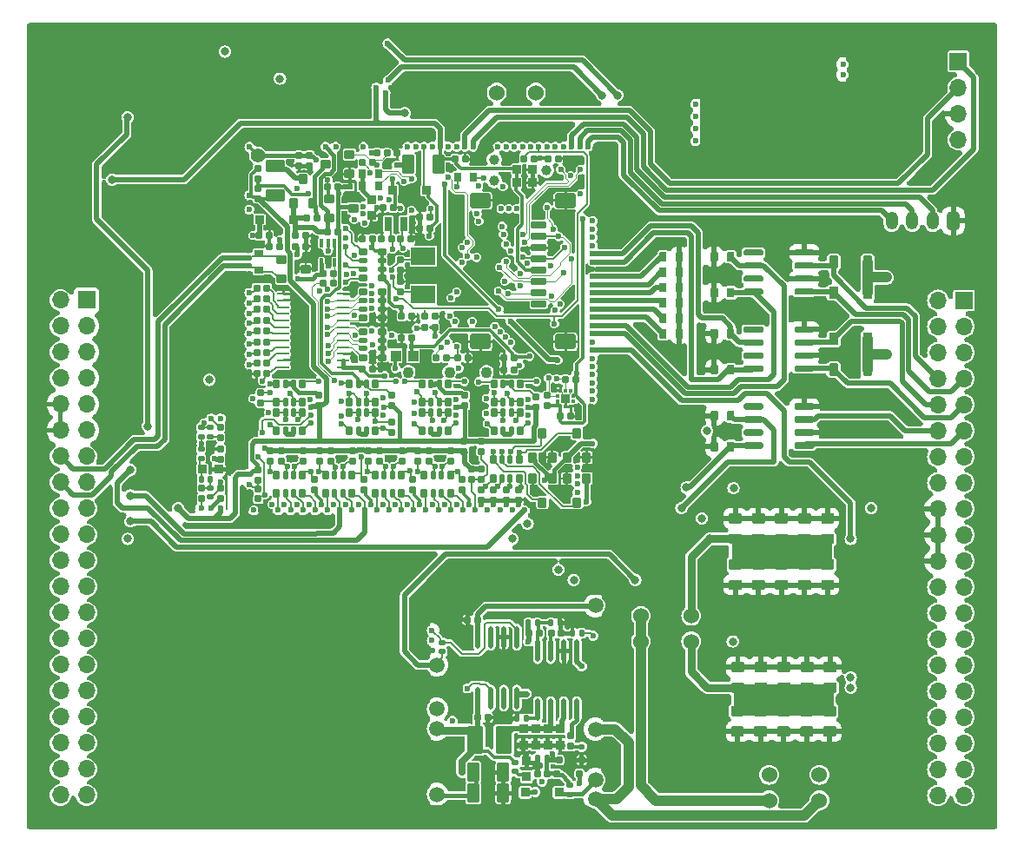
<source format=gbl>
G75*
G70*
%OFA0B0*%
%FSLAX25Y25*%
%IPPOS*%
%LPD*%
%AMOC8*
5,1,8,0,0,1.08239X$1,22.5*
%
%AMM1*
21,1,0.035430,0.030320,0.000000,0.000000,180.000000*
21,1,0.028350,0.037400,0.000000,0.000000,180.000000*
1,1,0.007090,-0.014170,0.015160*
1,1,0.007090,0.014170,0.015160*
1,1,0.007090,0.014170,-0.015160*
1,1,0.007090,-0.014170,-0.015160*
%
%AMM13*
21,1,0.035830,0.026770,0.000000,0.000000,0.000000*
21,1,0.029130,0.033470,0.000000,0.000000,0.000000*
1,1,0.006690,0.014570,-0.013390*
1,1,0.006690,-0.014570,-0.013390*
1,1,0.006690,-0.014570,0.013390*
1,1,0.006690,0.014570,0.013390*
%
%AMM137*
21,1,0.035830,0.026770,-0.000000,-0.000000,180.000000*
21,1,0.029130,0.033470,-0.000000,-0.000000,180.000000*
1,1,0.006690,-0.014570,0.013390*
1,1,0.006690,0.014570,0.013390*
1,1,0.006690,0.014570,-0.013390*
1,1,0.006690,-0.014570,-0.013390*
%
%AMM138*
21,1,0.070870,0.036220,-0.000000,-0.000000,270.000000*
21,1,0.061810,0.045280,-0.000000,-0.000000,270.000000*
1,1,0.009060,-0.018110,-0.030910*
1,1,0.009060,-0.018110,0.030910*
1,1,0.009060,0.018110,0.030910*
1,1,0.009060,0.018110,-0.030910*
%
%AMM14*
21,1,0.070870,0.036220,0.000000,0.000000,90.000000*
21,1,0.061810,0.045280,0.000000,0.000000,90.000000*
1,1,0.009060,0.018110,0.030910*
1,1,0.009060,0.018110,-0.030910*
1,1,0.009060,-0.018110,-0.030910*
1,1,0.009060,-0.018110,0.030910*
%
%AMM141*
21,1,0.023620,0.018900,-0.000000,-0.000000,270.000000*
21,1,0.018900,0.023620,-0.000000,-0.000000,270.000000*
1,1,0.004720,-0.009450,-0.009450*
1,1,0.004720,-0.009450,0.009450*
1,1,0.004720,0.009450,0.009450*
1,1,0.004720,0.009450,-0.009450*
%
%AMM142*
21,1,0.019680,0.019680,-0.000000,-0.000000,180.000000*
21,1,0.015750,0.023620,-0.000000,-0.000000,180.000000*
1,1,0.003940,-0.007870,0.009840*
1,1,0.003940,0.007870,0.009840*
1,1,0.003940,0.007870,-0.009840*
1,1,0.003940,-0.007870,-0.009840*
%
%AMM143*
21,1,0.019680,0.019680,-0.000000,-0.000000,90.000000*
21,1,0.015750,0.023620,-0.000000,-0.000000,90.000000*
1,1,0.003940,0.009840,0.007870*
1,1,0.003940,0.009840,-0.007870*
1,1,0.003940,-0.009840,-0.007870*
1,1,0.003940,-0.009840,0.007870*
%
%AMM157*
21,1,0.106300,0.050390,-0.000000,-0.000000,270.000000*
21,1,0.093700,0.062990,-0.000000,-0.000000,270.000000*
1,1,0.012600,-0.025200,-0.046850*
1,1,0.012600,-0.025200,0.046850*
1,1,0.012600,0.025200,0.046850*
1,1,0.012600,0.025200,-0.046850*
%
%AMM158*
21,1,0.033470,0.026770,-0.000000,-0.000000,90.000000*
21,1,0.026770,0.033470,-0.000000,-0.000000,90.000000*
1,1,0.006690,0.013390,0.013390*
1,1,0.006690,0.013390,-0.013390*
1,1,0.006690,-0.013390,-0.013390*
1,1,0.006690,-0.013390,0.013390*
%
%AMM159*
21,1,0.023620,0.018900,-0.000000,-0.000000,0.000000*
21,1,0.018900,0.023620,-0.000000,-0.000000,0.000000*
1,1,0.004720,0.009450,-0.009450*
1,1,0.004720,-0.009450,-0.009450*
1,1,0.004720,-0.009450,0.009450*
1,1,0.004720,0.009450,0.009450*
%
%AMM160*
21,1,0.122050,0.075590,-0.000000,-0.000000,0.000000*
21,1,0.103150,0.094490,-0.000000,-0.000000,0.000000*
1,1,0.018900,0.051580,-0.037800*
1,1,0.018900,-0.051580,-0.037800*
1,1,0.018900,-0.051580,0.037800*
1,1,0.018900,0.051580,0.037800*
%
%AMM161*
21,1,0.118110,0.083460,-0.000000,-0.000000,180.000000*
21,1,0.097240,0.104330,-0.000000,-0.000000,180.000000*
1,1,0.020870,-0.048620,0.041730*
1,1,0.020870,0.048620,0.041730*
1,1,0.020870,0.048620,-0.041730*
1,1,0.020870,-0.048620,-0.041730*
%
%AMM169*
21,1,0.023620,0.018900,0.000000,-0.000000,90.000000*
21,1,0.018900,0.023620,0.000000,-0.000000,90.000000*
1,1,0.004720,0.009450,0.009450*
1,1,0.004720,0.009450,-0.009450*
1,1,0.004720,-0.009450,-0.009450*
1,1,0.004720,-0.009450,0.009450*
%
%AMM170*
21,1,0.019680,0.019680,0.000000,-0.000000,180.000000*
21,1,0.015750,0.023620,0.000000,-0.000000,180.000000*
1,1,0.003940,-0.007870,0.009840*
1,1,0.003940,0.007870,0.009840*
1,1,0.003940,0.007870,-0.009840*
1,1,0.003940,-0.007870,-0.009840*
%
%AMM171*
21,1,0.033470,0.026770,0.000000,-0.000000,180.000000*
21,1,0.026770,0.033470,0.000000,-0.000000,180.000000*
1,1,0.006690,-0.013390,0.013390*
1,1,0.006690,0.013390,0.013390*
1,1,0.006690,0.013390,-0.013390*
1,1,0.006690,-0.013390,-0.013390*
%
%AMM172*
21,1,0.019680,0.019680,0.000000,-0.000000,270.000000*
21,1,0.015750,0.023620,0.000000,-0.000000,270.000000*
1,1,0.003940,-0.009840,-0.007870*
1,1,0.003940,-0.009840,0.007870*
1,1,0.003940,0.009840,0.007870*
1,1,0.003940,0.009840,-0.007870*
%
%AMM2*
21,1,0.033470,0.026770,0.000000,0.000000,0.000000*
21,1,0.026770,0.033470,0.000000,0.000000,0.000000*
1,1,0.006690,0.013390,-0.013390*
1,1,0.006690,-0.013390,-0.013390*
1,1,0.006690,-0.013390,0.013390*
1,1,0.006690,0.013390,0.013390*
%
%AMM41*
21,1,0.025590,0.026380,0.000000,0.000000,270.000000*
21,1,0.020470,0.031500,0.000000,0.000000,270.000000*
1,1,0.005120,-0.013190,-0.010240*
1,1,0.005120,-0.013190,0.010240*
1,1,0.005120,0.013190,0.010240*
1,1,0.005120,0.013190,-0.010240*
%
%AMM42*
21,1,0.017720,0.027950,0.000000,0.000000,270.000000*
21,1,0.014170,0.031500,0.000000,0.000000,270.000000*
1,1,0.003540,-0.013980,-0.007090*
1,1,0.003540,-0.013980,0.007090*
1,1,0.003540,0.013980,0.007090*
1,1,0.003540,0.013980,-0.007090*
%
%AMM45*
21,1,0.027560,0.018900,0.000000,0.000000,90.000000*
21,1,0.022840,0.023620,0.000000,0.000000,90.000000*
1,1,0.004720,0.009450,0.011420*
1,1,0.004720,0.009450,-0.011420*
1,1,0.004720,-0.009450,-0.011420*
1,1,0.004720,-0.009450,0.011420*
%
%AMM47*
21,1,0.027560,0.018900,0.000000,0.000000,180.000000*
21,1,0.022840,0.023620,0.000000,0.000000,180.000000*
1,1,0.004720,-0.011420,0.009450*
1,1,0.004720,0.011420,0.009450*
1,1,0.004720,0.011420,-0.009450*
1,1,0.004720,-0.011420,-0.009450*
%
%AMM49*
21,1,0.035430,0.030320,0.000000,0.000000,270.000000*
21,1,0.028350,0.037400,0.000000,0.000000,270.000000*
1,1,0.007090,-0.015160,-0.014170*
1,1,0.007090,-0.015160,0.014170*
1,1,0.007090,0.015160,0.014170*
1,1,0.007090,0.015160,-0.014170*
%
%AMM52*
21,1,0.027560,0.030710,0.000000,0.000000,0.000000*
21,1,0.022050,0.036220,0.000000,0.000000,0.000000*
1,1,0.005510,0.011020,-0.015350*
1,1,0.005510,-0.011020,-0.015350*
1,1,0.005510,-0.011020,0.015350*
1,1,0.005510,0.011020,0.015350*
%
%AMM73*
21,1,0.033470,0.026770,0.000000,0.000000,90.000000*
21,1,0.026770,0.033470,0.000000,0.000000,90.000000*
1,1,0.006690,0.013390,0.013390*
1,1,0.006690,0.013390,-0.013390*
1,1,0.006690,-0.013390,-0.013390*
1,1,0.006690,-0.013390,0.013390*
%
%AMM74*
21,1,0.025590,0.026380,0.000000,0.000000,0.000000*
21,1,0.020470,0.031500,0.000000,0.000000,0.000000*
1,1,0.005120,0.010240,-0.013190*
1,1,0.005120,-0.010240,-0.013190*
1,1,0.005120,-0.010240,0.013190*
1,1,0.005120,0.010240,0.013190*
%
%AMM75*
21,1,0.017720,0.027950,0.000000,0.000000,0.000000*
21,1,0.014170,0.031500,0.000000,0.000000,0.000000*
1,1,0.003540,0.007090,-0.013980*
1,1,0.003540,-0.007090,-0.013980*
1,1,0.003540,-0.007090,0.013980*
1,1,0.003540,0.007090,0.013980*
%
%AMM76*
21,1,0.078740,0.045670,0.000000,0.000000,180.000000*
21,1,0.067320,0.057090,0.000000,0.000000,180.000000*
1,1,0.011420,-0.033660,0.022840*
1,1,0.011420,0.033660,0.022840*
1,1,0.011420,0.033660,-0.022840*
1,1,0.011420,-0.033660,-0.022840*
%
%AMM77*
21,1,0.059060,0.020470,0.000000,0.000000,180.000000*
21,1,0.053940,0.025590,0.000000,0.000000,180.000000*
1,1,0.005120,-0.026970,0.010240*
1,1,0.005120,0.026970,0.010240*
1,1,0.005120,0.026970,-0.010240*
1,1,0.005120,-0.026970,-0.010240*
%
%AMM78*
21,1,0.012600,0.028980,0.000000,0.000000,180.000000*
21,1,0.010080,0.031500,0.000000,0.000000,180.000000*
1,1,0.002520,-0.005040,0.014490*
1,1,0.002520,0.005040,0.014490*
1,1,0.002520,0.005040,-0.014490*
1,1,0.002520,-0.005040,-0.014490*
%
%AMM79*
21,1,0.070870,0.036220,0.000000,0.000000,0.000000*
21,1,0.061810,0.045280,0.000000,0.000000,0.000000*
1,1,0.009060,0.030910,-0.018110*
1,1,0.009060,-0.030910,-0.018110*
1,1,0.009060,-0.030910,0.018110*
1,1,0.009060,0.030910,0.018110*
%
%AMM80*
21,1,0.027560,0.049610,0.000000,0.000000,0.000000*
21,1,0.022050,0.055120,0.000000,0.000000,0.000000*
1,1,0.005510,0.011020,-0.024800*
1,1,0.005510,-0.011020,-0.024800*
1,1,0.005510,-0.011020,0.024800*
1,1,0.005510,0.011020,0.024800*
%
%AMM81*
21,1,0.027560,0.030710,0.000000,0.000000,90.000000*
21,1,0.022050,0.036220,0.000000,0.000000,90.000000*
1,1,0.005510,0.015350,0.011020*
1,1,0.005510,0.015350,-0.011020*
1,1,0.005510,-0.015350,-0.011020*
1,1,0.005510,-0.015350,0.011020*
%
%ADD10C,0.05906*%
%ADD11C,0.02362*%
%ADD114O,0.01968X0.08661*%
%ADD12O,0.00787X0.12992*%
%ADD128M41*%
%ADD129M42*%
%ADD13O,0.00787X0.40157*%
%ADD135M45*%
%ADD139M47*%
%ADD14O,0.00787X0.01181*%
%ADD141M49*%
%ADD144M52*%
%ADD15O,0.66929X0.00787*%
%ADD150C,0.01260*%
%ADD151C,0.04331*%
%ADD152C,0.03900*%
%ADD153C,0.05512*%
%ADD16O,0.60630X0.00787*%
%ADD17O,0.00787X0.18898*%
%ADD18O,0.00787X0.10236*%
%ADD181M73*%
%ADD182M74*%
%ADD183M75*%
%ADD184M76*%
%ADD185M77*%
%ADD186R,0.01378X0.01476*%
%ADD187R,0.01968X0.01968*%
%ADD188M78*%
%ADD189O,0.04961X0.00984*%
%ADD19O,0.00787X0.03937*%
%ADD190M79*%
%ADD191R,0.09449X0.06693*%
%ADD192R,0.01476X0.01378*%
%ADD193M80*%
%ADD194R,0.03937X0.04331*%
%ADD195M81*%
%ADD20O,0.00787X0.05906*%
%ADD21R,0.06693X0.06693*%
%ADD22O,0.06693X0.06693*%
%ADD23O,0.04724X0.06890*%
%ADD26O,0.04823X0.00787*%
%ADD268M137*%
%ADD269M138*%
%ADD27O,0.00787X0.36614*%
%ADD272M141*%
%ADD273M142*%
%ADD274M143*%
%ADD28C,0.06000*%
%ADD288M157*%
%ADD289M158*%
%ADD290M159*%
%ADD291M160*%
%ADD292M161*%
%ADD300M169*%
%ADD301M170*%
%ADD302M171*%
%ADD303M172*%
%ADD35R,0.00787X0.14567*%
%ADD36R,0.00787X0.01575*%
%ADD37R,0.00787X0.06299*%
%ADD38R,0.00787X0.38189*%
%ADD39R,0.00787X0.09055*%
%ADD40R,0.05512X0.00787*%
%ADD41R,0.25197X0.00787*%
%ADD42R,0.06693X0.00787*%
%ADD43R,0.12992X0.00787*%
%ADD44R,0.00787X0.27559*%
%ADD45R,0.00787X0.12992*%
%ADD46R,0.00787X0.24803*%
%ADD47R,0.00984X0.24350*%
%ADD48R,0.00984X0.04390*%
%ADD49R,0.56201X0.00984*%
%ADD50R,0.59449X0.00984*%
%ADD51R,0.00984X0.20374*%
%ADD52C,0.03150*%
%ADD53C,0.01969*%
%ADD54C,0.00591*%
%ADD55C,0.03937*%
%ADD56C,0.00787*%
%ADD59C,0.00492*%
%ADD60C,0.01575*%
%ADD61C,0.00984*%
%ADD68M1*%
%ADD70M2*%
%ADD74C,0.01181*%
%ADD83C,0.01968*%
%ADD90M13*%
%ADD91M14*%
%ADD96O,0.00787X0.40158*%
%ADD97C,0.02756*%
X0000000Y0000000D02*
%LPD*%
G01*
D10*
X0157972Y0014173D03*
X0157972Y0039370D03*
X0157972Y0046850D03*
X0157972Y0063780D03*
D11*
X0156201Y0073228D03*
X0156201Y0077165D03*
D12*
X0221555Y0029331D03*
D13*
X0221555Y0062795D03*
D14*
X0221555Y0090748D03*
D15*
X0188484Y0090945D03*
D16*
X0185335Y0009843D03*
D10*
X0157972Y0088386D03*
D14*
X0155413Y0010039D03*
D17*
X0155413Y0026575D03*
D18*
X0155413Y0055512D03*
D19*
X0155413Y0069291D03*
D20*
X0155413Y0082283D03*
D10*
X0218996Y0012402D03*
X0218996Y0019685D03*
X0218996Y0039173D03*
X0218996Y0086614D03*
D21*
X0358268Y0295433D03*
D22*
X0358268Y0285433D03*
X0358268Y0275433D03*
X0358268Y0265433D03*
G36*
G01*
X0358661Y0236713D02*
X0358661Y0231791D01*
G75*
G02*
X0357677Y0230807I-000984J0000000D01*
G01*
X0354921Y0230807D01*
G75*
G02*
X0353937Y0231791I0000000J0000984D01*
G01*
X0353937Y0236713D01*
G75*
G02*
X0354921Y0237697I0000984J0000000D01*
G01*
X0357677Y0237697D01*
G75*
G02*
X0358661Y0236713I0000000J-000984D01*
G01*
G37*
D23*
X0348425Y0234252D03*
X0340551Y0234252D03*
X0332677Y0234252D03*
D11*
X0075098Y0124114D03*
D26*
X0067323Y0159154D03*
D27*
X0077461Y0141240D03*
X0065256Y0141240D03*
D11*
X0071358Y0124114D03*
X0067618Y0124114D03*
X0071555Y0158366D03*
X0075098Y0158366D03*
D28*
X0304921Y0021654D03*
X0285630Y0021654D03*
D11*
X0138337Y0283294D03*
X0134892Y0285361D03*
X0139518Y0288314D03*
X0139222Y0302290D03*
D11*
X0217716Y0148819D03*
X0217717Y0165748D03*
X0217717Y0168898D03*
X0217717Y0172047D03*
X0217717Y0175197D03*
X0217717Y0178346D03*
X0217717Y0181496D03*
X0217717Y0184646D03*
X0217717Y0187795D03*
X0217717Y0190945D03*
X0217717Y0194094D03*
X0217717Y0197244D03*
X0217717Y0200394D03*
X0217717Y0203543D03*
X0217717Y0206693D03*
X0217716Y0209842D03*
X0217717Y0212992D03*
X0217717Y0218504D03*
X0217717Y0221653D03*
X0217717Y0224803D03*
X0217717Y0227953D03*
X0217717Y0231102D03*
X0217717Y0234252D03*
D35*
X0085433Y0253346D03*
D36*
X0085433Y0241339D03*
D35*
X0085433Y0229331D03*
D37*
X0085433Y0211811D03*
D38*
X0085433Y0158071D03*
D39*
X0085433Y0126575D03*
D40*
X0092520Y0122441D03*
D41*
X0100787Y0263386D03*
D42*
X0124606Y0263386D03*
D43*
X0138386Y0263386D03*
D40*
X0176772Y0263386D03*
D41*
X0206299Y0122441D03*
D44*
X0218504Y0250000D03*
D36*
X0218504Y0215748D03*
D45*
X0218504Y0157283D03*
D46*
X0218504Y0134449D03*
D11*
X0216142Y0262598D03*
X0212992Y0262598D03*
X0209843Y0262598D03*
X0206693Y0262598D03*
X0203543Y0262598D03*
X0200394Y0262598D03*
X0197244Y0262598D03*
X0194094Y0262598D03*
X0190945Y0262598D03*
X0187795Y0262598D03*
X0184646Y0262598D03*
X0181496Y0262598D03*
X0172047Y0262598D03*
X0168898Y0262598D03*
X0165748Y0262598D03*
X0162598Y0262598D03*
X0159449Y0262598D03*
X0156299Y0262598D03*
X0153150Y0262598D03*
X0150000Y0262598D03*
X0146850Y0262598D03*
X0129921Y0262598D03*
X0119291Y0262598D03*
X0115354Y0262598D03*
X0086220Y0262598D03*
X0191732Y0123228D03*
X0187008Y0123228D03*
X0182283Y0123228D03*
X0177559Y0123228D03*
X0172835Y0123228D03*
X0168110Y0123228D03*
X0163386Y0123228D03*
X0158661Y0123228D03*
X0153937Y0123228D03*
X0149213Y0123228D03*
X0144488Y0123228D03*
X0139764Y0123228D03*
X0135039Y0123228D03*
X0130315Y0123228D03*
X0125591Y0123228D03*
X0120866Y0123228D03*
X0116142Y0123228D03*
X0111417Y0123228D03*
X0106693Y0123228D03*
X0101968Y0123228D03*
X0097244Y0123228D03*
X0087795Y0123228D03*
X0086220Y0133071D03*
X0086220Y0137008D03*
X0086220Y0179134D03*
X0086220Y0183071D03*
X0086220Y0187008D03*
X0086220Y0190945D03*
X0086220Y0194882D03*
X0086220Y0198819D03*
X0086220Y0202756D03*
X0086220Y0206693D03*
X0086220Y0216929D03*
X0086220Y0220079D03*
X0086220Y0238583D03*
X0086220Y0244094D03*
D28*
X0196102Y0283465D03*
X0181102Y0283465D03*
X0236417Y0082677D03*
X0255709Y0082677D03*
X0285630Y0011811D03*
X0304921Y0011811D03*
X0236417Y0072835D03*
X0255709Y0072835D03*
D11*
X0257283Y0274341D03*
X0257283Y0279065D03*
X0257283Y0269616D03*
X0257283Y0264892D03*
D47*
X0314961Y0275394D03*
D48*
X0314961Y0299213D03*
D49*
X0287352Y0263711D03*
D50*
X0285728Y0300915D03*
D51*
X0256496Y0291220D03*
D11*
X0314075Y0290325D03*
X0314075Y0294262D03*
G36*
G01*
X0263189Y0175630D02*
X0263189Y0178701D01*
G75*
G02*
X0263465Y0178976I0000276J0000000D01*
G01*
X0265669Y0178976D01*
G75*
G02*
X0265945Y0178701I0000000J-000276D01*
G01*
X0265945Y0175630D01*
G75*
G02*
X0265669Y0175354I-000276J0000000D01*
G01*
X0263465Y0175354D01*
G75*
G02*
X0263189Y0175630I0000000J0000276D01*
G01*
G37*
G36*
G01*
X0269488Y0175630D02*
X0269488Y0178701D01*
G75*
G02*
X0269764Y0178976I0000276J0000000D01*
G01*
X0271969Y0178976D01*
G75*
G02*
X0272244Y0178701I0000000J-000276D01*
G01*
X0272244Y0175630D01*
G75*
G02*
X0271969Y0175354I-000276J0000000D01*
G01*
X0269764Y0175354D01*
G75*
G02*
X0269488Y0175630I0000000J0000276D01*
G01*
G37*
G36*
G01*
X0310965Y0036260D02*
X0306831Y0036260D01*
G75*
G02*
X0306437Y0036654I0000000J0000394D01*
G01*
X0306437Y0039803D01*
G75*
G02*
X0306831Y0040197I0000394J0000000D01*
G01*
X0310965Y0040197D01*
G75*
G02*
X0311358Y0039803I0000000J-000394D01*
G01*
X0311358Y0036654D01*
G75*
G02*
X0310965Y0036260I-000394J0000000D01*
G01*
G37*
G36*
G01*
X0310965Y0044134D02*
X0306831Y0044134D01*
G75*
G02*
X0306437Y0044528I0000000J0000394D01*
G01*
X0306437Y0047677D01*
G75*
G02*
X0306831Y0048071I0000394J0000000D01*
G01*
X0310965Y0048071D01*
G75*
G02*
X0311358Y0047677I0000000J-000394D01*
G01*
X0311358Y0044528D01*
G75*
G02*
X0310965Y0044134I-000394J0000000D01*
G01*
G37*
G36*
G01*
X0289272Y0064961D02*
X0293406Y0064961D01*
G75*
G02*
X0293799Y0064567I0000000J-000394D01*
G01*
X0293799Y0061417D01*
G75*
G02*
X0293406Y0061024I-000394J0000000D01*
G01*
X0289272Y0061024D01*
G75*
G02*
X0288878Y0061417I0000000J0000394D01*
G01*
X0288878Y0064567D01*
G75*
G02*
X0289272Y0064961I0000394J0000000D01*
G01*
G37*
G36*
G01*
X0289272Y0057087D02*
X0293406Y0057087D01*
G75*
G02*
X0293799Y0056693I0000000J-000394D01*
G01*
X0293799Y0053543D01*
G75*
G02*
X0293406Y0053150I-000394J0000000D01*
G01*
X0289272Y0053150D01*
G75*
G02*
X0288878Y0053543I0000000J0000394D01*
G01*
X0288878Y0056693D01*
G75*
G02*
X0289272Y0057087I0000394J0000000D01*
G01*
G37*
G36*
G01*
X0252559Y0198386D02*
X0252559Y0195315D01*
G75*
G02*
X0252283Y0195039I-000276J0000000D01*
G01*
X0250079Y0195039D01*
G75*
G02*
X0249803Y0195315I0000000J0000276D01*
G01*
X0249803Y0198386D01*
G75*
G02*
X0250079Y0198661I0000276J0000000D01*
G01*
X0252283Y0198661D01*
G75*
G02*
X0252559Y0198386I0000000J-000276D01*
G01*
G37*
G36*
G01*
X0246260Y0198386D02*
X0246260Y0195315D01*
G75*
G02*
X0245984Y0195039I-000276J0000000D01*
G01*
X0243780Y0195039D01*
G75*
G02*
X0243504Y0195315I0000000J0000276D01*
G01*
X0243504Y0198386D01*
G75*
G02*
X0243780Y0198661I0000276J0000000D01*
G01*
X0245984Y0198661D01*
G75*
G02*
X0246260Y0198386I0000000J-000276D01*
G01*
G37*
G36*
G01*
X0263189Y0205157D02*
X0263189Y0208228D01*
G75*
G02*
X0263465Y0208504I0000276J0000000D01*
G01*
X0265669Y0208504D01*
G75*
G02*
X0265945Y0208228I0000000J-000276D01*
G01*
X0265945Y0205157D01*
G75*
G02*
X0265669Y0204882I-000276J0000000D01*
G01*
X0263465Y0204882D01*
G75*
G02*
X0263189Y0205157I0000000J0000276D01*
G01*
G37*
G36*
G01*
X0269488Y0205157D02*
X0269488Y0208228D01*
G75*
G02*
X0269764Y0208504I0000276J0000000D01*
G01*
X0271969Y0208504D01*
G75*
G02*
X0272244Y0208228I0000000J-000276D01*
G01*
X0272244Y0205157D01*
G75*
G02*
X0271969Y0204882I-000276J0000000D01*
G01*
X0269764Y0204882D01*
G75*
G02*
X0269488Y0205157I0000000J0000276D01*
G01*
G37*
G36*
G01*
X0298130Y0064961D02*
X0302264Y0064961D01*
G75*
G02*
X0302657Y0064567I0000000J-000394D01*
G01*
X0302657Y0061417D01*
G75*
G02*
X0302264Y0061024I-000394J0000000D01*
G01*
X0298130Y0061024D01*
G75*
G02*
X0297736Y0061417I0000000J0000394D01*
G01*
X0297736Y0064567D01*
G75*
G02*
X0298130Y0064961I0000394J0000000D01*
G01*
G37*
G36*
G01*
X0298130Y0057087D02*
X0302264Y0057087D01*
G75*
G02*
X0302657Y0056693I0000000J-000394D01*
G01*
X0302657Y0053543D01*
G75*
G02*
X0302264Y0053150I-000394J0000000D01*
G01*
X0298130Y0053150D01*
G75*
G02*
X0297736Y0053543I0000000J0000394D01*
G01*
X0297736Y0056693D01*
G75*
G02*
X0298130Y0057087I0000394J0000000D01*
G01*
G37*
G36*
G01*
X0270571Y0122047D02*
X0274705Y0122047D01*
G75*
G02*
X0275098Y0121654I0000000J-000394D01*
G01*
X0275098Y0118504D01*
G75*
G02*
X0274705Y0118110I-000394J0000000D01*
G01*
X0270571Y0118110D01*
G75*
G02*
X0270177Y0118504I0000000J0000394D01*
G01*
X0270177Y0121654D01*
G75*
G02*
X0270571Y0122047I0000394J0000000D01*
G01*
G37*
G36*
G01*
X0270571Y0114173D02*
X0274705Y0114173D01*
G75*
G02*
X0275098Y0113780I0000000J-000394D01*
G01*
X0275098Y0110630D01*
G75*
G02*
X0274705Y0110236I-000394J0000000D01*
G01*
X0270571Y0110236D01*
G75*
G02*
X0270177Y0110630I0000000J0000394D01*
G01*
X0270177Y0113780D01*
G75*
G02*
X0270571Y0114173I0000394J0000000D01*
G01*
G37*
G36*
G01*
X0302106Y0036260D02*
X0297972Y0036260D01*
G75*
G02*
X0297579Y0036654I0000000J0000394D01*
G01*
X0297579Y0039803D01*
G75*
G02*
X0297972Y0040197I0000394J0000000D01*
G01*
X0302106Y0040197D01*
G75*
G02*
X0302500Y0039803I0000000J-000394D01*
G01*
X0302500Y0036654D01*
G75*
G02*
X0302106Y0036260I-000394J0000000D01*
G01*
G37*
G36*
G01*
X0302106Y0044134D02*
X0297972Y0044134D01*
G75*
G02*
X0297579Y0044528I0000000J0000394D01*
G01*
X0297579Y0047677D01*
G75*
G02*
X0297972Y0048071I0000394J0000000D01*
G01*
X0302106Y0048071D01*
G75*
G02*
X0302500Y0047677I0000000J-000394D01*
G01*
X0302500Y0044528D01*
G75*
G02*
X0302106Y0044134I-000394J0000000D01*
G01*
G37*
G36*
G01*
X0280413Y0064961D02*
X0284547Y0064961D01*
G75*
G02*
X0284941Y0064567I0000000J-000394D01*
G01*
X0284941Y0061417D01*
G75*
G02*
X0284547Y0061024I-000394J0000000D01*
G01*
X0280413Y0061024D01*
G75*
G02*
X0280020Y0061417I0000000J0000394D01*
G01*
X0280020Y0064567D01*
G75*
G02*
X0280413Y0064961I0000394J0000000D01*
G01*
G37*
G36*
G01*
X0280413Y0057087D02*
X0284547Y0057087D01*
G75*
G02*
X0284941Y0056693I0000000J-000394D01*
G01*
X0284941Y0053543D01*
G75*
G02*
X0284547Y0053150I-000394J0000000D01*
G01*
X0280413Y0053150D01*
G75*
G02*
X0280020Y0053543I0000000J0000394D01*
G01*
X0280020Y0056693D01*
G75*
G02*
X0280413Y0057087I0000394J0000000D01*
G01*
G37*
G36*
G01*
X0306988Y0064961D02*
X0311122Y0064961D01*
G75*
G02*
X0311516Y0064567I0000000J-000394D01*
G01*
X0311516Y0061417D01*
G75*
G02*
X0311122Y0061024I-000394J0000000D01*
G01*
X0306988Y0061024D01*
G75*
G02*
X0306594Y0061417I0000000J0000394D01*
G01*
X0306594Y0064567D01*
G75*
G02*
X0306988Y0064961I0000394J0000000D01*
G01*
G37*
G36*
G01*
X0306988Y0057087D02*
X0311122Y0057087D01*
G75*
G02*
X0311516Y0056693I0000000J-000394D01*
G01*
X0311516Y0053543D01*
G75*
G02*
X0311122Y0053150I-000394J0000000D01*
G01*
X0306988Y0053150D01*
G75*
G02*
X0306594Y0053543I0000000J0000394D01*
G01*
X0306594Y0056693D01*
G75*
G02*
X0306988Y0057087I0000394J0000000D01*
G01*
G37*
G36*
G01*
X0275787Y0147421D02*
X0275787Y0148602D01*
G75*
G02*
X0276378Y0149193I0000591J0000000D01*
G01*
X0282874Y0149193D01*
G75*
G02*
X0283465Y0148602I0000000J-000591D01*
G01*
X0283465Y0147421D01*
G75*
G02*
X0282874Y0146831I-000591J0000000D01*
G01*
X0276378Y0146831D01*
G75*
G02*
X0275787Y0147421I0000000J0000591D01*
G01*
G37*
G36*
G01*
X0275787Y0152421D02*
X0275787Y0153602D01*
G75*
G02*
X0276378Y0154193I0000591J0000000D01*
G01*
X0282874Y0154193D01*
G75*
G02*
X0283465Y0153602I0000000J-000591D01*
G01*
X0283465Y0152421D01*
G75*
G02*
X0282874Y0151831I-000591J0000000D01*
G01*
X0276378Y0151831D01*
G75*
G02*
X0275787Y0152421I0000000J0000591D01*
G01*
G37*
G36*
G01*
X0275787Y0157421D02*
X0275787Y0158602D01*
G75*
G02*
X0276378Y0159193I0000591J0000000D01*
G01*
X0282874Y0159193D01*
G75*
G02*
X0283465Y0158602I0000000J-000591D01*
G01*
X0283465Y0157421D01*
G75*
G02*
X0282874Y0156831I-000591J0000000D01*
G01*
X0276378Y0156831D01*
G75*
G02*
X0275787Y0157421I0000000J0000591D01*
G01*
G37*
G36*
G01*
X0275787Y0162421D02*
X0275787Y0163602D01*
G75*
G02*
X0276378Y0164193I0000591J0000000D01*
G01*
X0282874Y0164193D01*
G75*
G02*
X0283465Y0163602I0000000J-000591D01*
G01*
X0283465Y0162421D01*
G75*
G02*
X0282874Y0161831I-000591J0000000D01*
G01*
X0276378Y0161831D01*
G75*
G02*
X0275787Y0162421I0000000J0000591D01*
G01*
G37*
G36*
G01*
X0295276Y0162421D02*
X0295276Y0163602D01*
G75*
G02*
X0295866Y0164193I0000591J0000000D01*
G01*
X0302362Y0164193D01*
G75*
G02*
X0302953Y0163602I0000000J-000591D01*
G01*
X0302953Y0162421D01*
G75*
G02*
X0302362Y0161831I-000591J0000000D01*
G01*
X0295866Y0161831D01*
G75*
G02*
X0295276Y0162421I0000000J0000591D01*
G01*
G37*
G36*
G01*
X0295276Y0157421D02*
X0295276Y0158602D01*
G75*
G02*
X0295866Y0159193I0000591J0000000D01*
G01*
X0302362Y0159193D01*
G75*
G02*
X0302953Y0158602I0000000J-000591D01*
G01*
X0302953Y0157421D01*
G75*
G02*
X0302362Y0156831I-000591J0000000D01*
G01*
X0295866Y0156831D01*
G75*
G02*
X0295276Y0157421I0000000J0000591D01*
G01*
G37*
G36*
G01*
X0295276Y0152421D02*
X0295276Y0153602D01*
G75*
G02*
X0295866Y0154193I0000591J0000000D01*
G01*
X0302362Y0154193D01*
G75*
G02*
X0302953Y0153602I0000000J-000591D01*
G01*
X0302953Y0152421D01*
G75*
G02*
X0302362Y0151831I-000591J0000000D01*
G01*
X0295866Y0151831D01*
G75*
G02*
X0295276Y0152421I0000000J0000591D01*
G01*
G37*
G36*
G01*
X0295276Y0147421D02*
X0295276Y0148602D01*
G75*
G02*
X0295866Y0149193I0000591J0000000D01*
G01*
X0302362Y0149193D01*
G75*
G02*
X0302953Y0148602I0000000J-000591D01*
G01*
X0302953Y0147421D01*
G75*
G02*
X0302362Y0146831I-000591J0000000D01*
G01*
X0295866Y0146831D01*
G75*
G02*
X0295276Y0147421I0000000J0000591D01*
G01*
G37*
G36*
G01*
X0252559Y0222008D02*
X0252559Y0218937D01*
G75*
G02*
X0252283Y0218661I-000276J0000000D01*
G01*
X0250079Y0218661D01*
G75*
G02*
X0249803Y0218937I0000000J0000276D01*
G01*
X0249803Y0222008D01*
G75*
G02*
X0250079Y0222283I0000276J0000000D01*
G01*
X0252283Y0222283D01*
G75*
G02*
X0252559Y0222008I0000000J-000276D01*
G01*
G37*
G36*
G01*
X0246260Y0222008D02*
X0246260Y0218937D01*
G75*
G02*
X0245984Y0218661I-000276J0000000D01*
G01*
X0243780Y0218661D01*
G75*
G02*
X0243504Y0218937I0000000J0000276D01*
G01*
X0243504Y0222008D01*
G75*
G02*
X0243780Y0222283I0000276J0000000D01*
G01*
X0245984Y0222283D01*
G75*
G02*
X0246260Y0222008I0000000J-000276D01*
G01*
G37*
G36*
G01*
X0325197Y0190984D02*
X0325197Y0186969D01*
G75*
G02*
X0324843Y0186614I-000354J0000000D01*
G01*
X0322008Y0186614D01*
G75*
G02*
X0321654Y0186969I0000000J0000354D01*
G01*
X0321654Y0190984D01*
G75*
G02*
X0322008Y0191339I0000354J0000000D01*
G01*
X0324843Y0191339D01*
G75*
G02*
X0325197Y0190984I0000000J-000354D01*
G01*
G37*
G36*
G01*
X0312205Y0190984D02*
X0312205Y0186969D01*
G75*
G02*
X0311850Y0186614I-000354J0000000D01*
G01*
X0309016Y0186614D01*
G75*
G02*
X0308661Y0186969I0000000J0000354D01*
G01*
X0308661Y0190984D01*
G75*
G02*
X0309016Y0191339I0000354J0000000D01*
G01*
X0311850Y0191339D01*
G75*
G02*
X0312205Y0190984I0000000J-000354D01*
G01*
G37*
G36*
G01*
X0283563Y0092520D02*
X0279429Y0092520D01*
G75*
G02*
X0279035Y0092913I0000000J0000394D01*
G01*
X0279035Y0096063D01*
G75*
G02*
X0279429Y0096457I0000394J0000000D01*
G01*
X0283563Y0096457D01*
G75*
G02*
X0283957Y0096063I0000000J-000394D01*
G01*
X0283957Y0092913D01*
G75*
G02*
X0283563Y0092520I-000394J0000000D01*
G01*
G37*
G36*
G01*
X0283563Y0100394D02*
X0279429Y0100394D01*
G75*
G02*
X0279035Y0100787I0000000J0000394D01*
G01*
X0279035Y0103937D01*
G75*
G02*
X0279429Y0104331I0000394J0000000D01*
G01*
X0283563Y0104331D01*
G75*
G02*
X0283957Y0103937I0000000J-000394D01*
G01*
X0283957Y0100787D01*
G75*
G02*
X0283563Y0100394I-000394J0000000D01*
G01*
G37*
G36*
G01*
X0275531Y0036260D02*
X0271398Y0036260D01*
G75*
G02*
X0271004Y0036654I0000000J0000394D01*
G01*
X0271004Y0039803D01*
G75*
G02*
X0271398Y0040197I0000394J0000000D01*
G01*
X0275531Y0040197D01*
G75*
G02*
X0275925Y0039803I0000000J-000394D01*
G01*
X0275925Y0036654D01*
G75*
G02*
X0275531Y0036260I-000394J0000000D01*
G01*
G37*
G36*
G01*
X0275531Y0044134D02*
X0271398Y0044134D01*
G75*
G02*
X0271004Y0044528I0000000J0000394D01*
G01*
X0271004Y0047677D01*
G75*
G02*
X0271398Y0048071I0000394J0000000D01*
G01*
X0275531Y0048071D01*
G75*
G02*
X0275925Y0047677I0000000J-000394D01*
G01*
X0275925Y0044528D01*
G75*
G02*
X0275531Y0044134I-000394J0000000D01*
G01*
G37*
G36*
G01*
X0252559Y0210197D02*
X0252559Y0207126D01*
G75*
G02*
X0252283Y0206850I-000276J0000000D01*
G01*
X0250079Y0206850D01*
G75*
G02*
X0249803Y0207126I0000000J0000276D01*
G01*
X0249803Y0210197D01*
G75*
G02*
X0250079Y0210472I0000276J0000000D01*
G01*
X0252283Y0210472D01*
G75*
G02*
X0252559Y0210197I0000000J-000276D01*
G01*
G37*
G36*
G01*
X0246260Y0210197D02*
X0246260Y0207126D01*
G75*
G02*
X0245984Y0206850I-000276J0000000D01*
G01*
X0243780Y0206850D01*
G75*
G02*
X0243504Y0207126I0000000J0000276D01*
G01*
X0243504Y0210197D01*
G75*
G02*
X0243780Y0210472I0000276J0000000D01*
G01*
X0245984Y0210472D01*
G75*
G02*
X0246260Y0210197I0000000J-000276D01*
G01*
G37*
G36*
G01*
X0325197Y0179173D02*
X0325197Y0175157D01*
G75*
G02*
X0324843Y0174803I-000354J0000000D01*
G01*
X0322008Y0174803D01*
G75*
G02*
X0321654Y0175157I0000000J0000354D01*
G01*
X0321654Y0179173D01*
G75*
G02*
X0322008Y0179528I0000354J0000000D01*
G01*
X0324843Y0179528D01*
G75*
G02*
X0325197Y0179173I0000000J-000354D01*
G01*
G37*
G36*
G01*
X0312205Y0179173D02*
X0312205Y0175157D01*
G75*
G02*
X0311850Y0174803I-000354J0000000D01*
G01*
X0309016Y0174803D01*
G75*
G02*
X0308661Y0175157I0000000J0000354D01*
G01*
X0308661Y0179173D01*
G75*
G02*
X0309016Y0179528I0000354J0000000D01*
G01*
X0311850Y0179528D01*
G75*
G02*
X0312205Y0179173I0000000J-000354D01*
G01*
G37*
G36*
G01*
X0288287Y0122047D02*
X0292421Y0122047D01*
G75*
G02*
X0292815Y0121654I0000000J-000394D01*
G01*
X0292815Y0118504D01*
G75*
G02*
X0292421Y0118110I-000394J0000000D01*
G01*
X0288287Y0118110D01*
G75*
G02*
X0287894Y0118504I0000000J0000394D01*
G01*
X0287894Y0121654D01*
G75*
G02*
X0288287Y0122047I0000394J0000000D01*
G01*
G37*
G36*
G01*
X0288287Y0114173D02*
X0292421Y0114173D01*
G75*
G02*
X0292815Y0113780I0000000J-000394D01*
G01*
X0292815Y0110630D01*
G75*
G02*
X0292421Y0110236I-000394J0000000D01*
G01*
X0288287Y0110236D01*
G75*
G02*
X0287894Y0110630I0000000J0000394D01*
G01*
X0287894Y0113780D01*
G75*
G02*
X0288287Y0114173I0000394J0000000D01*
G01*
G37*
D21*
X0360394Y0203701D03*
D22*
X0350394Y0203701D03*
X0360394Y0193701D03*
X0350394Y0193701D03*
X0360394Y0183701D03*
X0350394Y0183701D03*
X0360394Y0173701D03*
X0350394Y0173701D03*
X0360394Y0163701D03*
X0350394Y0163701D03*
X0360394Y0153701D03*
X0350394Y0153701D03*
X0360394Y0143701D03*
X0350394Y0143701D03*
X0360394Y0133701D03*
X0350394Y0133701D03*
X0360394Y0123701D03*
X0350394Y0123701D03*
X0360394Y0113701D03*
X0350394Y0113701D03*
X0360394Y0103701D03*
X0350394Y0103701D03*
X0360394Y0093701D03*
X0350394Y0093701D03*
X0360394Y0083701D03*
X0350394Y0083701D03*
X0360394Y0073701D03*
X0350394Y0073701D03*
X0360394Y0063701D03*
X0350394Y0063701D03*
X0360394Y0053701D03*
X0350394Y0053701D03*
X0360394Y0043701D03*
X0350394Y0043701D03*
X0360394Y0033701D03*
X0350394Y0033701D03*
X0360394Y0023701D03*
X0350394Y0023701D03*
X0360394Y0013701D03*
X0350394Y0013701D03*
G36*
G01*
X0275787Y0206476D02*
X0275787Y0207657D01*
G75*
G02*
X0276378Y0208248I0000591J0000000D01*
G01*
X0282874Y0208248D01*
G75*
G02*
X0283465Y0207657I0000000J-000591D01*
G01*
X0283465Y0206476D01*
G75*
G02*
X0282874Y0205886I-000591J0000000D01*
G01*
X0276378Y0205886D01*
G75*
G02*
X0275787Y0206476I0000000J0000591D01*
G01*
G37*
G36*
G01*
X0275787Y0211476D02*
X0275787Y0212657D01*
G75*
G02*
X0276378Y0213248I0000591J0000000D01*
G01*
X0282874Y0213248D01*
G75*
G02*
X0283465Y0212657I0000000J-000591D01*
G01*
X0283465Y0211476D01*
G75*
G02*
X0282874Y0210886I-000591J0000000D01*
G01*
X0276378Y0210886D01*
G75*
G02*
X0275787Y0211476I0000000J0000591D01*
G01*
G37*
G36*
G01*
X0275787Y0216476D02*
X0275787Y0217657D01*
G75*
G02*
X0276378Y0218248I0000591J0000000D01*
G01*
X0282874Y0218248D01*
G75*
G02*
X0283465Y0217657I0000000J-000591D01*
G01*
X0283465Y0216476D01*
G75*
G02*
X0282874Y0215886I-000591J0000000D01*
G01*
X0276378Y0215886D01*
G75*
G02*
X0275787Y0216476I0000000J0000591D01*
G01*
G37*
G36*
G01*
X0275787Y0221476D02*
X0275787Y0222657D01*
G75*
G02*
X0276378Y0223248I0000591J0000000D01*
G01*
X0282874Y0223248D01*
G75*
G02*
X0283465Y0222657I0000000J-000591D01*
G01*
X0283465Y0221476D01*
G75*
G02*
X0282874Y0220886I-000591J0000000D01*
G01*
X0276378Y0220886D01*
G75*
G02*
X0275787Y0221476I0000000J0000591D01*
G01*
G37*
G36*
G01*
X0295276Y0221476D02*
X0295276Y0222657D01*
G75*
G02*
X0295866Y0223248I0000591J0000000D01*
G01*
X0302362Y0223248D01*
G75*
G02*
X0302953Y0222657I0000000J-000591D01*
G01*
X0302953Y0221476D01*
G75*
G02*
X0302362Y0220886I-000591J0000000D01*
G01*
X0295866Y0220886D01*
G75*
G02*
X0295276Y0221476I0000000J0000591D01*
G01*
G37*
G36*
G01*
X0295276Y0216476D02*
X0295276Y0217657D01*
G75*
G02*
X0295866Y0218248I0000591J0000000D01*
G01*
X0302362Y0218248D01*
G75*
G02*
X0302953Y0217657I0000000J-000591D01*
G01*
X0302953Y0216476D01*
G75*
G02*
X0302362Y0215886I-000591J0000000D01*
G01*
X0295866Y0215886D01*
G75*
G02*
X0295276Y0216476I0000000J0000591D01*
G01*
G37*
G36*
G01*
X0295276Y0211476D02*
X0295276Y0212657D01*
G75*
G02*
X0295866Y0213248I0000591J0000000D01*
G01*
X0302362Y0213248D01*
G75*
G02*
X0302953Y0212657I0000000J-000591D01*
G01*
X0302953Y0211476D01*
G75*
G02*
X0302362Y0210886I-000591J0000000D01*
G01*
X0295866Y0210886D01*
G75*
G02*
X0295276Y0211476I0000000J0000591D01*
G01*
G37*
G36*
G01*
X0295276Y0206476D02*
X0295276Y0207657D01*
G75*
G02*
X0295866Y0208248I0000591J0000000D01*
G01*
X0302362Y0208248D01*
G75*
G02*
X0302953Y0207657I0000000J-000591D01*
G01*
X0302953Y0206476D01*
G75*
G02*
X0302362Y0205886I-000591J0000000D01*
G01*
X0295866Y0205886D01*
G75*
G02*
X0295276Y0206476I0000000J0000591D01*
G01*
G37*
G36*
G01*
X0297146Y0122047D02*
X0301280Y0122047D01*
G75*
G02*
X0301673Y0121654I0000000J-000394D01*
G01*
X0301673Y0118504D01*
G75*
G02*
X0301280Y0118110I-000394J0000000D01*
G01*
X0297146Y0118110D01*
G75*
G02*
X0296752Y0118504I0000000J0000394D01*
G01*
X0296752Y0121654D01*
G75*
G02*
X0297146Y0122047I0000394J0000000D01*
G01*
G37*
G36*
G01*
X0297146Y0114173D02*
X0301280Y0114173D01*
G75*
G02*
X0301673Y0113780I0000000J-000394D01*
G01*
X0301673Y0110630D01*
G75*
G02*
X0301280Y0110236I-000394J0000000D01*
G01*
X0297146Y0110236D01*
G75*
G02*
X0296752Y0110630I0000000J0000394D01*
G01*
X0296752Y0113780D01*
G75*
G02*
X0297146Y0114173I0000394J0000000D01*
G01*
G37*
G36*
G01*
X0252559Y0216102D02*
X0252559Y0213031D01*
G75*
G02*
X0252283Y0212756I-000276J0000000D01*
G01*
X0250079Y0212756D01*
G75*
G02*
X0249803Y0213031I0000000J0000276D01*
G01*
X0249803Y0216102D01*
G75*
G02*
X0250079Y0216378I0000276J0000000D01*
G01*
X0252283Y0216378D01*
G75*
G02*
X0252559Y0216102I0000000J-000276D01*
G01*
G37*
G36*
G01*
X0246260Y0216102D02*
X0246260Y0213031D01*
G75*
G02*
X0245984Y0212756I-000276J0000000D01*
G01*
X0243780Y0212756D01*
G75*
G02*
X0243504Y0213031I0000000J0000276D01*
G01*
X0243504Y0216102D01*
G75*
G02*
X0243780Y0216378I0000276J0000000D01*
G01*
X0245984Y0216378D01*
G75*
G02*
X0246260Y0216102I0000000J-000276D01*
G01*
G37*
G36*
G01*
X0272244Y0149173D02*
X0272244Y0146102D01*
G75*
G02*
X0271969Y0145827I-000276J0000000D01*
G01*
X0269764Y0145827D01*
G75*
G02*
X0269488Y0146102I0000000J0000276D01*
G01*
X0269488Y0149173D01*
G75*
G02*
X0269764Y0149449I0000276J0000000D01*
G01*
X0271969Y0149449D01*
G75*
G02*
X0272244Y0149173I0000000J-000276D01*
G01*
G37*
G36*
G01*
X0265945Y0149173D02*
X0265945Y0146102D01*
G75*
G02*
X0265669Y0145827I-000276J0000000D01*
G01*
X0263465Y0145827D01*
G75*
G02*
X0263189Y0146102I0000000J0000276D01*
G01*
X0263189Y0149173D01*
G75*
G02*
X0263465Y0149449I0000276J0000000D01*
G01*
X0265669Y0149449D01*
G75*
G02*
X0265945Y0149173I0000000J-000276D01*
G01*
G37*
G36*
G01*
X0263189Y0218937D02*
X0263189Y0222008D01*
G75*
G02*
X0263465Y0222283I0000276J0000000D01*
G01*
X0265669Y0222283D01*
G75*
G02*
X0265945Y0222008I0000000J-000276D01*
G01*
X0265945Y0218937D01*
G75*
G02*
X0265669Y0218661I-000276J0000000D01*
G01*
X0263465Y0218661D01*
G75*
G02*
X0263189Y0218937I0000000J0000276D01*
G01*
G37*
G36*
G01*
X0269488Y0218937D02*
X0269488Y0222008D01*
G75*
G02*
X0269764Y0222283I0000276J0000000D01*
G01*
X0271969Y0222283D01*
G75*
G02*
X0272244Y0222008I0000000J-000276D01*
G01*
X0272244Y0218937D01*
G75*
G02*
X0271969Y0218661I-000276J0000000D01*
G01*
X0269764Y0218661D01*
G75*
G02*
X0269488Y0218937I0000000J0000276D01*
G01*
G37*
G36*
G01*
X0279429Y0122047D02*
X0283563Y0122047D01*
G75*
G02*
X0283957Y0121654I0000000J-000394D01*
G01*
X0283957Y0118504D01*
G75*
G02*
X0283563Y0118110I-000394J0000000D01*
G01*
X0279429Y0118110D01*
G75*
G02*
X0279035Y0118504I0000000J0000394D01*
G01*
X0279035Y0121654D01*
G75*
G02*
X0279429Y0122047I0000394J0000000D01*
G01*
G37*
G36*
G01*
X0279429Y0114173D02*
X0283563Y0114173D01*
G75*
G02*
X0283957Y0113780I0000000J-000394D01*
G01*
X0283957Y0110630D01*
G75*
G02*
X0283563Y0110236I-000394J0000000D01*
G01*
X0279429Y0110236D01*
G75*
G02*
X0279035Y0110630I0000000J0000394D01*
G01*
X0279035Y0113780D01*
G75*
G02*
X0279429Y0114173I0000394J0000000D01*
G01*
G37*
G36*
G01*
X0252559Y0192480D02*
X0252559Y0189409D01*
G75*
G02*
X0252283Y0189134I-000276J0000000D01*
G01*
X0250079Y0189134D01*
G75*
G02*
X0249803Y0189409I0000000J0000276D01*
G01*
X0249803Y0192480D01*
G75*
G02*
X0250079Y0192756I0000276J0000000D01*
G01*
X0252283Y0192756D01*
G75*
G02*
X0252559Y0192480I0000000J-000276D01*
G01*
G37*
G36*
G01*
X0246260Y0192480D02*
X0246260Y0189409D01*
G75*
G02*
X0245984Y0189134I-000276J0000000D01*
G01*
X0243780Y0189134D01*
G75*
G02*
X0243504Y0189409I0000000J0000276D01*
G01*
X0243504Y0192480D01*
G75*
G02*
X0243780Y0192756I0000276J0000000D01*
G01*
X0245984Y0192756D01*
G75*
G02*
X0246260Y0192480I0000000J-000276D01*
G01*
G37*
G36*
G01*
X0274705Y0092520D02*
X0270571Y0092520D01*
G75*
G02*
X0270177Y0092913I0000000J0000394D01*
G01*
X0270177Y0096063D01*
G75*
G02*
X0270571Y0096457I0000394J0000000D01*
G01*
X0274705Y0096457D01*
G75*
G02*
X0275098Y0096063I0000000J-000394D01*
G01*
X0275098Y0092913D01*
G75*
G02*
X0274705Y0092520I-000394J0000000D01*
G01*
G37*
G36*
G01*
X0274705Y0100394D02*
X0270571Y0100394D01*
G75*
G02*
X0270177Y0100787I0000000J0000394D01*
G01*
X0270177Y0103937D01*
G75*
G02*
X0270571Y0104331I0000394J0000000D01*
G01*
X0274705Y0104331D01*
G75*
G02*
X0275098Y0103937I0000000J-000394D01*
G01*
X0275098Y0100787D01*
G75*
G02*
X0274705Y0100394I-000394J0000000D01*
G01*
G37*
G36*
G01*
X0272244Y0160984D02*
X0272244Y0157913D01*
G75*
G02*
X0271969Y0157638I-000276J0000000D01*
G01*
X0269764Y0157638D01*
G75*
G02*
X0269488Y0157913I0000000J0000276D01*
G01*
X0269488Y0160984D01*
G75*
G02*
X0269764Y0161260I0000276J0000000D01*
G01*
X0271969Y0161260D01*
G75*
G02*
X0272244Y0160984I0000000J-000276D01*
G01*
G37*
G36*
G01*
X0265945Y0160984D02*
X0265945Y0157913D01*
G75*
G02*
X0265669Y0157638I-000276J0000000D01*
G01*
X0263465Y0157638D01*
G75*
G02*
X0263189Y0157913I0000000J0000276D01*
G01*
X0263189Y0160984D01*
G75*
G02*
X0263465Y0161260I0000276J0000000D01*
G01*
X0265669Y0161260D01*
G75*
G02*
X0265945Y0160984I0000000J-000276D01*
G01*
G37*
G36*
G01*
X0252559Y0204291D02*
X0252559Y0201220D01*
G75*
G02*
X0252283Y0200945I-000276J0000000D01*
G01*
X0250079Y0200945D01*
G75*
G02*
X0249803Y0201220I0000000J0000276D01*
G01*
X0249803Y0204291D01*
G75*
G02*
X0250079Y0204567I0000276J0000000D01*
G01*
X0252283Y0204567D01*
G75*
G02*
X0252559Y0204291I0000000J-000276D01*
G01*
G37*
G36*
G01*
X0246260Y0204291D02*
X0246260Y0201220D01*
G75*
G02*
X0245984Y0200945I-000276J0000000D01*
G01*
X0243780Y0200945D01*
G75*
G02*
X0243504Y0201220I0000000J0000276D01*
G01*
X0243504Y0204291D01*
G75*
G02*
X0243780Y0204567I0000276J0000000D01*
G01*
X0245984Y0204567D01*
G75*
G02*
X0246260Y0204291I0000000J-000276D01*
G01*
G37*
G36*
G01*
X0284390Y0036260D02*
X0280256Y0036260D01*
G75*
G02*
X0279862Y0036654I0000000J0000394D01*
G01*
X0279862Y0039803D01*
G75*
G02*
X0280256Y0040197I0000394J0000000D01*
G01*
X0284390Y0040197D01*
G75*
G02*
X0284783Y0039803I0000000J-000394D01*
G01*
X0284783Y0036654D01*
G75*
G02*
X0284390Y0036260I-000394J0000000D01*
G01*
G37*
G36*
G01*
X0284390Y0044134D02*
X0280256Y0044134D01*
G75*
G02*
X0279862Y0044528I0000000J0000394D01*
G01*
X0279862Y0047677D01*
G75*
G02*
X0280256Y0048071I0000394J0000000D01*
G01*
X0284390Y0048071D01*
G75*
G02*
X0284783Y0047677I0000000J-000394D01*
G01*
X0284783Y0044528D01*
G75*
G02*
X0284390Y0044134I-000394J0000000D01*
G01*
G37*
G36*
G01*
X0325197Y0208701D02*
X0325197Y0204685D01*
G75*
G02*
X0324843Y0204331I-000354J0000000D01*
G01*
X0322008Y0204331D01*
G75*
G02*
X0321654Y0204685I0000000J0000354D01*
G01*
X0321654Y0208701D01*
G75*
G02*
X0322008Y0209055I0000354J0000000D01*
G01*
X0324843Y0209055D01*
G75*
G02*
X0325197Y0208701I0000000J-000354D01*
G01*
G37*
G36*
G01*
X0312205Y0208701D02*
X0312205Y0204685D01*
G75*
G02*
X0311850Y0204331I-000354J0000000D01*
G01*
X0309016Y0204331D01*
G75*
G02*
X0308661Y0204685I0000000J0000354D01*
G01*
X0308661Y0208701D01*
G75*
G02*
X0309016Y0209055I0000354J0000000D01*
G01*
X0311850Y0209055D01*
G75*
G02*
X0312205Y0208701I0000000J-000354D01*
G01*
G37*
G36*
G01*
X0301280Y0092520D02*
X0297146Y0092520D01*
G75*
G02*
X0296752Y0092913I0000000J0000394D01*
G01*
X0296752Y0096063D01*
G75*
G02*
X0297146Y0096457I0000394J0000000D01*
G01*
X0301280Y0096457D01*
G75*
G02*
X0301673Y0096063I0000000J-000394D01*
G01*
X0301673Y0092913D01*
G75*
G02*
X0301280Y0092520I-000394J0000000D01*
G01*
G37*
G36*
G01*
X0301280Y0100394D02*
X0297146Y0100394D01*
G75*
G02*
X0296752Y0100787I0000000J0000394D01*
G01*
X0296752Y0103937D01*
G75*
G02*
X0297146Y0104331I0000394J0000000D01*
G01*
X0301280Y0104331D01*
G75*
G02*
X0301673Y0103937I0000000J-000394D01*
G01*
X0301673Y0100787D01*
G75*
G02*
X0301280Y0100394I-000394J0000000D01*
G01*
G37*
G36*
G01*
X0306004Y0122047D02*
X0310138Y0122047D01*
G75*
G02*
X0310531Y0121654I0000000J-000394D01*
G01*
X0310531Y0118504D01*
G75*
G02*
X0310138Y0118110I-000394J0000000D01*
G01*
X0306004Y0118110D01*
G75*
G02*
X0305610Y0118504I0000000J0000394D01*
G01*
X0305610Y0121654D01*
G75*
G02*
X0306004Y0122047I0000394J0000000D01*
G01*
G37*
G36*
G01*
X0306004Y0114173D02*
X0310138Y0114173D01*
G75*
G02*
X0310531Y0113780I0000000J-000394D01*
G01*
X0310531Y0110630D01*
G75*
G02*
X0310138Y0110236I-000394J0000000D01*
G01*
X0306004Y0110236D01*
G75*
G02*
X0305610Y0110630I0000000J0000394D01*
G01*
X0305610Y0113780D01*
G75*
G02*
X0306004Y0114173I0000394J0000000D01*
G01*
G37*
G36*
G01*
X0275787Y0176949D02*
X0275787Y0178130D01*
G75*
G02*
X0276378Y0178720I0000591J0000000D01*
G01*
X0282874Y0178720D01*
G75*
G02*
X0283465Y0178130I0000000J-000591D01*
G01*
X0283465Y0176949D01*
G75*
G02*
X0282874Y0176358I-000591J0000000D01*
G01*
X0276378Y0176358D01*
G75*
G02*
X0275787Y0176949I0000000J0000591D01*
G01*
G37*
G36*
G01*
X0275787Y0181949D02*
X0275787Y0183130D01*
G75*
G02*
X0276378Y0183720I0000591J0000000D01*
G01*
X0282874Y0183720D01*
G75*
G02*
X0283465Y0183130I0000000J-000591D01*
G01*
X0283465Y0181949D01*
G75*
G02*
X0282874Y0181358I-000591J0000000D01*
G01*
X0276378Y0181358D01*
G75*
G02*
X0275787Y0181949I0000000J0000591D01*
G01*
G37*
G36*
G01*
X0275787Y0186949D02*
X0275787Y0188130D01*
G75*
G02*
X0276378Y0188720I0000591J0000000D01*
G01*
X0282874Y0188720D01*
G75*
G02*
X0283465Y0188130I0000000J-000591D01*
G01*
X0283465Y0186949D01*
G75*
G02*
X0282874Y0186358I-000591J0000000D01*
G01*
X0276378Y0186358D01*
G75*
G02*
X0275787Y0186949I0000000J0000591D01*
G01*
G37*
G36*
G01*
X0275787Y0191949D02*
X0275787Y0193130D01*
G75*
G02*
X0276378Y0193720I0000591J0000000D01*
G01*
X0282874Y0193720D01*
G75*
G02*
X0283465Y0193130I0000000J-000591D01*
G01*
X0283465Y0191949D01*
G75*
G02*
X0282874Y0191358I-000591J0000000D01*
G01*
X0276378Y0191358D01*
G75*
G02*
X0275787Y0191949I0000000J0000591D01*
G01*
G37*
G36*
G01*
X0295276Y0191949D02*
X0295276Y0193130D01*
G75*
G02*
X0295866Y0193720I0000591J0000000D01*
G01*
X0302362Y0193720D01*
G75*
G02*
X0302953Y0193130I0000000J-000591D01*
G01*
X0302953Y0191949D01*
G75*
G02*
X0302362Y0191358I-000591J0000000D01*
G01*
X0295866Y0191358D01*
G75*
G02*
X0295276Y0191949I0000000J0000591D01*
G01*
G37*
G36*
G01*
X0295276Y0186949D02*
X0295276Y0188130D01*
G75*
G02*
X0295866Y0188720I0000591J0000000D01*
G01*
X0302362Y0188720D01*
G75*
G02*
X0302953Y0188130I0000000J-000591D01*
G01*
X0302953Y0186949D01*
G75*
G02*
X0302362Y0186358I-000591J0000000D01*
G01*
X0295866Y0186358D01*
G75*
G02*
X0295276Y0186949I0000000J0000591D01*
G01*
G37*
G36*
G01*
X0295276Y0181949D02*
X0295276Y0183130D01*
G75*
G02*
X0295866Y0183720I0000591J0000000D01*
G01*
X0302362Y0183720D01*
G75*
G02*
X0302953Y0183130I0000000J-000591D01*
G01*
X0302953Y0181949D01*
G75*
G02*
X0302362Y0181358I-000591J0000000D01*
G01*
X0295866Y0181358D01*
G75*
G02*
X0295276Y0181949I0000000J0000591D01*
G01*
G37*
G36*
G01*
X0295276Y0176949D02*
X0295276Y0178130D01*
G75*
G02*
X0295866Y0178720I0000591J0000000D01*
G01*
X0302362Y0178720D01*
G75*
G02*
X0302953Y0178130I0000000J-000591D01*
G01*
X0302953Y0176949D01*
G75*
G02*
X0302362Y0176358I-000591J0000000D01*
G01*
X0295866Y0176358D01*
G75*
G02*
X0295276Y0176949I0000000J0000591D01*
G01*
G37*
G36*
G01*
X0271555Y0064961D02*
X0275689Y0064961D01*
G75*
G02*
X0276083Y0064567I0000000J-000394D01*
G01*
X0276083Y0061417D01*
G75*
G02*
X0275689Y0061024I-000394J0000000D01*
G01*
X0271555Y0061024D01*
G75*
G02*
X0271161Y0061417I0000000J0000394D01*
G01*
X0271161Y0064567D01*
G75*
G02*
X0271555Y0064961I0000394J0000000D01*
G01*
G37*
G36*
G01*
X0271555Y0057087D02*
X0275689Y0057087D01*
G75*
G02*
X0276083Y0056693I0000000J-000394D01*
G01*
X0276083Y0053543D01*
G75*
G02*
X0275689Y0053150I-000394J0000000D01*
G01*
X0271555Y0053150D01*
G75*
G02*
X0271161Y0053543I0000000J0000394D01*
G01*
X0271161Y0056693D01*
G75*
G02*
X0271555Y0057087I0000394J0000000D01*
G01*
G37*
G36*
G01*
X0293248Y0036260D02*
X0289114Y0036260D01*
G75*
G02*
X0288720Y0036654I0000000J0000394D01*
G01*
X0288720Y0039803D01*
G75*
G02*
X0289114Y0040197I0000394J0000000D01*
G01*
X0293248Y0040197D01*
G75*
G02*
X0293642Y0039803I0000000J-000394D01*
G01*
X0293642Y0036654D01*
G75*
G02*
X0293248Y0036260I-000394J0000000D01*
G01*
G37*
G36*
G01*
X0293248Y0044134D02*
X0289114Y0044134D01*
G75*
G02*
X0288720Y0044528I0000000J0000394D01*
G01*
X0288720Y0047677D01*
G75*
G02*
X0289114Y0048071I0000394J0000000D01*
G01*
X0293248Y0048071D01*
G75*
G02*
X0293642Y0047677I0000000J-000394D01*
G01*
X0293642Y0044528D01*
G75*
G02*
X0293248Y0044134I-000394J0000000D01*
G01*
G37*
G36*
G01*
X0325197Y0220512D02*
X0325197Y0216496D01*
G75*
G02*
X0324843Y0216142I-000354J0000000D01*
G01*
X0322008Y0216142D01*
G75*
G02*
X0321654Y0216496I0000000J0000354D01*
G01*
X0321654Y0220512D01*
G75*
G02*
X0322008Y0220866I0000354J0000000D01*
G01*
X0324843Y0220866D01*
G75*
G02*
X0325197Y0220512I0000000J-000354D01*
G01*
G37*
G36*
G01*
X0312205Y0220512D02*
X0312205Y0216496D01*
G75*
G02*
X0311850Y0216142I-000354J0000000D01*
G01*
X0309016Y0216142D01*
G75*
G02*
X0308661Y0216496I0000000J0000354D01*
G01*
X0308661Y0220512D01*
G75*
G02*
X0309016Y0220866I0000354J0000000D01*
G01*
X0311850Y0220866D01*
G75*
G02*
X0312205Y0220512I0000000J-000354D01*
G01*
G37*
G36*
G01*
X0292421Y0092520D02*
X0288287Y0092520D01*
G75*
G02*
X0287894Y0092913I0000000J0000394D01*
G01*
X0287894Y0096063D01*
G75*
G02*
X0288287Y0096457I0000394J0000000D01*
G01*
X0292421Y0096457D01*
G75*
G02*
X0292815Y0096063I0000000J-000394D01*
G01*
X0292815Y0092913D01*
G75*
G02*
X0292421Y0092520I-000394J0000000D01*
G01*
G37*
G36*
G01*
X0292421Y0100394D02*
X0288287Y0100394D01*
G75*
G02*
X0287894Y0100787I0000000J0000394D01*
G01*
X0287894Y0103937D01*
G75*
G02*
X0288287Y0104331I0000394J0000000D01*
G01*
X0292421Y0104331D01*
G75*
G02*
X0292815Y0103937I0000000J-000394D01*
G01*
X0292815Y0100787D01*
G75*
G02*
X0292421Y0100394I-000394J0000000D01*
G01*
G37*
D21*
X0023622Y0203858D03*
D22*
X0013622Y0203858D03*
X0023622Y0193858D03*
X0013622Y0193858D03*
X0023622Y0183858D03*
X0013622Y0183858D03*
X0023622Y0173858D03*
X0013622Y0173858D03*
X0023622Y0163858D03*
X0013622Y0163858D03*
X0023622Y0153858D03*
X0013622Y0153858D03*
X0023622Y0143858D03*
X0013622Y0143858D03*
X0023622Y0133858D03*
X0013622Y0133858D03*
X0023622Y0123858D03*
X0013622Y0123858D03*
X0023622Y0113858D03*
X0013622Y0113858D03*
X0023622Y0103858D03*
X0013622Y0103858D03*
X0023622Y0093858D03*
X0013622Y0093858D03*
X0023622Y0083858D03*
X0013622Y0083858D03*
X0023622Y0073858D03*
X0013622Y0073858D03*
X0023622Y0063858D03*
X0013622Y0063858D03*
X0023622Y0053858D03*
X0013622Y0053858D03*
X0023622Y0043858D03*
X0013622Y0043858D03*
X0023622Y0033858D03*
X0013622Y0033858D03*
X0023622Y0023858D03*
X0013622Y0023858D03*
X0023622Y0013858D03*
X0013622Y0013858D03*
G36*
G01*
X0263189Y0189409D02*
X0263189Y0192480D01*
G75*
G02*
X0263465Y0192756I0000276J0000000D01*
G01*
X0265669Y0192756D01*
G75*
G02*
X0265945Y0192480I0000000J-000276D01*
G01*
X0265945Y0189409D01*
G75*
G02*
X0265669Y0189134I-000276J0000000D01*
G01*
X0263465Y0189134D01*
G75*
G02*
X0263189Y0189409I0000000J0000276D01*
G01*
G37*
G36*
G01*
X0269488Y0189409D02*
X0269488Y0192480D01*
G75*
G02*
X0269764Y0192756I0000276J0000000D01*
G01*
X0271969Y0192756D01*
G75*
G02*
X0272244Y0192480I0000000J-000276D01*
G01*
X0272244Y0189409D01*
G75*
G02*
X0271969Y0189134I-000276J0000000D01*
G01*
X0269764Y0189134D01*
G75*
G02*
X0269488Y0189409I0000000J0000276D01*
G01*
G37*
G36*
G01*
X0310138Y0092520D02*
X0306004Y0092520D01*
G75*
G02*
X0305610Y0092913I0000000J0000394D01*
G01*
X0305610Y0096063D01*
G75*
G02*
X0306004Y0096457I0000394J0000000D01*
G01*
X0310138Y0096457D01*
G75*
G02*
X0310531Y0096063I0000000J-000394D01*
G01*
X0310531Y0092913D01*
G75*
G02*
X0310138Y0092520I-000394J0000000D01*
G01*
G37*
G36*
G01*
X0310138Y0100394D02*
X0306004Y0100394D01*
G75*
G02*
X0305610Y0100787I0000000J0000394D01*
G01*
X0305610Y0103937D01*
G75*
G02*
X0306004Y0104331I0000394J0000000D01*
G01*
X0310138Y0104331D01*
G75*
G02*
X0310531Y0103937I0000000J-000394D01*
G01*
X0310531Y0100787D01*
G75*
G02*
X0310138Y0100394I-000394J0000000D01*
G01*
G37*
D52*
X0232283Y0238189D03*
X0078740Y0003937D03*
X0224409Y0029528D03*
X0267717Y0070866D03*
X0326772Y0005906D03*
X0092520Y0118110D03*
X0169291Y0005906D03*
X0314961Y0163386D03*
X0045276Y0110236D03*
X0336614Y0161417D03*
X0149606Y0059055D03*
X0070866Y0238189D03*
X0196850Y0005906D03*
X0312992Y0153543D03*
X0322835Y0005906D03*
X0098425Y0092520D03*
X0200787Y0005906D03*
X0188976Y0307087D03*
X0275591Y0198819D03*
X0066929Y0003937D03*
X0173228Y0279528D03*
X0009843Y0293307D03*
X0196850Y0307087D03*
X0261811Y0183071D03*
X0314961Y0005906D03*
X0015748Y0291339D03*
X0244094Y0061024D03*
X0019685Y0295276D03*
X0248031Y0106299D03*
X0324803Y0165354D03*
X0238189Y0192913D03*
X0226378Y0047244D03*
X0314961Y0179134D03*
X0017717Y0301181D03*
X0011811Y0287402D03*
X0271654Y0257874D03*
X0084646Y0118110D03*
X0017717Y0226378D03*
X0047244Y0003937D03*
X0188976Y0005906D03*
X0104331Y0303150D03*
X0005906Y0226378D03*
X0220472Y0307087D03*
X0318898Y0005906D03*
X0151575Y0084646D03*
X0013780Y0297244D03*
X0045276Y0240157D03*
X0204724Y0307087D03*
X0082677Y0250000D03*
X0281496Y0070866D03*
X0192913Y0005906D03*
X0208661Y0307087D03*
X0165354Y0266535D03*
X0082677Y0169291D03*
X0228346Y0307087D03*
X0173228Y0005906D03*
X0061024Y0157480D03*
X0236220Y0218504D03*
X0330709Y0005906D03*
X0314961Y0141732D03*
X0297244Y0171260D03*
X0062992Y0003937D03*
X0082677Y0003937D03*
X0240157Y0092520D03*
X0192913Y0307087D03*
X0222441Y0122047D03*
X0021654Y0305118D03*
X0212598Y0307087D03*
X0295276Y0198819D03*
X0210630Y0281496D03*
X0023622Y0299213D03*
X0208661Y0005906D03*
X0125984Y0265748D03*
X0216535Y0307087D03*
X0175197Y0092520D03*
X0135827Y0265748D03*
X0074803Y0003937D03*
X0086614Y0003937D03*
X0259843Y0025591D03*
X0204724Y0005906D03*
X0055118Y0003937D03*
X0059055Y0003937D03*
X0185039Y0005906D03*
X0222441Y0094488D03*
X0051181Y0003937D03*
X0314961Y0076772D03*
X0062992Y0135827D03*
X0224409Y0307087D03*
X0031496Y0287402D03*
X0177165Y0005906D03*
X0027559Y0303150D03*
X0181102Y0005906D03*
X0051181Y0261811D03*
X0037402Y0214567D03*
X0151575Y0031496D03*
X0198819Y0267717D03*
X0338583Y0031496D03*
X0070866Y0003937D03*
X0267717Y0033465D03*
X0318898Y0033465D03*
X0200787Y0307087D03*
X0262638Y0112205D03*
X0261811Y0055118D03*
X0145669Y0275591D03*
X0058858Y0124016D03*
X0047244Y0155512D03*
X0039370Y0274114D03*
X0261811Y0153543D03*
X0097894Y0288839D03*
X0033465Y0250118D03*
X0204724Y0100394D03*
X0330709Y0212598D03*
X0330709Y0183071D03*
X0070866Y0173228D03*
X0040459Y0128833D03*
X0040453Y0138681D03*
X0040464Y0118985D03*
X0221457Y0282480D03*
X0227362Y0282480D03*
X0234252Y0096457D03*
X0210630Y0096457D03*
X0316929Y0055118D03*
X0271654Y0072835D03*
X0316929Y0112205D03*
X0324803Y0124016D03*
X0271949Y0131594D03*
X0316929Y0059055D03*
X0259843Y0120079D03*
X0192913Y0118110D03*
X0076772Y0299213D03*
X0187008Y0112205D03*
X0039370Y0112205D03*
X0253937Y0131890D03*
X0251969Y0124016D03*
D54*
X0309882Y0062165D02*
X0309055Y0062992D01*
X0308898Y0119252D02*
X0308071Y0120079D01*
D52*
X0272638Y0112205D02*
X0272638Y0111220D01*
X0274606Y0105315D02*
X0281496Y0112205D01*
X0274606Y0103346D02*
X0274606Y0105315D01*
X0290354Y0102362D02*
X0290354Y0112205D01*
X0290354Y0102362D02*
X0290354Y0103346D01*
X0299213Y0103346D02*
X0292815Y0109744D01*
X0290354Y0102362D02*
X0281496Y0102362D01*
X0277559Y0106299D02*
X0277559Y0104331D01*
X0305118Y0102362D02*
X0299213Y0102362D01*
X0281496Y0112205D02*
X0281496Y0102362D01*
X0306102Y0105315D02*
X0299213Y0112205D01*
X0272638Y0102362D02*
X0272638Y0103346D01*
X0272638Y0112205D02*
X0277559Y0112205D01*
X0290354Y0111220D02*
X0281496Y0102362D01*
X0299213Y0102362D02*
X0290354Y0102362D01*
X0308071Y0102362D02*
X0305118Y0102362D01*
X0292815Y0109744D02*
X0290354Y0112205D01*
X0308071Y0112205D02*
X0308071Y0111220D01*
X0308071Y0102362D02*
X0308071Y0103346D01*
X0277559Y0112205D02*
X0277559Y0110236D01*
X0301181Y0112205D02*
X0304134Y0109252D01*
X0290354Y0112205D02*
X0299213Y0112205D01*
X0299213Y0112205D02*
X0301181Y0112205D01*
X0306102Y0105315D02*
X0306102Y0109252D01*
X0287402Y0112205D02*
X0284449Y0109252D01*
X0284449Y0109252D02*
X0281496Y0112205D01*
X0305118Y0102362D02*
X0303150Y0104331D01*
X0255906Y0084016D02*
X0254567Y0082677D01*
X0308071Y0111220D02*
X0306102Y0109252D01*
X0272638Y0102362D02*
X0272638Y0106299D01*
X0304134Y0107283D02*
X0299213Y0102362D01*
X0277559Y0102362D02*
X0275591Y0102362D01*
X0299213Y0111220D02*
X0294291Y0111220D01*
X0299213Y0112205D02*
X0299213Y0102362D01*
X0308071Y0112205D02*
X0308071Y0102362D01*
X0277559Y0110236D02*
X0275591Y0112205D01*
X0275591Y0108268D02*
X0281496Y0102362D01*
X0308071Y0103346D02*
X0306102Y0105315D01*
X0275591Y0112205D02*
X0272638Y0112205D01*
X0306102Y0109252D02*
X0304134Y0107283D01*
X0290354Y0103346D02*
X0284449Y0109252D01*
X0272638Y0106299D02*
X0272638Y0112205D01*
X0281496Y0102362D02*
X0277559Y0102362D01*
X0299213Y0112205D02*
X0308071Y0112205D01*
X0272638Y0111220D02*
X0275591Y0108268D01*
X0272638Y0106299D02*
X0273622Y0106299D01*
X0275591Y0102362D02*
X0272638Y0102362D01*
X0299213Y0111220D02*
X0290354Y0102362D01*
X0308071Y0112205D02*
X0307087Y0112205D01*
X0277559Y0110236D02*
X0277559Y0106299D01*
X0277559Y0106299D02*
X0303150Y0106299D01*
X0307087Y0112205D02*
X0304134Y0109252D01*
X0290354Y0112205D02*
X0290354Y0111220D01*
X0277559Y0112205D02*
X0281496Y0112205D01*
X0277559Y0104331D02*
X0277559Y0102362D01*
X0273622Y0106299D02*
X0275591Y0108268D01*
X0262638Y0112205D02*
X0255709Y0105276D01*
X0294291Y0111220D02*
X0292815Y0109744D01*
X0303150Y0106299D02*
X0306102Y0109252D01*
X0303150Y0108268D02*
X0304134Y0107283D01*
X0275591Y0102362D02*
X0274606Y0103346D01*
X0262638Y0112205D02*
X0272638Y0112205D01*
X0272638Y0103346D02*
X0274606Y0105315D01*
X0281496Y0112205D02*
X0290354Y0112205D01*
X0299213Y0102362D02*
X0299213Y0103346D01*
X0275591Y0108268D02*
X0303150Y0108268D01*
X0255709Y0105276D02*
X0255709Y0082677D01*
X0303150Y0104331D02*
X0277559Y0104331D01*
X0290354Y0112205D02*
X0287402Y0112205D01*
X0299213Y0112205D02*
X0299213Y0111220D01*
X0304134Y0109252D02*
X0303150Y0108268D01*
X0276083Y0048563D02*
X0273465Y0051181D01*
X0308898Y0054961D02*
X0309055Y0055118D01*
X0300197Y0054803D02*
X0302500Y0052500D01*
X0304468Y0050531D02*
X0306437Y0048563D01*
X0287559Y0052992D02*
X0288386Y0052165D01*
X0273622Y0055118D02*
X0261811Y0055118D01*
X0300197Y0055118D02*
X0309055Y0055118D01*
X0304468Y0050531D02*
X0280177Y0050531D01*
X0300039Y0046102D02*
X0307087Y0053150D01*
X0300197Y0055118D02*
X0297087Y0055118D01*
X0300039Y0046102D02*
X0291181Y0046102D01*
X0291339Y0054803D02*
X0300039Y0046102D01*
X0279035Y0051673D02*
X0273465Y0046102D01*
X0273465Y0051181D02*
X0273465Y0054961D01*
X0306437Y0048563D02*
X0308898Y0046102D01*
X0291181Y0046102D02*
X0282323Y0046102D01*
X0297087Y0055118D02*
X0291181Y0049213D01*
X0275433Y0052992D02*
X0287559Y0052992D01*
X0308898Y0046102D02*
X0308898Y0054961D01*
X0300039Y0054961D02*
X0300197Y0055118D01*
X0282480Y0055118D02*
X0273622Y0055118D01*
X0280177Y0050531D02*
X0279035Y0051673D01*
X0307087Y0053150D02*
X0306437Y0052500D01*
X0300039Y0046102D02*
X0308898Y0046102D01*
X0302500Y0052500D02*
X0304468Y0050531D01*
X0282480Y0054803D02*
X0291181Y0046102D01*
X0282480Y0055118D02*
X0282480Y0054803D01*
X0273465Y0054961D02*
X0273622Y0055118D01*
X0273622Y0055118D02*
X0273622Y0054803D01*
X0255709Y0061220D02*
X0255709Y0072835D01*
X0261811Y0055118D02*
X0255709Y0061220D01*
X0273465Y0046102D02*
X0282323Y0046102D01*
X0275433Y0052992D02*
X0282323Y0046102D01*
X0306437Y0052500D02*
X0302500Y0052500D01*
X0291181Y0054961D02*
X0291339Y0055118D01*
X0291181Y0046102D02*
X0291181Y0049213D01*
X0300039Y0046102D02*
X0300039Y0054961D01*
X0306437Y0048563D02*
X0276083Y0048563D01*
X0291339Y0055118D02*
X0282480Y0055118D01*
X0291339Y0055118D02*
X0288386Y0052165D01*
D54*
X0309882Y0055945D02*
X0309055Y0055118D01*
D52*
X0306437Y0052500D02*
X0306437Y0048563D01*
X0282480Y0055118D02*
X0279035Y0051673D01*
X0282323Y0054961D02*
X0282480Y0055118D01*
X0307087Y0053150D02*
X0309055Y0055118D01*
X0288386Y0052165D02*
X0282323Y0046102D01*
X0291339Y0055118D02*
X0300197Y0055118D01*
X0291181Y0049213D02*
X0291181Y0054961D01*
X0282323Y0046102D02*
X0282323Y0054961D01*
X0273622Y0054803D02*
X0275433Y0052992D01*
X0291339Y0055118D02*
X0291339Y0054803D01*
X0300197Y0055118D02*
X0300197Y0054803D01*
X0300197Y0055118D02*
X0291181Y0046102D01*
X0273465Y0046102D02*
X0273465Y0051181D01*
D53*
X0072835Y0120079D02*
X0075098Y0122343D01*
X0080709Y0122047D02*
X0078740Y0120079D01*
X0078740Y0120079D02*
X0072835Y0120079D01*
X0027559Y0255906D02*
X0039124Y0267470D01*
X0080709Y0135827D02*
X0080709Y0122047D01*
X0145669Y0275591D02*
X0139764Y0275591D01*
X0027559Y0234928D02*
X0027559Y0255906D01*
X0086220Y0137008D02*
X0081890Y0137008D01*
X0062795Y0120079D02*
X0072835Y0120079D01*
X0138337Y0277018D02*
X0138337Y0283294D01*
X0047244Y0155512D02*
X0047244Y0215243D01*
X0039124Y0267470D02*
X0039124Y0273868D01*
X0058858Y0124016D02*
X0062795Y0120079D01*
X0075098Y0122343D02*
X0075098Y0124114D01*
X0139764Y0275591D02*
X0138337Y0277018D01*
X0081890Y0137008D02*
X0080709Y0135827D01*
X0039124Y0273868D02*
X0039370Y0274114D01*
X0047244Y0215243D02*
X0027559Y0234928D01*
X0135827Y0271654D02*
X0157480Y0271654D01*
X0134892Y0272589D02*
X0135827Y0271654D01*
X0159449Y0269685D02*
X0159449Y0262598D01*
X0061142Y0250118D02*
X0033465Y0250118D01*
X0135827Y0271654D02*
X0082677Y0271654D01*
X0157480Y0271654D02*
X0159449Y0269685D01*
X0082677Y0271654D02*
X0061142Y0250118D01*
X0134892Y0285361D02*
X0134892Y0272589D01*
D55*
X0323425Y0183071D02*
X0323425Y0188976D01*
X0299165Y0006055D02*
X0225343Y0006055D01*
X0323425Y0183071D02*
X0330709Y0183071D01*
X0231693Y0034055D02*
X0226575Y0039173D01*
X0225343Y0006055D02*
X0218996Y0012402D01*
X0323425Y0177165D02*
X0323425Y0183071D01*
X0323425Y0206693D02*
X0323425Y0212598D01*
X0226969Y0012402D02*
X0231693Y0017126D01*
X0226575Y0039173D02*
X0218996Y0039173D01*
X0218996Y0012402D02*
X0226969Y0012402D01*
X0231693Y0017126D02*
X0231693Y0034055D01*
X0304921Y0011811D02*
X0299165Y0006055D01*
X0323425Y0212598D02*
X0323425Y0218504D01*
X0323425Y0212598D02*
X0330709Y0212598D01*
D53*
X0318898Y0198228D02*
X0310433Y0206693D01*
X0337205Y0198228D02*
X0318898Y0198228D01*
X0310059Y0207067D02*
X0310433Y0206693D01*
X0360394Y0173701D02*
X0355472Y0168780D01*
X0339173Y0176575D02*
X0339173Y0196260D01*
X0346969Y0168780D02*
X0339173Y0176575D01*
X0299114Y0207067D02*
X0310059Y0207067D01*
X0339173Y0196260D02*
X0337205Y0198228D01*
X0355472Y0168780D02*
X0346969Y0168780D01*
X0338583Y0200787D02*
X0322889Y0200787D01*
X0350394Y0173701D02*
X0341732Y0182362D01*
X0322889Y0200787D02*
X0310433Y0213243D01*
X0341732Y0197638D02*
X0338583Y0200787D01*
X0341732Y0182362D02*
X0341732Y0197638D01*
X0308996Y0217067D02*
X0310433Y0218504D01*
X0299114Y0217067D02*
X0308996Y0217067D01*
X0310433Y0213243D02*
X0310433Y0218504D01*
X0345157Y0158780D02*
X0331988Y0171949D01*
X0355472Y0158780D02*
X0345157Y0158780D01*
X0310059Y0177539D02*
X0310433Y0177165D01*
X0299114Y0177539D02*
X0310059Y0177539D01*
X0360394Y0163701D02*
X0355472Y0158780D01*
X0331988Y0171949D02*
X0315650Y0171949D01*
X0315650Y0171949D02*
X0310433Y0177165D01*
X0345661Y0163701D02*
X0350394Y0163701D01*
X0317126Y0195669D02*
X0335827Y0195669D01*
X0310433Y0188976D02*
X0317126Y0195669D01*
X0336614Y0194882D02*
X0336614Y0172748D01*
X0308996Y0187539D02*
X0310433Y0188976D01*
X0336614Y0172748D02*
X0345661Y0163701D01*
X0299114Y0187539D02*
X0308996Y0187539D01*
X0335827Y0195669D02*
X0336614Y0194882D01*
D55*
X0236417Y0082677D02*
X0236417Y0017520D01*
X0236417Y0017520D02*
X0242126Y0011811D01*
X0242126Y0011811D02*
X0285630Y0011811D01*
D53*
X0040459Y0128833D02*
X0046364Y0128833D01*
X0061024Y0114173D02*
X0111811Y0114173D01*
X0111811Y0114173D02*
X0112008Y0114370D01*
X0112008Y0114370D02*
X0118307Y0114370D01*
X0046364Y0128833D02*
X0061024Y0114173D01*
X0118307Y0114370D02*
X0120866Y0116929D01*
X0120866Y0116929D02*
X0120866Y0123228D01*
X0037402Y0124016D02*
X0047244Y0124016D01*
X0047244Y0124016D02*
X0059646Y0111614D01*
X0059646Y0111614D02*
X0127362Y0111614D01*
X0040453Y0138681D02*
X0035433Y0133661D01*
X0035433Y0133661D02*
X0035433Y0125984D01*
X0130315Y0114567D02*
X0130315Y0123228D01*
X0127362Y0111614D02*
X0130315Y0114567D01*
X0035433Y0125984D02*
X0037402Y0124016D01*
X0177559Y0109055D02*
X0191732Y0123228D01*
X0048338Y0118985D02*
X0058268Y0109055D01*
X0058268Y0109055D02*
X0177559Y0109055D01*
X0040464Y0118985D02*
X0048338Y0118985D01*
X0328740Y0238189D02*
X0332677Y0234252D01*
X0216142Y0264539D02*
X0217927Y0266325D01*
X0229626Y0251842D02*
X0230315Y0251153D01*
X0216142Y0262598D02*
X0216142Y0264539D01*
X0227770Y0266325D02*
X0229626Y0264469D01*
X0217927Y0266325D02*
X0227770Y0266325D01*
X0229626Y0264469D02*
X0229626Y0251842D01*
X0243279Y0238189D02*
X0328740Y0238189D01*
X0230315Y0251153D02*
X0243279Y0238189D01*
X0215734Y0268884D02*
X0212992Y0266142D01*
X0340551Y0238189D02*
X0337992Y0240748D01*
X0244339Y0240748D02*
X0232283Y0252804D01*
X0340551Y0234252D02*
X0340551Y0238189D01*
X0337992Y0240748D02*
X0244339Y0240748D01*
X0232283Y0265430D02*
X0228830Y0268884D01*
X0212992Y0266142D02*
X0212992Y0262598D01*
X0232283Y0252804D02*
X0232283Y0265430D01*
X0228830Y0268884D02*
X0215734Y0268884D01*
X0343307Y0243307D02*
X0348425Y0238189D01*
X0229890Y0271443D02*
X0234843Y0266490D01*
D56*
X0209843Y0262972D02*
X0209843Y0262598D01*
D53*
X0234843Y0253864D02*
X0245399Y0243307D01*
X0209843Y0262598D02*
X0209843Y0266929D01*
X0234843Y0266490D02*
X0234843Y0253864D01*
X0214356Y0271443D02*
X0229890Y0271443D01*
X0209843Y0266929D02*
X0214356Y0271443D01*
X0245399Y0243307D02*
X0343307Y0243307D01*
X0348425Y0238189D02*
X0348425Y0234252D01*
X0210630Y0293307D02*
X0144511Y0293307D01*
X0144511Y0293307D02*
X0139518Y0288314D01*
X0221457Y0282480D02*
X0210630Y0293307D01*
X0227362Y0282480D02*
X0213976Y0295866D01*
X0145646Y0295866D02*
X0139222Y0302290D01*
X0213976Y0295866D02*
X0145646Y0295866D01*
X0224409Y0106299D02*
X0161417Y0106299D01*
X0161417Y0106299D02*
X0145669Y0090551D01*
X0145669Y0068898D02*
X0150787Y0063780D01*
X0145669Y0090551D02*
X0145669Y0068898D01*
X0234252Y0096457D02*
X0224409Y0106299D01*
X0150787Y0063780D02*
X0157972Y0063780D01*
X0050863Y0147638D02*
X0042989Y0147638D01*
X0053740Y0194498D02*
X0053740Y0150515D01*
X0042989Y0147638D02*
X0033228Y0137877D01*
X0025661Y0128937D02*
X0018543Y0128937D01*
X0053740Y0150515D02*
X0050863Y0147638D01*
X0033228Y0136505D02*
X0025661Y0128937D01*
X0033228Y0137877D02*
X0033228Y0136505D01*
X0086220Y0216929D02*
X0076171Y0216929D01*
X0076171Y0216929D02*
X0053740Y0194498D01*
X0018543Y0128937D02*
X0013622Y0133858D01*
X0291339Y0143701D02*
X0291339Y0161417D01*
X0251969Y0165354D02*
X0232677Y0184646D01*
X0284646Y0168110D02*
X0276378Y0168110D01*
X0316929Y0112205D02*
X0316929Y0125984D01*
X0232677Y0184646D02*
X0217717Y0184646D01*
X0276378Y0168110D02*
X0273622Y0165354D01*
X0293307Y0141732D02*
X0291339Y0143701D01*
X0291339Y0161417D02*
X0284646Y0168110D01*
X0301181Y0141732D02*
X0293307Y0141732D01*
X0316929Y0125984D02*
X0301181Y0141732D01*
X0273622Y0165354D02*
X0251969Y0165354D01*
X0217717Y0190945D02*
X0230315Y0190945D01*
X0253346Y0167913D02*
X0272133Y0167913D01*
X0230315Y0190945D02*
X0253346Y0167913D01*
X0272133Y0167913D02*
X0274889Y0170669D01*
X0291339Y0173228D02*
X0291339Y0209193D01*
X0274272Y0217067D02*
X0279626Y0217067D01*
X0291339Y0209193D02*
X0283465Y0217067D01*
X0283465Y0217067D02*
X0279626Y0217067D01*
X0270866Y0220472D02*
X0274272Y0217067D01*
X0274889Y0170669D02*
X0288780Y0170669D01*
X0288780Y0170669D02*
X0291339Y0173228D01*
X0287402Y0199291D02*
X0287402Y0175197D01*
X0279252Y0206693D02*
X0279626Y0207067D01*
X0254406Y0170472D02*
X0246888Y0177991D01*
X0230784Y0194094D02*
X0217717Y0194094D01*
X0246888Y0177991D02*
X0230784Y0194094D01*
X0287402Y0175197D02*
X0285433Y0173228D01*
X0285433Y0173228D02*
X0273622Y0173228D01*
X0273622Y0173228D02*
X0270866Y0170472D01*
X0270866Y0206693D02*
X0279252Y0206693D01*
X0270866Y0170472D02*
X0254406Y0170472D01*
X0279626Y0207067D02*
X0287402Y0199291D01*
X0238574Y0197244D02*
X0244874Y0190945D01*
X0217708Y0197244D02*
X0238574Y0197244D01*
X0217708Y0200394D02*
X0241330Y0200394D01*
X0241330Y0200394D02*
X0244874Y0196850D01*
X0217708Y0203543D02*
X0244086Y0203543D01*
X0244086Y0203543D02*
X0244874Y0202756D01*
X0217708Y0206693D02*
X0240149Y0206693D01*
X0240149Y0206693D02*
X0242118Y0208661D01*
X0242118Y0208661D02*
X0244874Y0208661D01*
X0239362Y0209842D02*
X0244086Y0214567D01*
X0217708Y0209842D02*
X0239362Y0209842D01*
X0244086Y0214567D02*
X0244874Y0214567D01*
X0244086Y0220472D02*
X0244874Y0220472D01*
X0236606Y0212992D02*
X0244086Y0220472D01*
X0217708Y0212992D02*
X0236606Y0212992D01*
X0266142Y0173228D02*
X0255906Y0173228D01*
X0255906Y0228346D02*
X0254528Y0229724D01*
D54*
X0279252Y0177165D02*
X0279626Y0177539D01*
D53*
X0255906Y0173228D02*
X0255906Y0228346D01*
X0270866Y0177953D02*
X0266142Y0173228D01*
X0254528Y0229724D02*
X0241217Y0229724D01*
X0270866Y0177165D02*
X0270866Y0177953D01*
X0241217Y0229724D02*
X0229997Y0218504D01*
X0270866Y0177165D02*
X0279252Y0177165D01*
X0229997Y0218504D02*
X0217717Y0218504D01*
X0255906Y0232283D02*
X0258465Y0229724D01*
X0240157Y0232283D02*
X0255906Y0232283D01*
X0229527Y0221653D02*
X0240157Y0232283D01*
X0270866Y0193701D02*
X0270866Y0190945D01*
X0258465Y0198228D02*
X0259843Y0196850D01*
X0259843Y0196850D02*
X0267717Y0196850D01*
X0274272Y0187539D02*
X0279626Y0187539D01*
X0258465Y0229724D02*
X0258465Y0198228D01*
X0217717Y0221653D02*
X0229527Y0221653D01*
X0267717Y0196850D02*
X0270866Y0193701D01*
X0270866Y0190945D02*
X0274272Y0187539D01*
X0051181Y0151575D02*
X0049803Y0150197D01*
X0018543Y0138937D02*
X0013622Y0143858D01*
X0041929Y0150197D02*
X0030669Y0138937D01*
X0086220Y0220079D02*
X0075702Y0220079D01*
X0049803Y0150197D02*
X0041929Y0150197D01*
X0030669Y0138937D02*
X0018543Y0138937D01*
X0051181Y0195558D02*
X0051181Y0151575D01*
X0075702Y0220079D02*
X0051181Y0195558D01*
X0337908Y0153701D02*
X0350394Y0153701D01*
X0332160Y0159449D02*
X0337908Y0153701D01*
X0302953Y0158012D02*
X0304390Y0159449D01*
X0304390Y0159449D02*
X0332160Y0159449D01*
X0299114Y0158012D02*
X0302953Y0158012D01*
X0355472Y0148780D02*
X0360394Y0153701D01*
X0299882Y0148780D02*
X0355472Y0148780D01*
X0299114Y0148012D02*
X0299882Y0148780D01*
X0253937Y0131890D02*
X0255118Y0131890D01*
X0255118Y0131890D02*
X0270866Y0147638D01*
X0279626Y0148012D02*
X0271240Y0148012D01*
X0271240Y0148012D02*
X0270866Y0147638D01*
X0279626Y0158012D02*
X0272303Y0158012D01*
X0251969Y0124016D02*
X0269685Y0141732D01*
X0283465Y0158012D02*
X0279626Y0158012D01*
X0269685Y0141732D02*
X0287402Y0141732D01*
X0287402Y0141732D02*
X0287402Y0154075D01*
X0272303Y0158012D02*
X0270866Y0159449D01*
X0287402Y0154075D02*
X0283465Y0158012D01*
X0230950Y0274002D02*
X0181088Y0274002D01*
X0172047Y0264961D02*
X0172047Y0262598D01*
X0237402Y0267550D02*
X0230950Y0274002D01*
X0358268Y0295433D02*
X0363189Y0290512D01*
X0364173Y0289370D02*
X0364173Y0261811D01*
X0363189Y0290512D02*
X0363189Y0290354D01*
X0246262Y0246063D02*
X0237402Y0254924D01*
X0348425Y0246063D02*
X0246262Y0246063D01*
X0181088Y0274002D02*
X0172047Y0264961D01*
D54*
X0172047Y0262598D02*
X0172047Y0263583D01*
D53*
X0363189Y0290354D02*
X0364173Y0289370D01*
X0364173Y0261811D02*
X0348425Y0246063D01*
X0237402Y0254924D02*
X0237402Y0267550D01*
X0168898Y0267323D02*
X0168898Y0262598D01*
X0346457Y0273622D02*
X0346457Y0259843D01*
X0346457Y0259843D02*
X0335236Y0248622D01*
X0358268Y0285433D02*
X0346457Y0273622D01*
X0239961Y0256102D02*
X0239961Y0268610D01*
X0239961Y0268610D02*
X0232010Y0276561D01*
X0247441Y0248622D02*
X0239961Y0256102D01*
X0178136Y0276561D02*
X0168898Y0267323D01*
X0232010Y0276561D02*
X0178136Y0276561D01*
X0335236Y0248622D02*
X0247441Y0248622D01*
G36*
X0225402Y0036341D02*
G01*
X0225720Y0036128D01*
X0228648Y0033200D01*
X0228860Y0032882D01*
X0228935Y0032507D01*
X0228935Y0018674D01*
X0228860Y0018299D01*
X0228648Y0017981D01*
X0226113Y0015447D01*
X0225795Y0015234D01*
X0225420Y0015159D01*
X0222535Y0015159D01*
X0222160Y0015234D01*
X0221842Y0015447D01*
X0221630Y0015765D01*
X0221555Y0016140D01*
X0221555Y0016554D01*
X0221630Y0016929D01*
X0221778Y0017176D01*
X0222123Y0017596D01*
X0222470Y0018246D01*
X0222684Y0018951D01*
X0222756Y0019685D01*
X0222684Y0020419D01*
X0222470Y0021124D01*
X0222123Y0021774D01*
X0222123Y0021774D01*
X0221778Y0022194D01*
X0221597Y0022532D01*
X0221555Y0022816D01*
X0221555Y0035435D01*
X0221630Y0035810D01*
X0221842Y0036128D01*
X0222160Y0036341D01*
X0222535Y0036415D01*
X0225026Y0036415D01*
X0225402Y0036341D01*
G37*
G36*
X0351378Y0105406D02*
G01*
X0351154Y0105535D01*
X0350653Y0105669D01*
X0350135Y0105669D01*
X0349634Y0105535D01*
X0349409Y0105406D01*
X0349409Y0111996D01*
X0349634Y0111866D01*
X0350135Y0111732D01*
X0350653Y0111732D01*
X0351154Y0111866D01*
X0351378Y0111996D01*
X0351378Y0105406D01*
G37*
G36*
X0351378Y0115406D02*
G01*
X0351154Y0115535D01*
X0350653Y0115669D01*
X0350135Y0115669D01*
X0349634Y0115535D01*
X0349409Y0115406D01*
X0349409Y0121996D01*
X0349634Y0121866D01*
X0350135Y0121732D01*
X0350653Y0121732D01*
X0351154Y0121866D01*
X0351378Y0121996D01*
X0351378Y0115406D01*
G37*
G36*
X0083838Y0132912D02*
G01*
X0084156Y0132700D01*
X0084354Y0132414D01*
X0084546Y0131995D01*
X0084637Y0131890D01*
X0084917Y0131566D01*
X0084983Y0131524D01*
X0085258Y0131258D01*
X0085411Y0130908D01*
X0085433Y0130699D01*
X0085433Y0122441D01*
X0085433Y0122441D01*
X0085436Y0122438D01*
X0085798Y0122366D01*
X0086116Y0122154D01*
X0086163Y0122103D01*
X0086414Y0121814D01*
X0086492Y0121724D01*
X0086492Y0121724D01*
X0086968Y0121417D01*
X0086968Y0121417D01*
X0086968Y0121417D01*
X0087155Y0121363D01*
X0087512Y0121258D01*
X0088079Y0121258D01*
X0088622Y0121417D01*
X0089099Y0121724D01*
X0089427Y0122103D01*
X0089729Y0122337D01*
X0090098Y0122438D01*
X0090168Y0122441D01*
X0094871Y0122441D01*
X0095246Y0122366D01*
X0095564Y0122154D01*
X0095612Y0122103D01*
X0095862Y0121814D01*
X0095940Y0121724D01*
X0095940Y0121724D01*
X0096417Y0121417D01*
X0096417Y0121417D01*
X0096417Y0121417D01*
X0096604Y0121363D01*
X0096961Y0121258D01*
X0097527Y0121258D01*
X0098071Y0121417D01*
X0098548Y0121724D01*
X0098865Y0122090D01*
X0099167Y0122325D01*
X0099536Y0122426D01*
X0099916Y0122379D01*
X0100248Y0122189D01*
X0100347Y0122090D01*
X0100665Y0121724D01*
X0100665Y0121724D01*
X0100665Y0121724D01*
X0101141Y0121417D01*
X0101141Y0121417D01*
X0101141Y0121417D01*
X0101328Y0121363D01*
X0101685Y0121258D01*
X0102252Y0121258D01*
X0102795Y0121417D01*
X0103272Y0121724D01*
X0103590Y0122090D01*
X0103892Y0122325D01*
X0104261Y0122426D01*
X0104640Y0122379D01*
X0104973Y0122189D01*
X0105072Y0122090D01*
X0105389Y0121724D01*
X0105389Y0121724D01*
X0105389Y0121724D01*
X0105866Y0121417D01*
X0105866Y0121417D01*
X0105866Y0121417D01*
X0106052Y0121363D01*
X0106410Y0121258D01*
X0106976Y0121258D01*
X0107520Y0121417D01*
X0107997Y0121724D01*
X0108314Y0122090D01*
X0108616Y0122325D01*
X0108985Y0122426D01*
X0109365Y0122379D01*
X0109697Y0122189D01*
X0109796Y0122090D01*
X0110114Y0121724D01*
X0110114Y0121724D01*
X0110114Y0121724D01*
X0110590Y0121417D01*
X0110590Y0121417D01*
X0110590Y0121417D01*
X0110777Y0121363D01*
X0111134Y0121258D01*
X0111701Y0121258D01*
X0112244Y0121417D01*
X0112721Y0121724D01*
X0113039Y0122090D01*
X0113341Y0122325D01*
X0113710Y0122426D01*
X0114089Y0122379D01*
X0114421Y0122189D01*
X0114520Y0122090D01*
X0114662Y0121927D01*
X0114838Y0121724D01*
X0114838Y0121724D01*
X0115315Y0121417D01*
X0115315Y0121417D01*
X0115315Y0121417D01*
X0115501Y0121363D01*
X0115858Y0121258D01*
X0116425Y0121258D01*
X0116969Y0121417D01*
X0117445Y0121724D01*
X0117445Y0121724D01*
X0117470Y0121745D01*
X0117803Y0121935D01*
X0118182Y0121982D01*
X0118551Y0121881D01*
X0118853Y0121646D01*
X0119042Y0121314D01*
X0119093Y0121004D01*
X0119093Y0118070D01*
X0119018Y0117695D01*
X0118805Y0117377D01*
X0117860Y0116431D01*
X0117541Y0116218D01*
X0117166Y0116144D01*
X0111774Y0116144D01*
X0111617Y0116101D01*
X0111323Y0116023D01*
X0111320Y0116021D01*
X0111313Y0116020D01*
X0111261Y0116006D01*
X0111260Y0116010D01*
X0110945Y0115947D01*
X0062164Y0115947D01*
X0061789Y0116021D01*
X0061471Y0116234D01*
X0060676Y0117029D01*
X0060464Y0117347D01*
X0060389Y0117722D01*
X0060464Y0118097D01*
X0060676Y0118415D01*
X0060994Y0118628D01*
X0061370Y0118702D01*
X0061745Y0118628D01*
X0061860Y0118571D01*
X0062111Y0118426D01*
X0062111Y0118426D01*
X0062111Y0118426D01*
X0062562Y0118305D01*
X0078974Y0118305D01*
X0079329Y0118400D01*
X0079329Y0118400D01*
X0079329Y0118400D01*
X0079425Y0118426D01*
X0079829Y0118659D01*
X0082128Y0120958D01*
X0082361Y0121363D01*
X0082398Y0121498D01*
X0082482Y0121814D01*
X0082482Y0132006D01*
X0082557Y0132382D01*
X0082769Y0132700D01*
X0083087Y0132912D01*
X0083463Y0132987D01*
X0083838Y0132912D01*
G37*
G36*
X0084828Y0215081D02*
G01*
X0085146Y0214868D01*
X0085358Y0214550D01*
X0085433Y0214175D01*
X0085433Y0209064D01*
X0085358Y0208689D01*
X0085146Y0208371D01*
X0084983Y0208240D01*
X0084917Y0208197D01*
X0084546Y0207769D01*
X0084310Y0207254D01*
X0084310Y0207254D01*
X0084230Y0206693D01*
X0084310Y0206132D01*
X0084310Y0206132D01*
X0084546Y0205617D01*
X0084763Y0205366D01*
X0084952Y0205034D01*
X0085000Y0204654D01*
X0084898Y0204286D01*
X0084763Y0204082D01*
X0084546Y0203832D01*
X0084310Y0203317D01*
X0084310Y0203317D01*
X0084230Y0202756D01*
X0084299Y0202272D01*
X0084310Y0202195D01*
X0084310Y0202195D01*
X0084546Y0201680D01*
X0084763Y0201429D01*
X0084952Y0201097D01*
X0085000Y0200717D01*
X0084898Y0200349D01*
X0084763Y0200145D01*
X0084546Y0199895D01*
X0084310Y0199380D01*
X0084310Y0199380D01*
X0084230Y0198819D01*
X0084309Y0198270D01*
X0084310Y0198258D01*
X0084310Y0198258D01*
X0084546Y0197743D01*
X0084763Y0197492D01*
X0084952Y0197160D01*
X0085000Y0196780D01*
X0084898Y0196412D01*
X0084763Y0196208D01*
X0084546Y0195958D01*
X0084310Y0195443D01*
X0084310Y0195443D01*
X0084230Y0194882D01*
X0084283Y0194512D01*
X0084310Y0194321D01*
X0084310Y0194321D01*
X0084546Y0193806D01*
X0084763Y0193555D01*
X0084952Y0193223D01*
X0085000Y0192843D01*
X0084898Y0192474D01*
X0084763Y0192271D01*
X0084546Y0192021D01*
X0084310Y0191506D01*
X0084310Y0191506D01*
X0084230Y0190945D01*
X0084268Y0190682D01*
X0084310Y0190384D01*
X0084310Y0190384D01*
X0084546Y0189869D01*
X0084763Y0189618D01*
X0084952Y0189286D01*
X0085000Y0188906D01*
X0084898Y0188537D01*
X0084763Y0188334D01*
X0084546Y0188084D01*
X0084310Y0187569D01*
X0084310Y0187569D01*
X0084230Y0187008D01*
X0084310Y0186447D01*
X0084310Y0186447D01*
X0084546Y0185932D01*
X0084763Y0185681D01*
X0084952Y0185349D01*
X0084999Y0184969D01*
X0084898Y0184600D01*
X0084763Y0184397D01*
X0084546Y0184147D01*
X0084310Y0183632D01*
X0084310Y0183632D01*
X0084230Y0183071D01*
X0084310Y0182510D01*
X0084310Y0182510D01*
X0084546Y0181995D01*
X0084763Y0181744D01*
X0084952Y0181412D01*
X0085000Y0181032D01*
X0084898Y0180663D01*
X0084763Y0180460D01*
X0084546Y0180210D01*
X0084310Y0179695D01*
X0084310Y0179695D01*
X0084230Y0179134D01*
X0084255Y0178954D01*
X0084310Y0178573D01*
X0084310Y0178573D01*
X0084546Y0178058D01*
X0084904Y0177644D01*
X0084917Y0177629D01*
X0084983Y0177587D01*
X0085258Y0177321D01*
X0085411Y0176971D01*
X0085433Y0176762D01*
X0085433Y0139762D01*
X0085358Y0139387D01*
X0085146Y0139069D01*
X0084828Y0138856D01*
X0084453Y0138781D01*
X0081656Y0138781D01*
X0081365Y0138704D01*
X0081205Y0138661D01*
X0080801Y0138427D01*
X0080801Y0138427D01*
X0079289Y0136916D01*
X0079250Y0136865D01*
X0079247Y0136868D01*
X0079038Y0136629D01*
X0078695Y0136460D01*
X0078313Y0136435D01*
X0077951Y0136558D01*
X0077663Y0136810D01*
X0077494Y0137153D01*
X0077461Y0137407D01*
X0077461Y0159154D01*
X0077461Y0159154D01*
X0077461Y0159154D01*
X0077458Y0159156D01*
X0077096Y0159228D01*
X0076778Y0159441D01*
X0076730Y0159492D01*
X0076402Y0159871D01*
X0076402Y0159871D01*
X0075925Y0160177D01*
X0075925Y0160177D01*
X0075382Y0160337D01*
X0074815Y0160337D01*
X0074271Y0160177D01*
X0074271Y0160177D01*
X0073857Y0159910D01*
X0073501Y0159770D01*
X0073118Y0159777D01*
X0072797Y0159910D01*
X0072746Y0159943D01*
X0072382Y0160177D01*
X0072382Y0160177D01*
X0072382Y0160177D01*
X0071838Y0160337D01*
X0071272Y0160337D01*
X0070728Y0160177D01*
X0070728Y0160177D01*
X0070251Y0159871D01*
X0070251Y0159871D01*
X0069923Y0159492D01*
X0069621Y0159257D01*
X0069252Y0159156D01*
X0069182Y0159154D01*
X0065256Y0159154D01*
X0065256Y0159154D01*
X0065256Y0123228D01*
X0065269Y0123208D01*
X0065344Y0122833D01*
X0065269Y0122458D01*
X0065057Y0122139D01*
X0064739Y0121927D01*
X0064364Y0121852D01*
X0063936Y0121852D01*
X0063561Y0121927D01*
X0063243Y0122139D01*
X0061459Y0123923D01*
X0061247Y0124241D01*
X0061181Y0124488D01*
X0061162Y0124633D01*
X0060923Y0125208D01*
X0060871Y0125276D01*
X0060545Y0125702D01*
X0060545Y0125702D01*
X0060544Y0125702D01*
X0060544Y0125702D01*
X0060544Y0125702D01*
X0060051Y0126081D01*
X0060051Y0126081D01*
X0060051Y0126081D01*
X0059476Y0126319D01*
X0059476Y0126319D01*
X0058858Y0126400D01*
X0058241Y0126319D01*
X0057997Y0126218D01*
X0057666Y0126081D01*
X0057666Y0126081D01*
X0057666Y0126081D01*
X0057172Y0125702D01*
X0057172Y0125702D01*
X0056793Y0125208D01*
X0056555Y0124633D01*
X0056474Y0124016D01*
X0056519Y0123672D01*
X0056494Y0123291D01*
X0056325Y0122948D01*
X0056037Y0122695D01*
X0055675Y0122573D01*
X0055293Y0122598D01*
X0054950Y0122767D01*
X0054854Y0122851D01*
X0047453Y0130252D01*
X0047157Y0130423D01*
X0047049Y0130486D01*
X0047049Y0130486D01*
X0047049Y0130486D01*
X0046924Y0130519D01*
X0046924Y0130519D01*
X0046598Y0130606D01*
X0046598Y0130606D01*
X0042363Y0130606D01*
X0041988Y0130681D01*
X0041767Y0130809D01*
X0041651Y0130898D01*
X0041076Y0131136D01*
X0041076Y0131136D01*
X0040459Y0131217D01*
X0039841Y0131136D01*
X0039638Y0131052D01*
X0039266Y0130898D01*
X0039266Y0130898D01*
X0039266Y0130898D01*
X0038784Y0130528D01*
X0038441Y0130359D01*
X0038059Y0130334D01*
X0037697Y0130456D01*
X0037409Y0130709D01*
X0037240Y0131052D01*
X0037207Y0131305D01*
X0037207Y0132521D01*
X0037281Y0132896D01*
X0037494Y0133214D01*
X0040360Y0136080D01*
X0040678Y0136292D01*
X0040925Y0136359D01*
X0041070Y0136378D01*
X0041645Y0136616D01*
X0042139Y0136995D01*
X0042518Y0137489D01*
X0042756Y0138064D01*
X0042837Y0138681D01*
X0042756Y0139298D01*
X0042518Y0139873D01*
X0042232Y0140245D01*
X0042139Y0140367D01*
X0042139Y0140367D01*
X0042139Y0140367D01*
X0042139Y0140367D01*
X0042139Y0140367D01*
X0041645Y0140746D01*
X0041645Y0140746D01*
X0041645Y0140746D01*
X0041303Y0140888D01*
X0041070Y0140984D01*
X0041008Y0141001D01*
X0041009Y0141006D01*
X0040712Y0141107D01*
X0040424Y0141359D01*
X0040255Y0141702D01*
X0040230Y0142084D01*
X0040353Y0142446D01*
X0040509Y0142649D01*
X0043437Y0145577D01*
X0043755Y0145790D01*
X0044130Y0145864D01*
X0051097Y0145864D01*
X0051452Y0145959D01*
X0051452Y0145960D01*
X0051452Y0145960D01*
X0051548Y0145985D01*
X0051952Y0146219D01*
X0055159Y0149426D01*
X0055393Y0149830D01*
X0055429Y0149963D01*
X0055514Y0150281D01*
X0055514Y0173228D01*
X0068482Y0173228D01*
X0068563Y0172611D01*
X0068591Y0172544D01*
X0068801Y0172036D01*
X0068801Y0172036D01*
X0068801Y0172036D01*
X0069174Y0171549D01*
X0069180Y0171542D01*
X0069180Y0171542D01*
X0069180Y0171542D01*
X0069376Y0171392D01*
X0069674Y0171163D01*
X0070249Y0170925D01*
X0070866Y0170844D01*
X0071483Y0170925D01*
X0072058Y0171163D01*
X0072552Y0171542D01*
X0072931Y0172036D01*
X0073169Y0172611D01*
X0073251Y0173228D01*
X0073169Y0173846D01*
X0072931Y0174421D01*
X0072870Y0174500D01*
X0072552Y0174914D01*
X0072552Y0174914D01*
X0072552Y0174914D01*
X0072552Y0174915D01*
X0072552Y0174915D01*
X0072058Y0175293D01*
X0072058Y0175293D01*
X0072058Y0175293D01*
X0071541Y0175508D01*
X0071483Y0175532D01*
X0070866Y0175613D01*
X0070249Y0175532D01*
X0069911Y0175392D01*
X0069674Y0175293D01*
X0069674Y0175293D01*
X0069674Y0175293D01*
X0069180Y0174915D01*
X0069180Y0174914D01*
X0068801Y0174421D01*
X0068563Y0173846D01*
X0068482Y0173228D01*
X0055514Y0173228D01*
X0055514Y0193357D01*
X0055588Y0193733D01*
X0055801Y0194051D01*
X0076619Y0214868D01*
X0076937Y0215081D01*
X0077312Y0215155D01*
X0084453Y0215155D01*
X0084828Y0215081D01*
G37*
G36*
X0331394Y0157601D02*
G01*
X0331712Y0157388D01*
X0336819Y0152282D01*
X0336819Y0152282D01*
X0336864Y0152236D01*
X0336855Y0152226D01*
X0337032Y0152024D01*
X0337155Y0151661D01*
X0337130Y0151280D01*
X0336961Y0150937D01*
X0336674Y0150685D01*
X0336312Y0150562D01*
X0336184Y0150553D01*
X0305790Y0150553D01*
X0305415Y0150628D01*
X0305097Y0150840D01*
X0304884Y0151158D01*
X0304810Y0151533D01*
X0304849Y0151807D01*
X0304910Y0152018D01*
X0304911Y0152028D01*
X0300094Y0152028D01*
X0299719Y0152102D01*
X0299401Y0152315D01*
X0299189Y0152633D01*
X0299114Y0153008D01*
X0299114Y0153016D01*
X0299189Y0153391D01*
X0299401Y0153709D01*
X0299719Y0153921D01*
X0300094Y0153996D01*
X0304911Y0153996D01*
X0304911Y0153996D01*
X0304910Y0154006D01*
X0304729Y0154627D01*
X0304729Y0154627D01*
X0304400Y0155183D01*
X0304210Y0155374D01*
X0303997Y0155692D01*
X0303922Y0156067D01*
X0303997Y0156442D01*
X0304210Y0156760D01*
X0304837Y0157388D01*
X0305155Y0157601D01*
X0305530Y0157675D01*
X0331019Y0157675D01*
X0331394Y0157601D01*
G37*
G36*
X0294468Y0176290D02*
G01*
X0294786Y0176078D01*
X0295053Y0175810D01*
X0295053Y0175810D01*
X0295053Y0175810D01*
X0295467Y0175608D01*
X0295467Y0175608D01*
X0295467Y0175608D01*
X0295735Y0175569D01*
X0302493Y0175569D01*
X0302493Y0175569D01*
X0302761Y0175608D01*
X0302880Y0175666D01*
X0303250Y0175764D01*
X0303311Y0175766D01*
X0306909Y0175766D01*
X0307284Y0175691D01*
X0307602Y0175479D01*
X0307814Y0175161D01*
X0307882Y0174898D01*
X0307883Y0174891D01*
X0307883Y0174891D01*
X0308056Y0174500D01*
X0308056Y0174500D01*
X0308056Y0174500D01*
X0308358Y0174198D01*
X0308358Y0174198D01*
X0308358Y0174198D01*
X0308749Y0174025D01*
X0308749Y0174025D01*
X0308845Y0174014D01*
X0310670Y0174014D01*
X0311045Y0173939D01*
X0311363Y0173727D01*
X0311363Y0173727D01*
X0314561Y0170530D01*
X0314965Y0170296D01*
X0315034Y0170277D01*
X0315416Y0170175D01*
X0330847Y0170175D01*
X0331223Y0170101D01*
X0331541Y0169888D01*
X0344068Y0157360D01*
X0344068Y0157360D01*
X0344068Y0157360D01*
X0344166Y0157304D01*
X0344454Y0157051D01*
X0344623Y0156708D01*
X0344648Y0156327D01*
X0344525Y0155965D01*
X0344273Y0155677D01*
X0343930Y0155508D01*
X0343676Y0155474D01*
X0339049Y0155474D01*
X0338674Y0155549D01*
X0338356Y0155762D01*
X0333249Y0160868D01*
X0333249Y0160868D01*
X0332949Y0161041D01*
X0332845Y0161102D01*
X0332845Y0161102D01*
X0332749Y0161127D01*
X0332749Y0161127D01*
X0332393Y0161222D01*
X0332393Y0161222D01*
X0305908Y0161222D01*
X0305533Y0161297D01*
X0305215Y0161510D01*
X0305002Y0161828D01*
X0304976Y0161956D01*
X0304911Y0162028D01*
X0300094Y0162028D01*
X0299719Y0162102D01*
X0299401Y0162315D01*
X0299189Y0162633D01*
X0299114Y0163008D01*
X0299114Y0163012D01*
X0299110Y0163012D01*
X0298735Y0163086D01*
X0298417Y0163299D01*
X0298205Y0163617D01*
X0298130Y0163992D01*
X0298130Y0166161D01*
X0300098Y0166161D01*
X0300098Y0163996D01*
X0304911Y0163996D01*
X0304911Y0163996D01*
X0304910Y0164006D01*
X0304729Y0164627D01*
X0304729Y0164627D01*
X0304400Y0165183D01*
X0303943Y0165640D01*
X0303387Y0165970D01*
X0302766Y0166150D01*
X0302766Y0166150D01*
X0302621Y0166161D01*
X0300098Y0166161D01*
X0300098Y0166161D01*
X0298130Y0166161D01*
X0298130Y0166161D01*
X0295608Y0166161D01*
X0295463Y0166150D01*
X0295463Y0166150D01*
X0294842Y0165970D01*
X0294285Y0165640D01*
X0293828Y0165183D01*
X0293499Y0164627D01*
X0293317Y0164001D01*
X0293141Y0163662D01*
X0292848Y0163416D01*
X0292483Y0163300D01*
X0292102Y0163333D01*
X0291763Y0163510D01*
X0291683Y0163582D01*
X0288042Y0167222D01*
X0287830Y0167540D01*
X0287755Y0167915D01*
X0287830Y0168291D01*
X0288042Y0168609D01*
X0288360Y0168821D01*
X0288735Y0168896D01*
X0289013Y0168896D01*
X0289013Y0168896D01*
X0289370Y0168991D01*
X0289464Y0169017D01*
X0289869Y0169250D01*
X0292758Y0172139D01*
X0292991Y0172544D01*
X0293017Y0172639D01*
X0293112Y0172995D01*
X0293112Y0175385D01*
X0293187Y0175760D01*
X0293399Y0176078D01*
X0293717Y0176290D01*
X0294093Y0176365D01*
X0294468Y0176290D01*
G37*
G36*
X0014606Y0155563D02*
G01*
X0014382Y0155693D01*
X0013881Y0155827D01*
X0013363Y0155827D01*
X0012862Y0155693D01*
X0012638Y0155563D01*
X0012638Y0162153D01*
X0012862Y0162024D01*
X0013363Y0161890D01*
X0013881Y0161890D01*
X0014382Y0162024D01*
X0014606Y0162153D01*
X0014606Y0155563D01*
G37*
G36*
X0321498Y0193821D02*
G01*
X0321816Y0193609D01*
X0322029Y0193291D01*
X0322103Y0192915D01*
X0322029Y0192540D01*
X0321816Y0192222D01*
X0321519Y0192019D01*
X0321493Y0192007D01*
X0321350Y0191944D01*
X0321048Y0191642D01*
X0320875Y0191251D01*
X0320875Y0191251D01*
X0320864Y0191155D01*
X0320864Y0190195D01*
X0320790Y0189820D01*
X0320773Y0189781D01*
X0320773Y0189781D01*
X0320667Y0189248D01*
X0320667Y0176894D01*
X0320773Y0176361D01*
X0320773Y0176361D01*
X0320790Y0176322D01*
X0320864Y0175947D01*
X0320864Y0174987D01*
X0320864Y0174987D01*
X0320884Y0174818D01*
X0320866Y0174816D01*
X0320883Y0174579D01*
X0320762Y0174217D01*
X0320511Y0173928D01*
X0320169Y0173757D01*
X0319911Y0173722D01*
X0316790Y0173722D01*
X0316415Y0173797D01*
X0316097Y0174010D01*
X0313281Y0176825D01*
X0313069Y0177144D01*
X0312994Y0177519D01*
X0312994Y0179344D01*
X0312994Y0179344D01*
X0312983Y0179440D01*
X0312865Y0179708D01*
X0312810Y0179831D01*
X0312810Y0179831D01*
X0312810Y0179831D01*
X0312508Y0180133D01*
X0312508Y0180133D01*
X0312508Y0180133D01*
X0312508Y0180133D01*
X0312117Y0180306D01*
X0312117Y0180306D01*
X0312021Y0180317D01*
X0308845Y0180317D01*
X0308845Y0180317D01*
X0308749Y0180306D01*
X0308749Y0180306D01*
X0308358Y0180133D01*
X0308056Y0179831D01*
X0308005Y0179756D01*
X0307992Y0179764D01*
X0307865Y0179584D01*
X0307543Y0179379D01*
X0307188Y0179313D01*
X0305495Y0179313D01*
X0305120Y0179388D01*
X0304802Y0179600D01*
X0304589Y0179918D01*
X0304515Y0180293D01*
X0304589Y0180668D01*
X0304651Y0180792D01*
X0304729Y0180924D01*
X0304910Y0181545D01*
X0304911Y0181555D01*
X0300094Y0181555D01*
X0299719Y0181630D01*
X0299401Y0181842D01*
X0299189Y0182160D01*
X0299114Y0182535D01*
X0299114Y0182543D01*
X0299189Y0182918D01*
X0299401Y0183236D01*
X0299719Y0183449D01*
X0300094Y0183524D01*
X0304911Y0183524D01*
X0304911Y0183524D01*
X0304910Y0183533D01*
X0304729Y0184154D01*
X0304729Y0184154D01*
X0304651Y0184286D01*
X0304525Y0184647D01*
X0304546Y0185029D01*
X0304711Y0185374D01*
X0304996Y0185629D01*
X0305357Y0185756D01*
X0305495Y0185766D01*
X0309230Y0185766D01*
X0309230Y0185766D01*
X0309289Y0185782D01*
X0309325Y0185791D01*
X0309579Y0185825D01*
X0312021Y0185825D01*
X0312021Y0185825D01*
X0312117Y0185836D01*
X0312508Y0186009D01*
X0312810Y0186311D01*
X0312983Y0186702D01*
X0312994Y0186798D01*
X0312994Y0188623D01*
X0313069Y0188998D01*
X0313281Y0189316D01*
X0313281Y0189316D01*
X0317574Y0193609D01*
X0317892Y0193821D01*
X0318267Y0193896D01*
X0321123Y0193896D01*
X0321498Y0193821D01*
G37*
G36*
X0253527Y0227876D02*
G01*
X0253845Y0227664D01*
X0254057Y0227346D01*
X0254132Y0226970D01*
X0254132Y0225133D01*
X0254057Y0224758D01*
X0253845Y0224440D01*
X0253527Y0224228D01*
X0253152Y0224153D01*
X0252898Y0224187D01*
X0252869Y0224194D01*
X0252431Y0224252D01*
X0252165Y0224252D01*
X0252165Y0224252D01*
X0252165Y0187165D01*
X0252165Y0187165D01*
X0252431Y0187165D01*
X0252869Y0187223D01*
X0252898Y0187231D01*
X0253280Y0187256D01*
X0253642Y0187133D01*
X0253929Y0186881D01*
X0254098Y0186538D01*
X0254132Y0186284D01*
X0254132Y0175622D01*
X0254057Y0175247D01*
X0253845Y0174929D01*
X0253527Y0174716D01*
X0253152Y0174642D01*
X0252776Y0174716D01*
X0252458Y0174929D01*
X0247977Y0179410D01*
X0233590Y0193797D01*
X0233378Y0194115D01*
X0233303Y0194490D01*
X0233378Y0194865D01*
X0233590Y0195183D01*
X0233908Y0195396D01*
X0234283Y0195470D01*
X0237434Y0195470D01*
X0237809Y0195396D01*
X0238127Y0195183D01*
X0242427Y0190883D01*
X0242640Y0190565D01*
X0242715Y0190190D01*
X0242715Y0189305D01*
X0242756Y0189097D01*
X0242776Y0188994D01*
X0243005Y0188652D01*
X0243012Y0188642D01*
X0243012Y0188642D01*
X0243364Y0188406D01*
X0243364Y0188406D01*
X0243675Y0188344D01*
X0243675Y0188344D01*
X0246089Y0188344D01*
X0246089Y0188344D01*
X0246400Y0188406D01*
X0246716Y0188618D01*
X0247070Y0188764D01*
X0247452Y0188764D01*
X0247805Y0188618D01*
X0248076Y0188347D01*
X0248110Y0188293D01*
X0248119Y0188278D01*
X0248478Y0187809D01*
X0248478Y0187809D01*
X0248947Y0187449D01*
X0249493Y0187223D01*
X0249932Y0187165D01*
X0250197Y0187165D01*
X0250197Y0224252D01*
X0249932Y0224252D01*
X0249932Y0224252D01*
X0249493Y0224194D01*
X0248947Y0223968D01*
X0248947Y0223968D01*
X0248478Y0223608D01*
X0248478Y0223608D01*
X0248119Y0223140D01*
X0248110Y0223125D01*
X0248087Y0223098D01*
X0248079Y0223089D01*
X0248079Y0223089D01*
X0247858Y0222837D01*
X0247515Y0222668D01*
X0247133Y0222643D01*
X0246771Y0222766D01*
X0246716Y0222800D01*
X0246400Y0223011D01*
X0246089Y0223073D01*
X0243675Y0223073D01*
X0243488Y0223036D01*
X0243364Y0223011D01*
X0243012Y0222776D01*
X0243012Y0222776D01*
X0242776Y0222423D01*
X0242715Y0222113D01*
X0242715Y0222015D01*
X0242640Y0221640D01*
X0242427Y0221322D01*
X0236158Y0215053D01*
X0235840Y0214840D01*
X0235465Y0214766D01*
X0219484Y0214766D01*
X0219109Y0214840D01*
X0218791Y0215053D01*
X0218579Y0215371D01*
X0218504Y0215746D01*
X0218504Y0215750D01*
X0218579Y0216125D01*
X0218791Y0216443D01*
X0219109Y0216656D01*
X0219484Y0216730D01*
X0230230Y0216730D01*
X0230353Y0216763D01*
X0230615Y0216833D01*
X0230682Y0216851D01*
X0231086Y0217085D01*
X0241665Y0227664D01*
X0241983Y0227876D01*
X0242358Y0227951D01*
X0253152Y0227951D01*
X0253527Y0227876D01*
G37*
G36*
X0259035Y0195259D02*
G01*
X0259150Y0195202D01*
X0259158Y0195198D01*
X0259214Y0195183D01*
X0259214Y0195183D01*
X0259609Y0195077D01*
X0259609Y0195077D01*
X0260652Y0195077D01*
X0261027Y0195002D01*
X0261345Y0194790D01*
X0261558Y0194472D01*
X0261632Y0194096D01*
X0261558Y0193721D01*
X0261507Y0193618D01*
X0261278Y0193066D01*
X0261220Y0192627D01*
X0261220Y0191929D01*
X0261220Y0191929D01*
X0263587Y0191929D01*
X0263962Y0191855D01*
X0264280Y0191642D01*
X0264492Y0191324D01*
X0264567Y0190949D01*
X0264567Y0190945D01*
X0264571Y0190945D01*
X0264946Y0190870D01*
X0265264Y0190658D01*
X0265477Y0190340D01*
X0265551Y0189965D01*
X0265551Y0187165D01*
X0265551Y0187165D01*
X0265816Y0187165D01*
X0266255Y0187223D01*
X0266801Y0187449D01*
X0266801Y0187449D01*
X0267270Y0187809D01*
X0267270Y0187809D01*
X0267629Y0188278D01*
X0267638Y0188293D01*
X0267661Y0188319D01*
X0267669Y0188329D01*
X0267669Y0188328D01*
X0267890Y0188580D01*
X0268233Y0188750D01*
X0268615Y0188775D01*
X0268977Y0188652D01*
X0269032Y0188618D01*
X0269348Y0188406D01*
X0269348Y0188406D01*
X0269659Y0188344D01*
X0270552Y0188344D01*
X0270927Y0188270D01*
X0271245Y0188057D01*
X0273183Y0186120D01*
X0273587Y0185887D01*
X0273682Y0185861D01*
X0273682Y0185861D01*
X0274038Y0185766D01*
X0274696Y0185766D01*
X0275071Y0185691D01*
X0275389Y0185479D01*
X0275601Y0185161D01*
X0275676Y0184785D01*
X0275601Y0184410D01*
X0275389Y0184092D01*
X0275275Y0183978D01*
X0275239Y0183943D01*
X0275037Y0183529D01*
X0275037Y0183529D01*
X0274998Y0183261D01*
X0274998Y0181818D01*
X0274998Y0181818D01*
X0275037Y0181550D01*
X0275037Y0181550D01*
X0275239Y0181136D01*
X0275239Y0181136D01*
X0275239Y0181136D01*
X0275565Y0180810D01*
X0275565Y0180810D01*
X0275622Y0180753D01*
X0275614Y0180745D01*
X0275789Y0180558D01*
X0275925Y0180201D01*
X0275913Y0179818D01*
X0275755Y0179470D01*
X0275617Y0179331D01*
X0275622Y0179326D01*
X0275565Y0179268D01*
X0275565Y0179268D01*
X0275523Y0179226D01*
X0275205Y0179014D01*
X0274829Y0178939D01*
X0273614Y0178939D01*
X0273239Y0179014D01*
X0272921Y0179226D01*
X0272799Y0179375D01*
X0272736Y0179469D01*
X0272736Y0179469D01*
X0272719Y0179480D01*
X0272384Y0179704D01*
X0272289Y0179723D01*
X0272073Y0179766D01*
X0269659Y0179766D01*
X0269348Y0179704D01*
X0269348Y0179704D01*
X0269348Y0179704D01*
X0269032Y0179493D01*
X0268678Y0179346D01*
X0268296Y0179346D01*
X0267943Y0179493D01*
X0267672Y0179763D01*
X0267638Y0179817D01*
X0267629Y0179833D01*
X0267270Y0180301D01*
X0267270Y0180301D01*
X0266801Y0180661D01*
X0266255Y0180887D01*
X0265816Y0180945D01*
X0265551Y0180945D01*
X0265551Y0180945D01*
X0265551Y0178146D01*
X0265477Y0177771D01*
X0265264Y0177452D01*
X0264946Y0177240D01*
X0264571Y0177165D01*
X0264567Y0177165D01*
X0264567Y0177161D01*
X0264492Y0176786D01*
X0264280Y0176468D01*
X0263962Y0176256D01*
X0263587Y0176181D01*
X0261220Y0176181D01*
X0261220Y0176181D01*
X0261220Y0175982D01*
X0261146Y0175607D01*
X0260933Y0175289D01*
X0260615Y0175077D01*
X0260240Y0175002D01*
X0258659Y0175002D01*
X0258284Y0175077D01*
X0257966Y0175289D01*
X0257754Y0175607D01*
X0257679Y0175982D01*
X0257679Y0178848D01*
X0261220Y0178848D01*
X0261220Y0178150D01*
X0261220Y0178150D01*
X0263583Y0178150D01*
X0263583Y0180945D01*
X0263317Y0180945D01*
X0263317Y0180945D01*
X0262879Y0180887D01*
X0262333Y0180661D01*
X0262333Y0180661D01*
X0261864Y0180301D01*
X0261864Y0180301D01*
X0261504Y0179833D01*
X0261278Y0179287D01*
X0261220Y0178848D01*
X0257679Y0178848D01*
X0257679Y0189961D01*
X0261220Y0189961D01*
X0261220Y0189262D01*
X0261278Y0188824D01*
X0261504Y0188278D01*
X0261504Y0188278D01*
X0261864Y0187809D01*
X0261864Y0187809D01*
X0262333Y0187449D01*
X0262879Y0187223D01*
X0263317Y0187165D01*
X0263583Y0187165D01*
X0263583Y0189961D01*
X0261220Y0189961D01*
X0261220Y0189961D01*
X0257679Y0189961D01*
X0257679Y0194353D01*
X0257754Y0194729D01*
X0257966Y0195047D01*
X0258284Y0195259D01*
X0258659Y0195334D01*
X0259035Y0195259D01*
G37*
G36*
X0294468Y0205818D02*
G01*
X0294786Y0205605D01*
X0295053Y0205338D01*
X0295053Y0205338D01*
X0295053Y0205338D01*
X0295467Y0205136D01*
X0295467Y0205136D01*
X0295467Y0205136D01*
X0295735Y0205096D01*
X0302493Y0205096D01*
X0302493Y0205096D01*
X0302761Y0205136D01*
X0302880Y0205194D01*
X0303250Y0205291D01*
X0303311Y0205293D01*
X0306909Y0205293D01*
X0307284Y0205219D01*
X0307602Y0205006D01*
X0307814Y0204688D01*
X0307882Y0204426D01*
X0307883Y0204419D01*
X0307883Y0204419D01*
X0308056Y0204028D01*
X0308056Y0204028D01*
X0308056Y0204027D01*
X0308358Y0203725D01*
X0308358Y0203725D01*
X0308358Y0203725D01*
X0308749Y0203552D01*
X0308749Y0203552D01*
X0308845Y0203541D01*
X0310670Y0203541D01*
X0311045Y0203467D01*
X0311363Y0203254D01*
X0311363Y0203254D01*
X0316091Y0198527D01*
X0316303Y0198209D01*
X0316378Y0197834D01*
X0316303Y0197459D01*
X0316091Y0197140D01*
X0316075Y0197126D01*
X0311363Y0192415D01*
X0311045Y0192203D01*
X0310670Y0192128D01*
X0308845Y0192128D01*
X0308845Y0192128D01*
X0308749Y0192117D01*
X0308749Y0192117D01*
X0308358Y0191944D01*
X0308056Y0191642D01*
X0307883Y0191251D01*
X0307883Y0191251D01*
X0307872Y0191155D01*
X0307872Y0190293D01*
X0307797Y0189918D01*
X0307585Y0189600D01*
X0307267Y0189388D01*
X0306892Y0189313D01*
X0305495Y0189313D01*
X0305120Y0189388D01*
X0304802Y0189600D01*
X0304589Y0189918D01*
X0304515Y0190293D01*
X0304589Y0190668D01*
X0304651Y0190792D01*
X0304729Y0190924D01*
X0304910Y0191545D01*
X0304911Y0191555D01*
X0300094Y0191555D01*
X0299719Y0191630D01*
X0299401Y0191842D01*
X0299189Y0192160D01*
X0299114Y0192535D01*
X0299114Y0192539D01*
X0299110Y0192539D01*
X0298735Y0192614D01*
X0298417Y0192826D01*
X0298205Y0193145D01*
X0298130Y0193520D01*
X0298130Y0195689D01*
X0300098Y0195689D01*
X0300098Y0193524D01*
X0304911Y0193524D01*
X0304911Y0193524D01*
X0304910Y0193533D01*
X0304729Y0194154D01*
X0304729Y0194154D01*
X0304400Y0194711D01*
X0303943Y0195168D01*
X0303387Y0195497D01*
X0302766Y0195678D01*
X0302766Y0195678D01*
X0302621Y0195689D01*
X0300098Y0195689D01*
X0300098Y0195689D01*
X0298130Y0195689D01*
X0298130Y0195689D01*
X0295608Y0195689D01*
X0295463Y0195678D01*
X0295463Y0195678D01*
X0294842Y0195497D01*
X0294592Y0195349D01*
X0294231Y0195222D01*
X0293849Y0195243D01*
X0293504Y0195409D01*
X0293249Y0195694D01*
X0293122Y0196055D01*
X0293112Y0196193D01*
X0293112Y0204912D01*
X0293187Y0205287D01*
X0293399Y0205605D01*
X0293717Y0205818D01*
X0294093Y0205892D01*
X0294468Y0205818D01*
G37*
G36*
X0156715Y0269805D02*
G01*
X0157033Y0269593D01*
X0157388Y0269238D01*
X0157601Y0268920D01*
X0157675Y0268544D01*
X0157675Y0265543D01*
X0157601Y0265168D01*
X0157388Y0264850D01*
X0157070Y0264637D01*
X0156695Y0264563D01*
X0156610Y0264569D01*
X0156582Y0264569D01*
X0156016Y0264569D01*
X0155472Y0264409D01*
X0155472Y0264409D01*
X0155254Y0264269D01*
X0154898Y0264129D01*
X0154516Y0264136D01*
X0154194Y0264269D01*
X0154174Y0264282D01*
X0153977Y0264409D01*
X0153977Y0264409D01*
X0153977Y0264409D01*
X0153433Y0264569D01*
X0152866Y0264569D01*
X0152323Y0264409D01*
X0152323Y0264409D01*
X0152105Y0264269D01*
X0151749Y0264129D01*
X0151366Y0264136D01*
X0151045Y0264269D01*
X0150949Y0264331D01*
X0150827Y0264409D01*
X0150827Y0264409D01*
X0150827Y0264409D01*
X0150283Y0264569D01*
X0149717Y0264569D01*
X0149173Y0264409D01*
X0149173Y0264409D01*
X0148955Y0264269D01*
X0148599Y0264129D01*
X0148217Y0264136D01*
X0147895Y0264269D01*
X0147799Y0264331D01*
X0147677Y0264409D01*
X0147677Y0264409D01*
X0147677Y0264409D01*
X0147134Y0264569D01*
X0146567Y0264569D01*
X0146023Y0264409D01*
X0146023Y0264409D01*
X0145547Y0264103D01*
X0145547Y0264103D01*
X0145219Y0263724D01*
X0144916Y0263489D01*
X0144548Y0263388D01*
X0144478Y0263386D01*
X0132294Y0263386D01*
X0131919Y0263460D01*
X0131601Y0263673D01*
X0131553Y0263724D01*
X0131225Y0264103D01*
X0131225Y0264103D01*
X0130748Y0264409D01*
X0130748Y0264409D01*
X0130205Y0264569D01*
X0129638Y0264569D01*
X0129094Y0264409D01*
X0129094Y0264409D01*
X0128618Y0264103D01*
X0128618Y0264103D01*
X0128289Y0263724D01*
X0127987Y0263489D01*
X0127618Y0263388D01*
X0127549Y0263386D01*
X0121664Y0263386D01*
X0121289Y0263460D01*
X0120971Y0263673D01*
X0120923Y0263724D01*
X0120595Y0264103D01*
X0120595Y0264103D01*
X0120118Y0264409D01*
X0120118Y0264409D01*
X0119575Y0264569D01*
X0119008Y0264569D01*
X0118464Y0264409D01*
X0118464Y0264409D01*
X0117988Y0264103D01*
X0117965Y0264083D01*
X0117632Y0263894D01*
X0117253Y0263846D01*
X0116884Y0263947D01*
X0116681Y0264083D01*
X0116658Y0264103D01*
X0116658Y0264103D01*
X0116399Y0264269D01*
X0116181Y0264409D01*
X0116181Y0264409D01*
X0115638Y0264569D01*
X0115071Y0264569D01*
X0114527Y0264409D01*
X0114527Y0264409D01*
X0114051Y0264103D01*
X0114051Y0264103D01*
X0113723Y0263724D01*
X0113420Y0263489D01*
X0113052Y0263388D01*
X0112982Y0263386D01*
X0088593Y0263386D01*
X0088218Y0263460D01*
X0087900Y0263673D01*
X0087852Y0263724D01*
X0087524Y0264103D01*
X0087524Y0264103D01*
X0087047Y0264409D01*
X0087047Y0264409D01*
X0086504Y0264569D01*
X0085937Y0264569D01*
X0085393Y0264409D01*
X0085393Y0264409D01*
X0084917Y0264103D01*
X0084546Y0263675D01*
X0084310Y0263159D01*
X0084310Y0263159D01*
X0084230Y0262598D01*
X0084310Y0262037D01*
X0084310Y0262037D01*
X0084546Y0261522D01*
X0084758Y0261277D01*
X0084917Y0261094D01*
X0084983Y0261051D01*
X0085258Y0260786D01*
X0085411Y0260435D01*
X0085433Y0260227D01*
X0085433Y0246466D01*
X0085358Y0246091D01*
X0085146Y0245773D01*
X0084983Y0245641D01*
X0084917Y0245599D01*
X0084546Y0245171D01*
X0084310Y0244655D01*
X0084310Y0244655D01*
X0084230Y0244094D01*
X0084310Y0243534D01*
X0084310Y0243534D01*
X0084546Y0243018D01*
X0084546Y0243018D01*
X0084917Y0242590D01*
X0084983Y0242548D01*
X0085258Y0242282D01*
X0085411Y0241931D01*
X0085433Y0241723D01*
X0085433Y0240954D01*
X0085358Y0240579D01*
X0085146Y0240261D01*
X0084983Y0240130D01*
X0084917Y0240087D01*
X0084546Y0239659D01*
X0084310Y0239144D01*
X0084310Y0239143D01*
X0084230Y0238583D01*
X0084310Y0238022D01*
X0084310Y0238022D01*
X0084546Y0237506D01*
X0084546Y0237506D01*
X0084917Y0237078D01*
X0084983Y0237036D01*
X0085258Y0236770D01*
X0085411Y0236419D01*
X0085433Y0236211D01*
X0085433Y0222833D01*
X0085358Y0222457D01*
X0085146Y0222139D01*
X0084828Y0221927D01*
X0084453Y0221852D01*
X0075468Y0221852D01*
X0075017Y0221731D01*
X0075017Y0221731D01*
X0074613Y0221498D01*
X0050691Y0197576D01*
X0050373Y0197364D01*
X0049998Y0197289D01*
X0049623Y0197364D01*
X0049305Y0197576D01*
X0049092Y0197895D01*
X0049018Y0198270D01*
X0049018Y0215477D01*
X0048930Y0215803D01*
X0048930Y0215803D01*
X0048897Y0215928D01*
X0048897Y0215928D01*
X0048663Y0216332D01*
X0029620Y0235376D01*
X0029407Y0235694D01*
X0029333Y0236069D01*
X0029333Y0248987D01*
X0029407Y0249362D01*
X0029620Y0249680D01*
X0029938Y0249893D01*
X0030313Y0249967D01*
X0030688Y0249893D01*
X0031006Y0249680D01*
X0031219Y0249362D01*
X0031399Y0248926D01*
X0031399Y0248926D01*
X0031399Y0248926D01*
X0031772Y0248440D01*
X0031778Y0248432D01*
X0032272Y0248053D01*
X0032847Y0247815D01*
X0033465Y0247734D01*
X0034082Y0247815D01*
X0034657Y0248053D01*
X0034773Y0248142D01*
X0035116Y0248311D01*
X0035369Y0248344D01*
X0061375Y0248344D01*
X0061731Y0248440D01*
X0061731Y0248440D01*
X0061731Y0248440D01*
X0061826Y0248465D01*
X0062231Y0248699D01*
X0083125Y0269593D01*
X0083443Y0269805D01*
X0083818Y0269880D01*
X0135593Y0269880D01*
X0156340Y0269880D01*
X0156715Y0269805D01*
G37*
G36*
X0352756Y0276557D02*
G01*
X0352966Y0276417D01*
X0356563Y0276417D01*
X0356433Y0276193D01*
X0356299Y0275692D01*
X0356299Y0275174D01*
X0356433Y0274673D01*
X0356563Y0274449D01*
X0353029Y0274449D01*
X0353029Y0274449D01*
X0353254Y0273608D01*
X0353254Y0273608D01*
X0353647Y0272765D01*
X0354181Y0272004D01*
X0354838Y0271346D01*
X0355600Y0270813D01*
X0355937Y0270655D01*
X0356246Y0270429D01*
X0356444Y0270102D01*
X0356502Y0269724D01*
X0356411Y0269353D01*
X0356185Y0269044D01*
X0355985Y0268902D01*
X0355959Y0268889D01*
X0355959Y0268889D01*
X0355329Y0268372D01*
X0355329Y0268372D01*
X0354812Y0267742D01*
X0354428Y0267023D01*
X0354192Y0266244D01*
X0354112Y0265433D01*
X0354192Y0264622D01*
X0354428Y0263843D01*
X0354812Y0263124D01*
X0355329Y0262494D01*
X0355329Y0262494D01*
X0355959Y0261978D01*
X0355959Y0261978D01*
X0355959Y0261978D01*
X0356677Y0261594D01*
X0357457Y0261357D01*
X0358268Y0261277D01*
X0358717Y0261322D01*
X0359098Y0261284D01*
X0359435Y0261104D01*
X0359678Y0260808D01*
X0359789Y0260442D01*
X0359752Y0260061D01*
X0359571Y0259724D01*
X0359507Y0259653D01*
X0347978Y0248124D01*
X0347660Y0247911D01*
X0347284Y0247837D01*
X0339326Y0247837D01*
X0338951Y0247911D01*
X0338633Y0248124D01*
X0338420Y0248442D01*
X0338345Y0248817D01*
X0338420Y0249192D01*
X0338633Y0249510D01*
X0341625Y0252503D01*
X0347876Y0258753D01*
X0348109Y0259158D01*
X0348135Y0259253D01*
X0348230Y0259609D01*
X0348230Y0272481D01*
X0348305Y0272856D01*
X0348517Y0273175D01*
X0350079Y0274736D01*
X0351688Y0276345D01*
X0352006Y0276557D01*
X0352381Y0276632D01*
X0352756Y0276557D01*
G37*
G36*
X0210642Y0272154D02*
G01*
X0210960Y0271941D01*
X0211172Y0271623D01*
X0211247Y0271248D01*
X0211172Y0270873D01*
X0210960Y0270555D01*
X0208423Y0268018D01*
X0208190Y0267614D01*
X0208176Y0267561D01*
X0208176Y0267561D01*
X0208069Y0267163D01*
X0208069Y0265543D01*
X0207994Y0265168D01*
X0207782Y0264850D01*
X0207464Y0264637D01*
X0207089Y0264563D01*
X0207004Y0264569D01*
X0206976Y0264569D01*
X0206410Y0264569D01*
X0205866Y0264409D01*
X0205866Y0264409D01*
X0205744Y0264331D01*
X0205648Y0264269D01*
X0205292Y0264129D01*
X0204910Y0264136D01*
X0204588Y0264269D01*
X0204370Y0264409D01*
X0204370Y0264409D01*
X0204370Y0264409D01*
X0203827Y0264569D01*
X0203260Y0264569D01*
X0202716Y0264409D01*
X0202716Y0264409D01*
X0202498Y0264269D01*
X0202143Y0264129D01*
X0201760Y0264136D01*
X0201439Y0264269D01*
X0201418Y0264282D01*
X0201221Y0264409D01*
X0201221Y0264409D01*
X0201221Y0264409D01*
X0200677Y0264569D01*
X0200110Y0264569D01*
X0199567Y0264409D01*
X0199567Y0264409D01*
X0199349Y0264269D01*
X0198993Y0264129D01*
X0198611Y0264136D01*
X0198289Y0264269D01*
X0198269Y0264282D01*
X0198071Y0264409D01*
X0198071Y0264409D01*
X0198071Y0264409D01*
X0197527Y0264569D01*
X0196961Y0264569D01*
X0196417Y0264409D01*
X0196417Y0264409D01*
X0196199Y0264269D01*
X0195843Y0264129D01*
X0195461Y0264136D01*
X0195139Y0264269D01*
X0194921Y0264409D01*
X0194921Y0264409D01*
X0194378Y0264569D01*
X0193811Y0264569D01*
X0193267Y0264409D01*
X0193267Y0264409D01*
X0193050Y0264269D01*
X0192694Y0264129D01*
X0192311Y0264136D01*
X0191990Y0264269D01*
X0191772Y0264409D01*
X0191772Y0264409D01*
X0191228Y0264569D01*
X0190662Y0264569D01*
X0190118Y0264409D01*
X0190118Y0264409D01*
X0189900Y0264269D01*
X0189544Y0264129D01*
X0189162Y0264136D01*
X0188840Y0264269D01*
X0188744Y0264331D01*
X0188622Y0264409D01*
X0188622Y0264409D01*
X0188622Y0264409D01*
X0188079Y0264569D01*
X0187512Y0264569D01*
X0186968Y0264409D01*
X0186968Y0264409D01*
X0186750Y0264269D01*
X0186395Y0264129D01*
X0186012Y0264136D01*
X0185690Y0264269D01*
X0185595Y0264331D01*
X0185473Y0264409D01*
X0185473Y0264409D01*
X0185473Y0264409D01*
X0184929Y0264569D01*
X0184362Y0264569D01*
X0183819Y0264409D01*
X0183819Y0264409D01*
X0183601Y0264269D01*
X0183245Y0264129D01*
X0182862Y0264136D01*
X0182541Y0264269D01*
X0182445Y0264331D01*
X0182323Y0264409D01*
X0182323Y0264409D01*
X0182323Y0264409D01*
X0181779Y0264569D01*
X0181213Y0264569D01*
X0180669Y0264409D01*
X0180669Y0264409D01*
X0180192Y0264103D01*
X0180192Y0264103D01*
X0179864Y0263724D01*
X0179562Y0263489D01*
X0179193Y0263388D01*
X0179123Y0263386D01*
X0175347Y0263386D01*
X0174972Y0263460D01*
X0174654Y0263673D01*
X0174442Y0263991D01*
X0174367Y0264366D01*
X0174442Y0264741D01*
X0174654Y0265059D01*
X0177831Y0268236D01*
X0181536Y0271941D01*
X0181854Y0272154D01*
X0182229Y0272228D01*
X0210267Y0272228D01*
X0210642Y0272154D01*
G37*
G36*
X0209864Y0291459D02*
G01*
X0210182Y0291246D01*
X0218856Y0282573D01*
X0219068Y0282255D01*
X0219134Y0282008D01*
X0219153Y0281863D01*
X0219153Y0281863D01*
X0219153Y0281863D01*
X0219392Y0281288D01*
X0219392Y0281288D01*
X0219392Y0281288D01*
X0219708Y0280876D01*
X0219771Y0280794D01*
X0219771Y0280794D01*
X0219771Y0280794D01*
X0220008Y0280612D01*
X0220264Y0280415D01*
X0220735Y0280220D01*
X0221053Y0280008D01*
X0221265Y0279690D01*
X0221340Y0279315D01*
X0221265Y0278940D01*
X0221053Y0278622D01*
X0220735Y0278409D01*
X0220359Y0278334D01*
X0198457Y0278334D01*
X0198082Y0278409D01*
X0197764Y0278622D01*
X0197551Y0278940D01*
X0197476Y0279315D01*
X0197551Y0279690D01*
X0197764Y0280008D01*
X0197995Y0280179D01*
X0198218Y0280299D01*
X0198795Y0280772D01*
X0199268Y0281349D01*
X0199620Y0282007D01*
X0199837Y0282722D01*
X0199910Y0283465D01*
X0199837Y0284207D01*
X0199620Y0284922D01*
X0199268Y0285580D01*
X0198795Y0286157D01*
X0198218Y0286631D01*
X0197560Y0286982D01*
X0197559Y0286982D01*
X0197559Y0286982D01*
X0196845Y0287199D01*
X0196845Y0287199D01*
X0196102Y0287272D01*
X0195360Y0287199D01*
X0195360Y0287199D01*
X0194645Y0286982D01*
X0194645Y0286982D01*
X0194645Y0286982D01*
X0194645Y0286982D01*
X0194426Y0286865D01*
X0193987Y0286631D01*
X0193410Y0286157D01*
X0193410Y0286157D01*
X0192936Y0285580D01*
X0192584Y0284922D01*
X0192584Y0284922D01*
X0192368Y0284207D01*
X0192368Y0284207D01*
X0192295Y0283465D01*
X0192368Y0282722D01*
X0192368Y0282722D01*
X0192584Y0282008D01*
X0192584Y0282007D01*
X0192936Y0281349D01*
X0193410Y0280772D01*
X0193987Y0280299D01*
X0194210Y0280179D01*
X0194506Y0279937D01*
X0194686Y0279599D01*
X0194724Y0279219D01*
X0194612Y0278853D01*
X0194370Y0278557D01*
X0194032Y0278377D01*
X0193748Y0278334D01*
X0183457Y0278334D01*
X0183082Y0278409D01*
X0182764Y0278622D01*
X0182551Y0278940D01*
X0182476Y0279315D01*
X0182551Y0279690D01*
X0182764Y0280008D01*
X0182995Y0280179D01*
X0183218Y0280299D01*
X0183795Y0280772D01*
X0184268Y0281349D01*
X0184620Y0282007D01*
X0184837Y0282722D01*
X0184910Y0283465D01*
X0184837Y0284207D01*
X0184620Y0284922D01*
X0184268Y0285580D01*
X0183795Y0286157D01*
X0183218Y0286631D01*
X0182560Y0286982D01*
X0182559Y0286982D01*
X0182559Y0286982D01*
X0181845Y0287199D01*
X0181845Y0287199D01*
X0181102Y0287272D01*
X0180360Y0287199D01*
X0180360Y0287199D01*
X0179645Y0286982D01*
X0179645Y0286982D01*
X0179645Y0286982D01*
X0179645Y0286982D01*
X0179426Y0286865D01*
X0178987Y0286631D01*
X0178410Y0286157D01*
X0178410Y0286157D01*
X0177936Y0285580D01*
X0177584Y0284922D01*
X0177584Y0284922D01*
X0177368Y0284207D01*
X0177368Y0284207D01*
X0177295Y0283465D01*
X0177368Y0282722D01*
X0177368Y0282722D01*
X0177584Y0282008D01*
X0177584Y0282007D01*
X0177936Y0281349D01*
X0178410Y0280772D01*
X0178987Y0280299D01*
X0179210Y0280179D01*
X0179506Y0279937D01*
X0179686Y0279599D01*
X0179724Y0279219D01*
X0179612Y0278853D01*
X0179370Y0278557D01*
X0179032Y0278377D01*
X0178748Y0278334D01*
X0177902Y0278334D01*
X0177711Y0278283D01*
X0177451Y0278214D01*
X0177366Y0278164D01*
X0177280Y0278115D01*
X0177211Y0278075D01*
X0177047Y0277980D01*
X0167478Y0268412D01*
X0167245Y0268007D01*
X0167234Y0267968D01*
X0167223Y0267925D01*
X0167223Y0267925D01*
X0167124Y0267556D01*
X0167124Y0265543D01*
X0167049Y0265168D01*
X0166837Y0264850D01*
X0166519Y0264637D01*
X0166144Y0264563D01*
X0166059Y0264569D01*
X0166031Y0264569D01*
X0165465Y0264569D01*
X0164921Y0264409D01*
X0164921Y0264409D01*
X0164703Y0264269D01*
X0164347Y0264129D01*
X0163965Y0264136D01*
X0163643Y0264269D01*
X0163425Y0264409D01*
X0163425Y0264409D01*
X0162882Y0264569D01*
X0162315Y0264569D01*
X0162245Y0264569D01*
X0162245Y0264578D01*
X0161960Y0264593D01*
X0161615Y0264758D01*
X0161360Y0265043D01*
X0161232Y0265404D01*
X0161222Y0265543D01*
X0161222Y0269919D01*
X0161222Y0269919D01*
X0161102Y0270370D01*
X0161084Y0270399D01*
X0161047Y0270463D01*
X0161047Y0270463D01*
X0160868Y0270774D01*
X0160868Y0270774D01*
X0158569Y0273073D01*
X0158569Y0273073D01*
X0158393Y0273175D01*
X0158165Y0273306D01*
X0158165Y0273306D01*
X0158070Y0273332D01*
X0158070Y0273332D01*
X0157714Y0273427D01*
X0157714Y0273427D01*
X0148799Y0273427D01*
X0148424Y0273502D01*
X0148106Y0273714D01*
X0147894Y0274032D01*
X0147819Y0274407D01*
X0147894Y0274783D01*
X0147973Y0274973D01*
X0148054Y0275591D01*
X0147973Y0276208D01*
X0147734Y0276783D01*
X0147355Y0277277D01*
X0147355Y0277277D01*
X0147355Y0277277D01*
X0146862Y0277656D01*
X0146862Y0277656D01*
X0146862Y0277656D01*
X0146286Y0277894D01*
X0146286Y0277894D01*
X0145669Y0277975D01*
X0145052Y0277894D01*
X0144765Y0277775D01*
X0144477Y0277656D01*
X0144361Y0277567D01*
X0144018Y0277398D01*
X0143764Y0277364D01*
X0141091Y0277364D01*
X0140715Y0277439D01*
X0140397Y0277651D01*
X0140185Y0277969D01*
X0140110Y0278344D01*
X0140110Y0282221D01*
X0140185Y0282596D01*
X0140199Y0282628D01*
X0140247Y0282733D01*
X0140327Y0283294D01*
X0140247Y0283855D01*
X0140011Y0284370D01*
X0139640Y0284798D01*
X0139605Y0284839D01*
X0139416Y0285172D01*
X0139368Y0285551D01*
X0139469Y0285920D01*
X0139704Y0286222D01*
X0140036Y0286412D01*
X0140069Y0286422D01*
X0140179Y0286454D01*
X0140345Y0286503D01*
X0140821Y0286809D01*
X0141192Y0287237D01*
X0141323Y0287523D01*
X0141521Y0287809D01*
X0144959Y0291246D01*
X0145277Y0291459D01*
X0145652Y0291533D01*
X0209489Y0291533D01*
X0209864Y0291459D01*
G37*
G36*
X0372621Y0310160D02*
G01*
X0372939Y0309947D01*
X0373152Y0309629D01*
X0373226Y0309254D01*
X0373226Y0001770D01*
X0373152Y0001395D01*
X0372939Y0001076D01*
X0372621Y0000864D01*
X0372246Y0000789D01*
X0001770Y0000789D01*
X0001395Y0000864D01*
X0001076Y0001076D01*
X0000864Y0001395D01*
X0000789Y0001770D01*
X0000789Y0164843D01*
X0008383Y0164843D01*
X0008383Y0164843D01*
X0011917Y0164843D01*
X0011788Y0164618D01*
X0011654Y0164117D01*
X0011654Y0163599D01*
X0011788Y0163098D01*
X0011917Y0162874D01*
X0008383Y0162874D01*
X0008383Y0162874D01*
X0008609Y0162034D01*
X0008609Y0162034D01*
X0009002Y0161191D01*
X0009535Y0160429D01*
X0010193Y0159771D01*
X0010350Y0159661D01*
X0010614Y0159385D01*
X0010753Y0159028D01*
X0010744Y0158646D01*
X0010590Y0158296D01*
X0010350Y0158055D01*
X0010193Y0157945D01*
X0009535Y0157288D01*
X0009002Y0156526D01*
X0009002Y0156526D01*
X0008609Y0155683D01*
X0008609Y0155683D01*
X0008383Y0154843D01*
X0008383Y0154843D01*
X0011917Y0154843D01*
X0011788Y0154618D01*
X0011654Y0154117D01*
X0011654Y0153599D01*
X0011788Y0153098D01*
X0011917Y0152874D01*
X0008383Y0152874D01*
X0008383Y0152874D01*
X0008609Y0152034D01*
X0008609Y0152034D01*
X0009002Y0151191D01*
X0009535Y0150429D01*
X0010193Y0149771D01*
X0010954Y0149238D01*
X0011291Y0149081D01*
X0011600Y0148854D01*
X0011798Y0148527D01*
X0011856Y0148149D01*
X0011766Y0147778D01*
X0011539Y0147469D01*
X0011339Y0147328D01*
X0011313Y0147314D01*
X0011313Y0147314D01*
X0010683Y0146797D01*
X0010683Y0146797D01*
X0010167Y0146167D01*
X0009783Y0145449D01*
X0009546Y0144669D01*
X0009466Y0143858D01*
X0009546Y0143048D01*
X0009783Y0142268D01*
X0010167Y0141549D01*
X0010683Y0140920D01*
X0010683Y0140920D01*
X0011313Y0140403D01*
X0011313Y0140403D01*
X0011313Y0140403D01*
X0012032Y0140019D01*
X0012032Y0140019D01*
X0012765Y0139796D01*
X0013102Y0139616D01*
X0013345Y0139320D01*
X0013456Y0138954D01*
X0013418Y0138574D01*
X0013238Y0138236D01*
X0012942Y0137994D01*
X0012765Y0137920D01*
X0012032Y0137698D01*
X0011313Y0137314D01*
X0010683Y0136797D01*
X0010683Y0136797D01*
X0010167Y0136167D01*
X0009783Y0135449D01*
X0009546Y0134669D01*
X0009466Y0133858D01*
X0009546Y0133048D01*
X0009783Y0132268D01*
X0010167Y0131549D01*
X0010683Y0130920D01*
X0010683Y0130920D01*
X0011313Y0130403D01*
X0011313Y0130403D01*
X0011313Y0130403D01*
X0012032Y0130019D01*
X0012032Y0130019D01*
X0012765Y0129796D01*
X0013102Y0129616D01*
X0013345Y0129320D01*
X0013456Y0128954D01*
X0013418Y0128574D01*
X0013238Y0128236D01*
X0012942Y0127994D01*
X0012765Y0127920D01*
X0012032Y0127698D01*
X0011313Y0127314D01*
X0010683Y0126797D01*
X0010683Y0126797D01*
X0010167Y0126167D01*
X0009783Y0125449D01*
X0009546Y0124669D01*
X0009466Y0123858D01*
X0009546Y0123048D01*
X0009783Y0122268D01*
X0010167Y0121549D01*
X0010683Y0120920D01*
X0010683Y0120920D01*
X0011313Y0120403D01*
X0011313Y0120403D01*
X0011313Y0120403D01*
X0012032Y0120019D01*
X0012032Y0120019D01*
X0012765Y0119796D01*
X0013102Y0119616D01*
X0013345Y0119320D01*
X0013456Y0118954D01*
X0013418Y0118574D01*
X0013238Y0118236D01*
X0012942Y0117994D01*
X0012765Y0117920D01*
X0012032Y0117698D01*
X0011313Y0117314D01*
X0010683Y0116797D01*
X0010683Y0116797D01*
X0010167Y0116167D01*
X0009783Y0115449D01*
X0009546Y0114669D01*
X0009466Y0113858D01*
X0009546Y0113048D01*
X0009783Y0112268D01*
X0010167Y0111549D01*
X0010683Y0110920D01*
X0010683Y0110920D01*
X0011313Y0110403D01*
X0011313Y0110403D01*
X0011313Y0110403D01*
X0012032Y0110019D01*
X0012032Y0110019D01*
X0012765Y0109796D01*
X0013102Y0109616D01*
X0013345Y0109320D01*
X0013456Y0108954D01*
X0013418Y0108574D01*
X0013238Y0108236D01*
X0012942Y0107994D01*
X0012765Y0107920D01*
X0012032Y0107698D01*
X0011313Y0107314D01*
X0010683Y0106797D01*
X0010683Y0106797D01*
X0010167Y0106167D01*
X0009783Y0105449D01*
X0009546Y0104669D01*
X0009466Y0103858D01*
X0009546Y0103048D01*
X0009783Y0102268D01*
X0010167Y0101549D01*
X0010683Y0100920D01*
X0010683Y0100920D01*
X0011313Y0100403D01*
X0011313Y0100403D01*
X0011313Y0100403D01*
X0012032Y0100019D01*
X0012032Y0100019D01*
X0012032Y0100019D01*
X0012100Y0099998D01*
X0012765Y0099796D01*
X0013102Y0099616D01*
X0013345Y0099320D01*
X0013456Y0098954D01*
X0013418Y0098574D01*
X0013238Y0098236D01*
X0012942Y0097994D01*
X0012765Y0097920D01*
X0012032Y0097698D01*
X0011313Y0097314D01*
X0010683Y0096797D01*
X0010683Y0096797D01*
X0010167Y0096167D01*
X0009783Y0095449D01*
X0009546Y0094669D01*
X0009466Y0093858D01*
X0009546Y0093048D01*
X0009783Y0092268D01*
X0010167Y0091549D01*
X0010683Y0090920D01*
X0010683Y0090920D01*
X0011313Y0090403D01*
X0011313Y0090403D01*
X0011313Y0090403D01*
X0012032Y0090019D01*
X0012032Y0090019D01*
X0012765Y0089796D01*
X0013102Y0089616D01*
X0013345Y0089320D01*
X0013456Y0088954D01*
X0013418Y0088574D01*
X0013238Y0088236D01*
X0012942Y0087994D01*
X0012765Y0087920D01*
X0012032Y0087698D01*
X0011313Y0087314D01*
X0010683Y0086797D01*
X0010683Y0086797D01*
X0010167Y0086167D01*
X0009783Y0085449D01*
X0009546Y0084669D01*
X0009466Y0083858D01*
X0009546Y0083048D01*
X0009783Y0082268D01*
X0010167Y0081549D01*
X0010683Y0080920D01*
X0010683Y0080920D01*
X0011313Y0080403D01*
X0011313Y0080403D01*
X0011313Y0080403D01*
X0012032Y0080019D01*
X0012032Y0080019D01*
X0012032Y0080019D01*
X0012235Y0079957D01*
X0012765Y0079796D01*
X0013102Y0079616D01*
X0013345Y0079320D01*
X0013456Y0078954D01*
X0013418Y0078574D01*
X0013238Y0078236D01*
X0012942Y0077994D01*
X0012765Y0077920D01*
X0012032Y0077698D01*
X0011313Y0077314D01*
X0010683Y0076797D01*
X0010683Y0076797D01*
X0010167Y0076167D01*
X0009783Y0075449D01*
X0009546Y0074669D01*
X0009466Y0073858D01*
X0009546Y0073048D01*
X0009783Y0072268D01*
X0010167Y0071549D01*
X0010683Y0070920D01*
X0010683Y0070920D01*
X0011313Y0070403D01*
X0011313Y0070403D01*
X0011313Y0070403D01*
X0011608Y0070245D01*
X0011995Y0070038D01*
X0012032Y0070019D01*
X0012032Y0070019D01*
X0012765Y0069796D01*
X0013102Y0069616D01*
X0013345Y0069320D01*
X0013456Y0068954D01*
X0013418Y0068574D01*
X0013238Y0068236D01*
X0012942Y0067994D01*
X0012765Y0067920D01*
X0012032Y0067698D01*
X0011313Y0067314D01*
X0010683Y0066797D01*
X0010683Y0066797D01*
X0010167Y0066167D01*
X0009783Y0065449D01*
X0009546Y0064669D01*
X0009466Y0063858D01*
X0009546Y0063048D01*
X0009783Y0062268D01*
X0010167Y0061549D01*
X0010683Y0060920D01*
X0010683Y0060920D01*
X0011313Y0060403D01*
X0011313Y0060403D01*
X0011313Y0060403D01*
X0012032Y0060019D01*
X0012032Y0060019D01*
X0012765Y0059796D01*
X0013102Y0059616D01*
X0013345Y0059320D01*
X0013456Y0058954D01*
X0013418Y0058574D01*
X0013238Y0058236D01*
X0012942Y0057994D01*
X0012765Y0057920D01*
X0012032Y0057698D01*
X0011313Y0057314D01*
X0010683Y0056797D01*
X0010683Y0056797D01*
X0010167Y0056167D01*
X0009783Y0055449D01*
X0009546Y0054669D01*
X0009466Y0053858D01*
X0009546Y0053048D01*
X0009783Y0052268D01*
X0010167Y0051549D01*
X0010683Y0050920D01*
X0010683Y0050920D01*
X0011313Y0050403D01*
X0011313Y0050403D01*
X0011313Y0050403D01*
X0012032Y0050019D01*
X0012032Y0050019D01*
X0012032Y0050019D01*
X0012235Y0049957D01*
X0012765Y0049796D01*
X0013102Y0049616D01*
X0013345Y0049320D01*
X0013456Y0048954D01*
X0013418Y0048574D01*
X0013238Y0048236D01*
X0012942Y0047994D01*
X0012765Y0047920D01*
X0012032Y0047698D01*
X0011313Y0047314D01*
X0010683Y0046797D01*
X0010683Y0046797D01*
X0010167Y0046167D01*
X0009783Y0045449D01*
X0009546Y0044669D01*
X0009466Y0043858D01*
X0009546Y0043048D01*
X0009783Y0042268D01*
X0010167Y0041549D01*
X0010683Y0040920D01*
X0010683Y0040920D01*
X0011313Y0040403D01*
X0011313Y0040403D01*
X0011313Y0040403D01*
X0012032Y0040019D01*
X0012032Y0040019D01*
X0012765Y0039796D01*
X0013102Y0039616D01*
X0013345Y0039320D01*
X0013456Y0038954D01*
X0013418Y0038574D01*
X0013238Y0038236D01*
X0012942Y0037994D01*
X0012765Y0037920D01*
X0012032Y0037698D01*
X0011313Y0037314D01*
X0010683Y0036797D01*
X0010683Y0036797D01*
X0010167Y0036167D01*
X0009783Y0035449D01*
X0009546Y0034669D01*
X0009466Y0033858D01*
X0009546Y0033048D01*
X0009783Y0032268D01*
X0010167Y0031549D01*
X0010683Y0030920D01*
X0010683Y0030920D01*
X0011313Y0030403D01*
X0011313Y0030403D01*
X0011313Y0030403D01*
X0012032Y0030019D01*
X0012032Y0030019D01*
X0012765Y0029796D01*
X0013102Y0029616D01*
X0013345Y0029320D01*
X0013456Y0028954D01*
X0013418Y0028574D01*
X0013238Y0028236D01*
X0012942Y0027994D01*
X0012765Y0027920D01*
X0012032Y0027698D01*
X0011313Y0027314D01*
X0010683Y0026797D01*
X0010683Y0026797D01*
X0010167Y0026167D01*
X0009783Y0025449D01*
X0009546Y0024669D01*
X0009466Y0023858D01*
X0009546Y0023048D01*
X0009783Y0022268D01*
X0010167Y0021549D01*
X0010683Y0020920D01*
X0010683Y0020920D01*
X0011313Y0020403D01*
X0011313Y0020403D01*
X0011313Y0020403D01*
X0012032Y0020019D01*
X0012032Y0020019D01*
X0012765Y0019796D01*
X0013102Y0019616D01*
X0013345Y0019320D01*
X0013456Y0018954D01*
X0013418Y0018574D01*
X0013238Y0018236D01*
X0012942Y0017994D01*
X0012765Y0017920D01*
X0012032Y0017698D01*
X0011313Y0017314D01*
X0010683Y0016797D01*
X0010683Y0016797D01*
X0010167Y0016167D01*
X0009783Y0015449D01*
X0009546Y0014669D01*
X0009466Y0013858D01*
X0009546Y0013048D01*
X0009783Y0012268D01*
X0010167Y0011549D01*
X0010683Y0010920D01*
X0010683Y0010920D01*
X0011313Y0010403D01*
X0011313Y0010403D01*
X0011313Y0010403D01*
X0012032Y0010019D01*
X0012811Y0009782D01*
X0013622Y0009702D01*
X0014433Y0009782D01*
X0015212Y0010019D01*
X0015931Y0010403D01*
X0016561Y0010920D01*
X0017078Y0011549D01*
X0017462Y0012268D01*
X0017684Y0013001D01*
X0017864Y0013338D01*
X0018160Y0013581D01*
X0018526Y0013692D01*
X0018907Y0013655D01*
X0019244Y0013474D01*
X0019487Y0013179D01*
X0019560Y0013001D01*
X0019783Y0012268D01*
X0019783Y0012268D01*
X0020167Y0011549D01*
X0020683Y0010920D01*
X0020683Y0010920D01*
X0021313Y0010403D01*
X0021313Y0010403D01*
X0021313Y0010403D01*
X0022032Y0010019D01*
X0022811Y0009782D01*
X0023622Y0009702D01*
X0024433Y0009782D01*
X0025212Y0010019D01*
X0025931Y0010403D01*
X0026561Y0010920D01*
X0027078Y0011549D01*
X0027462Y0012268D01*
X0027698Y0013048D01*
X0027778Y0013858D01*
X0027698Y0014669D01*
X0027462Y0015449D01*
X0027078Y0016167D01*
X0026999Y0016262D01*
X0026561Y0016797D01*
X0026561Y0016797D01*
X0025931Y0017314D01*
X0025212Y0017698D01*
X0025212Y0017698D01*
X0024479Y0017920D01*
X0024142Y0018100D01*
X0023899Y0018396D01*
X0023788Y0018762D01*
X0023826Y0019143D01*
X0024006Y0019480D01*
X0024302Y0019723D01*
X0024479Y0019796D01*
X0024799Y0019893D01*
X0025212Y0020019D01*
X0025931Y0020403D01*
X0026550Y0020911D01*
X0026561Y0020920D01*
X0026561Y0020920D01*
X0026561Y0020920D01*
X0027078Y0021549D01*
X0027462Y0022268D01*
X0027698Y0023048D01*
X0027778Y0023858D01*
X0027698Y0024669D01*
X0027462Y0025449D01*
X0027078Y0026167D01*
X0027077Y0026167D01*
X0026561Y0026797D01*
X0026561Y0026797D01*
X0025931Y0027314D01*
X0025212Y0027698D01*
X0025212Y0027698D01*
X0024479Y0027920D01*
X0024142Y0028100D01*
X0023899Y0028396D01*
X0023788Y0028762D01*
X0023826Y0029143D01*
X0024006Y0029480D01*
X0024302Y0029723D01*
X0024479Y0029796D01*
X0024799Y0029893D01*
X0025212Y0030019D01*
X0025931Y0030403D01*
X0026561Y0030920D01*
X0027078Y0031549D01*
X0027462Y0032268D01*
X0027698Y0033048D01*
X0027778Y0033858D01*
X0027698Y0034669D01*
X0027462Y0035449D01*
X0027078Y0036167D01*
X0027019Y0036239D01*
X0026561Y0036797D01*
X0026561Y0036797D01*
X0025931Y0037314D01*
X0025212Y0037698D01*
X0025212Y0037698D01*
X0024479Y0037920D01*
X0024142Y0038100D01*
X0023899Y0038396D01*
X0023788Y0038762D01*
X0023826Y0039143D01*
X0024006Y0039480D01*
X0024302Y0039723D01*
X0024479Y0039796D01*
X0025012Y0039958D01*
X0025212Y0040019D01*
X0025931Y0040403D01*
X0026561Y0040920D01*
X0026622Y0040994D01*
X0027003Y0041459D01*
X0027078Y0041549D01*
X0027462Y0042268D01*
X0027698Y0043048D01*
X0027778Y0043858D01*
X0027698Y0044669D01*
X0027462Y0045449D01*
X0027078Y0046167D01*
X0027077Y0046167D01*
X0026561Y0046797D01*
X0026561Y0046797D01*
X0025931Y0047314D01*
X0025212Y0047698D01*
X0025212Y0047698D01*
X0024479Y0047920D01*
X0024142Y0048100D01*
X0023899Y0048396D01*
X0023788Y0048762D01*
X0023826Y0049143D01*
X0024006Y0049480D01*
X0024302Y0049723D01*
X0024479Y0049796D01*
X0024799Y0049893D01*
X0025212Y0050019D01*
X0025931Y0050403D01*
X0026500Y0050870D01*
X0026561Y0050920D01*
X0026561Y0050920D01*
X0026561Y0050920D01*
X0027078Y0051549D01*
X0027462Y0052268D01*
X0027698Y0053048D01*
X0027778Y0053858D01*
X0027698Y0054669D01*
X0027462Y0055449D01*
X0027078Y0056167D01*
X0026960Y0056310D01*
X0026561Y0056797D01*
X0026561Y0056797D01*
X0025931Y0057314D01*
X0025212Y0057698D01*
X0025212Y0057698D01*
X0024479Y0057920D01*
X0024142Y0058100D01*
X0023899Y0058396D01*
X0023788Y0058762D01*
X0023826Y0059143D01*
X0024006Y0059480D01*
X0024302Y0059723D01*
X0024479Y0059796D01*
X0024799Y0059893D01*
X0025212Y0060019D01*
X0025931Y0060403D01*
X0026299Y0060705D01*
X0026561Y0060920D01*
X0026561Y0060920D01*
X0026561Y0060920D01*
X0027078Y0061549D01*
X0027462Y0062268D01*
X0027698Y0063048D01*
X0027778Y0063858D01*
X0027698Y0064669D01*
X0027462Y0065449D01*
X0027078Y0066167D01*
X0027077Y0066167D01*
X0026561Y0066797D01*
X0026561Y0066797D01*
X0025931Y0067314D01*
X0025212Y0067698D01*
X0025212Y0067698D01*
X0024479Y0067920D01*
X0024142Y0068100D01*
X0023899Y0068396D01*
X0023788Y0068762D01*
X0023826Y0069143D01*
X0024006Y0069480D01*
X0024302Y0069723D01*
X0024479Y0069796D01*
X0024799Y0069893D01*
X0025212Y0070019D01*
X0025931Y0070403D01*
X0026561Y0070920D01*
X0027078Y0071549D01*
X0027462Y0072268D01*
X0027698Y0073048D01*
X0027778Y0073858D01*
X0027698Y0074669D01*
X0027462Y0075449D01*
X0027078Y0076167D01*
X0027077Y0076167D01*
X0026561Y0076797D01*
X0026561Y0076797D01*
X0025931Y0077314D01*
X0025212Y0077698D01*
X0025212Y0077698D01*
X0024479Y0077920D01*
X0024142Y0078100D01*
X0023899Y0078396D01*
X0023788Y0078762D01*
X0023826Y0079143D01*
X0024006Y0079480D01*
X0024302Y0079723D01*
X0024479Y0079796D01*
X0024799Y0079893D01*
X0025212Y0080019D01*
X0025931Y0080403D01*
X0026561Y0080920D01*
X0027078Y0081549D01*
X0027462Y0082268D01*
X0027698Y0083048D01*
X0027778Y0083858D01*
X0027698Y0084669D01*
X0027462Y0085449D01*
X0027078Y0086167D01*
X0027055Y0086195D01*
X0026561Y0086797D01*
X0026561Y0086797D01*
X0025931Y0087314D01*
X0025212Y0087698D01*
X0025212Y0087698D01*
X0024479Y0087920D01*
X0024142Y0088100D01*
X0023899Y0088396D01*
X0023788Y0088762D01*
X0023826Y0089143D01*
X0024006Y0089480D01*
X0024302Y0089723D01*
X0024479Y0089796D01*
X0024799Y0089893D01*
X0025212Y0090019D01*
X0025931Y0090403D01*
X0026396Y0090785D01*
X0026561Y0090920D01*
X0026561Y0090920D01*
X0026561Y0090920D01*
X0027078Y0091549D01*
X0027462Y0092268D01*
X0027698Y0093048D01*
X0027778Y0093858D01*
X0027698Y0094669D01*
X0027462Y0095449D01*
X0027078Y0096167D01*
X0027036Y0096218D01*
X0026561Y0096797D01*
X0026561Y0096797D01*
X0025931Y0097314D01*
X0025212Y0097698D01*
X0025212Y0097698D01*
X0024479Y0097920D01*
X0024142Y0098100D01*
X0023899Y0098396D01*
X0023788Y0098762D01*
X0023826Y0099143D01*
X0024006Y0099480D01*
X0024302Y0099723D01*
X0024479Y0099796D01*
X0024799Y0099893D01*
X0025212Y0100019D01*
X0025931Y0100403D01*
X0026561Y0100920D01*
X0027078Y0101549D01*
X0027462Y0102268D01*
X0027698Y0103048D01*
X0027778Y0103858D01*
X0027698Y0104669D01*
X0027462Y0105449D01*
X0027078Y0106167D01*
X0027060Y0106188D01*
X0026561Y0106797D01*
X0026561Y0106797D01*
X0025931Y0107314D01*
X0025212Y0107698D01*
X0025212Y0107698D01*
X0024479Y0107920D01*
X0024142Y0108100D01*
X0023899Y0108396D01*
X0023788Y0108762D01*
X0023826Y0109143D01*
X0024006Y0109480D01*
X0024302Y0109723D01*
X0024479Y0109796D01*
X0024825Y0109901D01*
X0025212Y0110019D01*
X0025931Y0110403D01*
X0026450Y0110829D01*
X0026561Y0110920D01*
X0026561Y0110920D01*
X0026561Y0110920D01*
X0026637Y0111012D01*
X0026948Y0111392D01*
X0027078Y0111549D01*
X0027428Y0112205D01*
X0036986Y0112205D01*
X0037067Y0111588D01*
X0037067Y0111588D01*
X0037305Y0111012D01*
X0037305Y0111012D01*
X0037305Y0111012D01*
X0037497Y0110762D01*
X0037684Y0110519D01*
X0038178Y0110140D01*
X0038753Y0109901D01*
X0039370Y0109820D01*
X0039987Y0109901D01*
X0040562Y0110140D01*
X0041056Y0110519D01*
X0041435Y0111012D01*
X0041673Y0111588D01*
X0041755Y0112205D01*
X0041673Y0112822D01*
X0041435Y0113397D01*
X0041401Y0113442D01*
X0041056Y0113891D01*
X0041056Y0113891D01*
X0041056Y0113891D01*
X0041056Y0113891D01*
X0041056Y0113891D01*
X0040562Y0114270D01*
X0040562Y0114270D01*
X0040562Y0114270D01*
X0039987Y0114508D01*
X0039987Y0114508D01*
X0039370Y0114589D01*
X0038753Y0114508D01*
X0038511Y0114408D01*
X0038178Y0114270D01*
X0038178Y0114270D01*
X0038178Y0114270D01*
X0037684Y0113891D01*
X0037684Y0113891D01*
X0037305Y0113397D01*
X0037305Y0113397D01*
X0037305Y0113397D01*
X0037281Y0113338D01*
X0037067Y0112822D01*
X0036986Y0112205D01*
X0027428Y0112205D01*
X0027462Y0112268D01*
X0027698Y0113048D01*
X0027778Y0113858D01*
X0027698Y0114669D01*
X0027462Y0115449D01*
X0027078Y0116167D01*
X0027077Y0116167D01*
X0026561Y0116797D01*
X0026561Y0116797D01*
X0025931Y0117314D01*
X0025212Y0117698D01*
X0025212Y0117698D01*
X0024479Y0117920D01*
X0024142Y0118100D01*
X0023899Y0118396D01*
X0023788Y0118762D01*
X0023826Y0119143D01*
X0024006Y0119480D01*
X0024302Y0119723D01*
X0024479Y0119796D01*
X0024799Y0119893D01*
X0025212Y0120019D01*
X0025931Y0120403D01*
X0026369Y0120762D01*
X0026561Y0120920D01*
X0026561Y0120920D01*
X0026561Y0120920D01*
X0026562Y0120921D01*
X0026930Y0121370D01*
X0027078Y0121549D01*
X0027462Y0122268D01*
X0027698Y0123048D01*
X0027778Y0123858D01*
X0027698Y0124669D01*
X0027462Y0125449D01*
X0027437Y0125494D01*
X0027078Y0126167D01*
X0026937Y0126338D01*
X0026885Y0126402D01*
X0026704Y0126740D01*
X0026667Y0127120D01*
X0026778Y0127486D01*
X0026949Y0127717D01*
X0031986Y0132754D01*
X0032304Y0132967D01*
X0032679Y0133041D01*
X0033054Y0132967D01*
X0033372Y0132754D01*
X0033585Y0132436D01*
X0033659Y0132061D01*
X0033659Y0125751D01*
X0033717Y0125537D01*
X0033728Y0125494D01*
X0033728Y0125494D01*
X0033780Y0125300D01*
X0033809Y0125250D01*
X0034014Y0124895D01*
X0036313Y0122596D01*
X0036717Y0122363D01*
X0036812Y0122337D01*
X0036812Y0122337D01*
X0037168Y0122242D01*
X0037996Y0122242D01*
X0038371Y0122168D01*
X0038689Y0121955D01*
X0038902Y0121637D01*
X0038976Y0121262D01*
X0038902Y0120887D01*
X0038774Y0120665D01*
X0038643Y0120495D01*
X0038399Y0120177D01*
X0038161Y0119602D01*
X0038080Y0118985D01*
X0038161Y0118367D01*
X0038161Y0118367D01*
X0038399Y0117792D01*
X0038399Y0117792D01*
X0038399Y0117792D01*
X0038767Y0117313D01*
X0038778Y0117298D01*
X0038778Y0117298D01*
X0038778Y0117298D01*
X0038997Y0117130D01*
X0039272Y0116919D01*
X0039847Y0116681D01*
X0040464Y0116600D01*
X0041081Y0116681D01*
X0041657Y0116919D01*
X0041772Y0117008D01*
X0042115Y0117178D01*
X0042369Y0117211D01*
X0047198Y0117211D01*
X0047573Y0117136D01*
X0047891Y0116924D01*
X0057179Y0107636D01*
X0057343Y0107541D01*
X0057583Y0107402D01*
X0058034Y0107281D01*
X0157525Y0107281D01*
X0157900Y0107207D01*
X0158218Y0106994D01*
X0158430Y0106676D01*
X0158505Y0106301D01*
X0158430Y0105926D01*
X0158218Y0105608D01*
X0144250Y0091640D01*
X0144017Y0091236D01*
X0143983Y0091111D01*
X0143983Y0091111D01*
X0143896Y0090785D01*
X0143896Y0068664D01*
X0143991Y0068308D01*
X0143991Y0068308D01*
X0144017Y0068213D01*
X0144178Y0067934D01*
X0144250Y0067809D01*
X0149698Y0062360D01*
X0149858Y0062268D01*
X0150103Y0062127D01*
X0150554Y0062006D01*
X0154123Y0062006D01*
X0154499Y0061931D01*
X0154817Y0061719D01*
X0154881Y0061648D01*
X0155191Y0061270D01*
X0155371Y0060933D01*
X0155413Y0060648D01*
X0155413Y0049982D01*
X0155339Y0049607D01*
X0155191Y0049360D01*
X0154846Y0048939D01*
X0154498Y0048289D01*
X0154284Y0047584D01*
X0154212Y0046850D01*
X0154212Y0046850D01*
X0154284Y0046117D01*
X0154498Y0045411D01*
X0154498Y0045411D01*
X0154846Y0044761D01*
X0155191Y0044341D01*
X0155371Y0044004D01*
X0155413Y0043719D01*
X0155413Y0042501D01*
X0155339Y0042126D01*
X0155191Y0041879D01*
X0154846Y0041459D01*
X0154498Y0040809D01*
X0154284Y0040104D01*
X0154212Y0039370D01*
X0154212Y0039370D01*
X0154284Y0038636D01*
X0154498Y0037934D01*
X0154498Y0037931D01*
X0154846Y0037281D01*
X0155191Y0036861D01*
X0155371Y0036523D01*
X0155413Y0036239D01*
X0155413Y0017304D01*
X0155339Y0016929D01*
X0155191Y0016683D01*
X0154846Y0016262D01*
X0154498Y0015612D01*
X0154284Y0014907D01*
X0154212Y0014173D01*
X0154212Y0014173D01*
X0154284Y0013440D01*
X0154498Y0012734D01*
X0154498Y0012734D01*
X0154846Y0012084D01*
X0155191Y0011664D01*
X0155371Y0011327D01*
X0155413Y0011042D01*
X0155413Y0009882D01*
X0215817Y0009882D01*
X0216192Y0009807D01*
X0216439Y0009659D01*
X0216907Y0009275D01*
X0216907Y0009275D01*
X0216907Y0009275D01*
X0217557Y0008928D01*
X0218262Y0008714D01*
X0218492Y0008691D01*
X0218858Y0008580D01*
X0219089Y0008409D01*
X0223584Y0003913D01*
X0224036Y0003611D01*
X0224036Y0003611D01*
X0224538Y0003403D01*
X0224538Y0003403D01*
X0225064Y0003299D01*
X0225071Y0003297D01*
X0299437Y0003297D01*
X0299703Y0003350D01*
X0299970Y0003403D01*
X0299970Y0003403D01*
X0299970Y0003403D01*
X0300472Y0003611D01*
X0300923Y0003913D01*
X0304776Y0007765D01*
X0305094Y0007978D01*
X0305373Y0008048D01*
X0305664Y0008076D01*
X0306378Y0008293D01*
X0307037Y0008645D01*
X0307614Y0009119D01*
X0308087Y0009696D01*
X0308439Y0010354D01*
X0308656Y0011068D01*
X0308729Y0011811D01*
X0308656Y0012554D01*
X0308439Y0013268D01*
X0308087Y0013926D01*
X0307614Y0014503D01*
X0307037Y0014977D01*
X0306378Y0015329D01*
X0306378Y0015329D01*
X0306378Y0015329D01*
X0305664Y0015546D01*
X0305664Y0015546D01*
X0304921Y0015619D01*
X0304178Y0015546D01*
X0304178Y0015546D01*
X0303464Y0015329D01*
X0303464Y0015329D01*
X0303464Y0015329D01*
X0303464Y0015329D01*
X0303287Y0015234D01*
X0302806Y0014977D01*
X0302229Y0014503D01*
X0302229Y0014503D01*
X0301755Y0013926D01*
X0301403Y0013268D01*
X0301403Y0013268D01*
X0301187Y0012554D01*
X0301187Y0012554D01*
X0301158Y0012263D01*
X0301047Y0011897D01*
X0300876Y0011666D01*
X0298310Y0009100D01*
X0297992Y0008888D01*
X0297617Y0008813D01*
X0289960Y0008813D01*
X0289585Y0008888D01*
X0289267Y0009100D01*
X0289054Y0009418D01*
X0288979Y0009793D01*
X0289054Y0010168D01*
X0289095Y0010255D01*
X0289148Y0010354D01*
X0289148Y0010354D01*
X0289364Y0011068D01*
X0289438Y0011811D01*
X0289364Y0012554D01*
X0289148Y0013268D01*
X0288796Y0013926D01*
X0288322Y0014503D01*
X0287745Y0014977D01*
X0287087Y0015329D01*
X0287087Y0015329D01*
X0287087Y0015329D01*
X0286373Y0015546D01*
X0286373Y0015546D01*
X0285630Y0015619D01*
X0284887Y0015546D01*
X0284887Y0015546D01*
X0284173Y0015329D01*
X0284173Y0015329D01*
X0284173Y0015329D01*
X0284173Y0015329D01*
X0283514Y0014977D01*
X0283514Y0014977D01*
X0283288Y0014791D01*
X0282951Y0014611D01*
X0282666Y0014569D01*
X0243674Y0014569D01*
X0243299Y0014644D01*
X0242981Y0014856D01*
X0239462Y0018375D01*
X0239250Y0018693D01*
X0239175Y0019068D01*
X0239175Y0021654D01*
X0281822Y0021654D01*
X0281895Y0020911D01*
X0281895Y0020911D01*
X0282097Y0020245D01*
X0282112Y0020196D01*
X0282464Y0019538D01*
X0282937Y0018961D01*
X0283514Y0018488D01*
X0284173Y0018136D01*
X0284887Y0017919D01*
X0285630Y0017846D01*
X0286373Y0017919D01*
X0287087Y0018136D01*
X0287745Y0018488D01*
X0288322Y0018961D01*
X0288796Y0019538D01*
X0289148Y0020196D01*
X0289364Y0020911D01*
X0289438Y0021654D01*
X0301114Y0021654D01*
X0301187Y0020911D01*
X0301187Y0020911D01*
X0301389Y0020245D01*
X0301403Y0020196D01*
X0301755Y0019538D01*
X0302229Y0018961D01*
X0302806Y0018488D01*
X0303464Y0018136D01*
X0304178Y0017919D01*
X0304921Y0017846D01*
X0305664Y0017919D01*
X0306378Y0018136D01*
X0307037Y0018488D01*
X0307614Y0018961D01*
X0308087Y0019538D01*
X0308439Y0020196D01*
X0308656Y0020911D01*
X0308729Y0021654D01*
X0308656Y0022396D01*
X0308439Y0023111D01*
X0308087Y0023769D01*
X0307614Y0024346D01*
X0307037Y0024820D01*
X0306378Y0025171D01*
X0306378Y0025171D01*
X0306378Y0025171D01*
X0305664Y0025388D01*
X0305664Y0025388D01*
X0304921Y0025461D01*
X0304178Y0025388D01*
X0304178Y0025388D01*
X0303464Y0025171D01*
X0303464Y0025171D01*
X0302806Y0024820D01*
X0302229Y0024346D01*
X0302229Y0024346D01*
X0301755Y0023769D01*
X0301403Y0023111D01*
X0301403Y0023111D01*
X0301187Y0022396D01*
X0301187Y0022396D01*
X0301114Y0021654D01*
X0289438Y0021654D01*
X0289364Y0022396D01*
X0289148Y0023111D01*
X0288796Y0023769D01*
X0288322Y0024346D01*
X0287745Y0024820D01*
X0287087Y0025171D01*
X0287087Y0025171D01*
X0287087Y0025171D01*
X0286373Y0025388D01*
X0286373Y0025388D01*
X0285630Y0025461D01*
X0284887Y0025388D01*
X0284887Y0025388D01*
X0284173Y0025171D01*
X0284173Y0025171D01*
X0283514Y0024820D01*
X0282937Y0024346D01*
X0282937Y0024346D01*
X0282464Y0023769D01*
X0282112Y0023111D01*
X0282112Y0023111D01*
X0281895Y0022396D01*
X0281895Y0022396D01*
X0281822Y0021654D01*
X0239175Y0021654D01*
X0239175Y0037244D01*
X0269035Y0037244D01*
X0269035Y0036499D01*
X0269096Y0036037D01*
X0269334Y0035462D01*
X0269334Y0035462D01*
X0269713Y0034969D01*
X0269713Y0034969D01*
X0270206Y0034590D01*
X0270206Y0034590D01*
X0270781Y0034352D01*
X0270781Y0034352D01*
X0271243Y0034291D01*
X0272480Y0034291D01*
X0272480Y0037244D01*
X0274449Y0037244D01*
X0274449Y0034291D01*
X0274449Y0034291D01*
X0275686Y0034291D01*
X0276148Y0034352D01*
X0276723Y0034590D01*
X0276723Y0034590D01*
X0277267Y0035008D01*
X0277272Y0035001D01*
X0277519Y0035166D01*
X0277894Y0035240D01*
X0278269Y0035166D01*
X0278515Y0035001D01*
X0278520Y0035008D01*
X0279065Y0034590D01*
X0279065Y0034590D01*
X0279639Y0034352D01*
X0279639Y0034352D01*
X0280101Y0034291D01*
X0281339Y0034291D01*
X0281339Y0037244D01*
X0283307Y0037244D01*
X0283307Y0034291D01*
X0283307Y0034291D01*
X0284545Y0034291D01*
X0285006Y0034352D01*
X0285581Y0034590D01*
X0285581Y0034590D01*
X0286125Y0035008D01*
X0286131Y0035001D01*
X0286377Y0035166D01*
X0286752Y0035240D01*
X0287127Y0035166D01*
X0287373Y0035001D01*
X0287378Y0035008D01*
X0287923Y0034590D01*
X0287923Y0034590D01*
X0288498Y0034352D01*
X0288498Y0034352D01*
X0288959Y0034291D01*
X0290197Y0034291D01*
X0290197Y0037244D01*
X0292165Y0037244D01*
X0292165Y0034291D01*
X0292165Y0034291D01*
X0293403Y0034291D01*
X0293865Y0034352D01*
X0294439Y0034590D01*
X0294439Y0034590D01*
X0294984Y0035008D01*
X0294989Y0035001D01*
X0295235Y0035166D01*
X0295610Y0035240D01*
X0295985Y0035166D01*
X0296232Y0035001D01*
X0296237Y0035008D01*
X0296781Y0034590D01*
X0296781Y0034590D01*
X0297356Y0034352D01*
X0297356Y0034352D01*
X0297818Y0034291D01*
X0299055Y0034291D01*
X0299055Y0037244D01*
X0301024Y0037244D01*
X0301024Y0034291D01*
X0301024Y0034291D01*
X0302261Y0034291D01*
X0302723Y0034352D01*
X0303298Y0034590D01*
X0303298Y0034590D01*
X0303842Y0035008D01*
X0303847Y0035001D01*
X0304093Y0035166D01*
X0304468Y0035240D01*
X0304844Y0035166D01*
X0305090Y0035001D01*
X0305095Y0035008D01*
X0305639Y0034590D01*
X0305639Y0034590D01*
X0306214Y0034352D01*
X0306214Y0034352D01*
X0306676Y0034291D01*
X0307913Y0034291D01*
X0307913Y0037244D01*
X0309882Y0037244D01*
X0309882Y0034291D01*
X0309882Y0034291D01*
X0311119Y0034291D01*
X0311581Y0034352D01*
X0312156Y0034590D01*
X0312156Y0034590D01*
X0312649Y0034969D01*
X0312649Y0034969D01*
X0313028Y0035462D01*
X0313028Y0035462D01*
X0313266Y0036037D01*
X0313327Y0036499D01*
X0313327Y0037244D01*
X0313327Y0037244D01*
X0309882Y0037244D01*
X0309882Y0037244D01*
X0307913Y0037244D01*
X0307913Y0037244D01*
X0301024Y0037244D01*
X0301024Y0037244D01*
X0299055Y0037244D01*
X0299055Y0037244D01*
X0292165Y0037244D01*
X0292165Y0037244D01*
X0290197Y0037244D01*
X0290197Y0037244D01*
X0283307Y0037244D01*
X0283307Y0037244D01*
X0281339Y0037244D01*
X0281339Y0037244D01*
X0274449Y0037244D01*
X0274449Y0037244D01*
X0272480Y0037244D01*
X0272480Y0037244D01*
X0269035Y0037244D01*
X0269035Y0037244D01*
X0239175Y0037244D01*
X0239175Y0069871D01*
X0239250Y0070246D01*
X0239398Y0070493D01*
X0239444Y0070549D01*
X0239583Y0070719D01*
X0239935Y0071378D01*
X0240152Y0072092D01*
X0240225Y0072835D01*
X0251901Y0072835D01*
X0251974Y0072092D01*
X0251974Y0072092D01*
X0252186Y0071392D01*
X0252191Y0071378D01*
X0252543Y0070719D01*
X0253016Y0070142D01*
X0253016Y0070142D01*
X0253050Y0070108D01*
X0253041Y0070099D01*
X0253229Y0069871D01*
X0253340Y0069505D01*
X0253344Y0069409D01*
X0253344Y0061592D01*
X0253344Y0061592D01*
X0253344Y0060909D01*
X0253506Y0060308D01*
X0253506Y0060308D01*
X0253542Y0060245D01*
X0253707Y0059958D01*
X0253817Y0059769D01*
X0254257Y0059329D01*
X0254257Y0059329D01*
X0259919Y0053666D01*
X0259919Y0053666D01*
X0259984Y0053601D01*
X0260069Y0053505D01*
X0260125Y0053432D01*
X0260136Y0053424D01*
X0260198Y0053376D01*
X0260294Y0053291D01*
X0260359Y0053226D01*
X0260359Y0053226D01*
X0260439Y0053180D01*
X0260546Y0053109D01*
X0260619Y0053053D01*
X0260704Y0053018D01*
X0260819Y0052961D01*
X0260855Y0052940D01*
X0260898Y0052915D01*
X0260987Y0052891D01*
X0261109Y0052850D01*
X0261194Y0052815D01*
X0261285Y0052803D01*
X0261411Y0052778D01*
X0261500Y0052754D01*
X0261592Y0052754D01*
X0261720Y0052746D01*
X0261811Y0052734D01*
X0261902Y0052746D01*
X0262030Y0052754D01*
X0262182Y0052754D01*
X0262182Y0052754D01*
X0270120Y0052754D01*
X0270495Y0052679D01*
X0270813Y0052467D01*
X0271026Y0052149D01*
X0271100Y0051774D01*
X0271100Y0051552D01*
X0271100Y0051552D01*
X0271100Y0050791D01*
X0271100Y0050791D01*
X0271100Y0049449D01*
X0271026Y0049074D01*
X0270813Y0048756D01*
X0270755Y0048707D01*
X0270405Y0048357D01*
X0270226Y0047953D01*
X0270215Y0047854D01*
X0270215Y0044351D01*
X0270215Y0044351D01*
X0270226Y0044252D01*
X0270405Y0043847D01*
X0270405Y0043847D01*
X0270405Y0043847D01*
X0270710Y0043542D01*
X0270922Y0043224D01*
X0270997Y0042849D01*
X0270922Y0042474D01*
X0270710Y0042156D01*
X0270392Y0041943D01*
X0270206Y0041867D01*
X0270206Y0041867D01*
X0269713Y0041488D01*
X0269713Y0041488D01*
X0269334Y0040994D01*
X0269334Y0040994D01*
X0269096Y0040420D01*
X0269035Y0039958D01*
X0269035Y0039213D01*
X0269035Y0039213D01*
X0313327Y0039213D01*
X0313327Y0039213D01*
X0313327Y0039958D01*
X0313266Y0040420D01*
X0313028Y0040994D01*
X0313028Y0040994D01*
X0312649Y0041488D01*
X0312649Y0041488D01*
X0312156Y0041867D01*
X0312156Y0041867D01*
X0311970Y0041943D01*
X0311652Y0042156D01*
X0311440Y0042474D01*
X0311365Y0042849D01*
X0311440Y0043224D01*
X0311652Y0043542D01*
X0311958Y0043847D01*
X0312136Y0044252D01*
X0312148Y0044351D01*
X0312148Y0047854D01*
X0312136Y0047953D01*
X0312080Y0048079D01*
X0311958Y0048357D01*
X0311958Y0048357D01*
X0311958Y0048357D01*
X0311645Y0048670D01*
X0311645Y0048670D01*
X0311581Y0048734D01*
X0311588Y0048742D01*
X0311421Y0048914D01*
X0311278Y0049269D01*
X0311262Y0049449D01*
X0311262Y0051673D01*
X0311336Y0052048D01*
X0311549Y0052366D01*
X0311732Y0052492D01*
X0311727Y0052499D01*
X0311802Y0052550D01*
X0311802Y0052550D01*
X0312115Y0052863D01*
X0312294Y0053268D01*
X0312305Y0053367D01*
X0312305Y0056870D01*
X0312294Y0056968D01*
X0312141Y0057314D01*
X0312115Y0057373D01*
X0312115Y0057373D01*
X0312115Y0057373D01*
X0311810Y0057678D01*
X0311597Y0057996D01*
X0311523Y0058371D01*
X0311597Y0058747D01*
X0311810Y0059065D01*
X0312128Y0059277D01*
X0312128Y0059277D01*
X0312313Y0059354D01*
X0312313Y0059354D01*
X0312807Y0059733D01*
X0312852Y0059778D01*
X0312860Y0059770D01*
X0313074Y0059958D01*
X0313436Y0060081D01*
X0313818Y0060056D01*
X0314161Y0059887D01*
X0314413Y0059600D01*
X0314536Y0059237D01*
X0314545Y0059109D01*
X0314545Y0059055D01*
X0314626Y0058438D01*
X0314670Y0058332D01*
X0314864Y0057863D01*
X0314864Y0057863D01*
X0314864Y0057863D01*
X0315002Y0057683D01*
X0315171Y0057340D01*
X0315196Y0056959D01*
X0315073Y0056596D01*
X0315002Y0056490D01*
X0314864Y0056310D01*
X0314626Y0055735D01*
X0314545Y0055118D01*
X0314626Y0054501D01*
X0314626Y0054501D01*
X0314864Y0053926D01*
X0314864Y0053926D01*
X0314864Y0053926D01*
X0315210Y0053474D01*
X0315243Y0053432D01*
X0315243Y0053432D01*
X0315243Y0053432D01*
X0315328Y0053367D01*
X0315737Y0053053D01*
X0316312Y0052815D01*
X0316929Y0052734D01*
X0317546Y0052815D01*
X0318121Y0053053D01*
X0318615Y0053432D01*
X0318994Y0053926D01*
X0319232Y0054501D01*
X0319314Y0055118D01*
X0319232Y0055735D01*
X0318994Y0056310D01*
X0318857Y0056490D01*
X0318687Y0056833D01*
X0318662Y0057215D01*
X0318785Y0057577D01*
X0318857Y0057683D01*
X0318994Y0057863D01*
X0319232Y0058438D01*
X0319314Y0059055D01*
X0319232Y0059672D01*
X0318994Y0060247D01*
X0318617Y0060739D01*
X0318615Y0060741D01*
X0318615Y0060741D01*
X0318615Y0060741D01*
X0318615Y0060741D01*
X0318615Y0060741D01*
X0318121Y0061120D01*
X0318121Y0061120D01*
X0318121Y0061120D01*
X0317546Y0061358D01*
X0317546Y0061358D01*
X0316929Y0061440D01*
X0316312Y0061358D01*
X0315952Y0061209D01*
X0315737Y0061120D01*
X0315737Y0061120D01*
X0315737Y0061120D01*
X0315243Y0060741D01*
X0315243Y0060741D01*
X0315242Y0060740D01*
X0315241Y0060739D01*
X0315198Y0060696D01*
X0315195Y0060699D01*
X0314955Y0060488D01*
X0314593Y0060365D01*
X0314211Y0060390D01*
X0313868Y0060559D01*
X0313616Y0060847D01*
X0313493Y0061209D01*
X0313484Y0061337D01*
X0313484Y0062008D01*
X0313484Y0062008D01*
X0269193Y0062008D01*
X0269193Y0062008D01*
X0269193Y0061263D01*
X0269254Y0060801D01*
X0269492Y0060226D01*
X0269492Y0060226D01*
X0269870Y0059733D01*
X0269870Y0059733D01*
X0270364Y0059354D01*
X0270419Y0059322D01*
X0270414Y0059312D01*
X0270647Y0059156D01*
X0270860Y0058838D01*
X0270934Y0058463D01*
X0270860Y0058087D01*
X0270647Y0057769D01*
X0270329Y0057557D01*
X0269954Y0057482D01*
X0263196Y0057482D01*
X0262821Y0057557D01*
X0262503Y0057769D01*
X0258360Y0061913D01*
X0258147Y0062231D01*
X0258073Y0062606D01*
X0258073Y0064722D01*
X0269193Y0064722D01*
X0269193Y0063976D01*
X0269193Y0063976D01*
X0272638Y0063976D01*
X0272638Y0063976D01*
X0272638Y0066929D01*
X0274606Y0066929D01*
X0274606Y0063976D01*
X0274606Y0063976D01*
X0281496Y0063976D01*
X0281496Y0063976D01*
X0281496Y0066929D01*
X0283465Y0066929D01*
X0283465Y0063976D01*
X0283465Y0063976D01*
X0290354Y0063976D01*
X0290354Y0063976D01*
X0290354Y0066929D01*
X0292323Y0066929D01*
X0292323Y0063976D01*
X0292323Y0063976D01*
X0299213Y0063976D01*
X0299213Y0063976D01*
X0299213Y0066929D01*
X0301181Y0066929D01*
X0301181Y0063976D01*
X0301181Y0063976D01*
X0308071Y0063976D01*
X0308071Y0063976D01*
X0308071Y0066929D01*
X0310039Y0066929D01*
X0310039Y0063976D01*
X0310039Y0063976D01*
X0313484Y0063976D01*
X0313484Y0063976D01*
X0313484Y0064722D01*
X0313423Y0065184D01*
X0313185Y0065758D01*
X0313185Y0065758D01*
X0312807Y0066252D01*
X0312807Y0066252D01*
X0312313Y0066630D01*
X0312313Y0066630D01*
X0311739Y0066868D01*
X0311739Y0066868D01*
X0311277Y0066929D01*
X0310039Y0066929D01*
X0310039Y0066929D01*
X0308071Y0066929D01*
X0308071Y0066929D01*
X0306833Y0066929D01*
X0306372Y0066868D01*
X0305797Y0066630D01*
X0305797Y0066630D01*
X0305252Y0066213D01*
X0305247Y0066219D01*
X0305001Y0066055D01*
X0304626Y0065980D01*
X0304251Y0066055D01*
X0304005Y0066219D01*
X0304000Y0066213D01*
X0303455Y0066630D01*
X0303455Y0066630D01*
X0302880Y0066868D01*
X0302880Y0066868D01*
X0302419Y0066929D01*
X0301181Y0066929D01*
X0301181Y0066929D01*
X0299213Y0066929D01*
X0299213Y0066929D01*
X0297975Y0066929D01*
X0297513Y0066868D01*
X0296939Y0066630D01*
X0296939Y0066630D01*
X0296394Y0066213D01*
X0296389Y0066219D01*
X0296143Y0066055D01*
X0295768Y0065980D01*
X0295393Y0066055D01*
X0295146Y0066219D01*
X0295141Y0066213D01*
X0294597Y0066630D01*
X0294597Y0066630D01*
X0294022Y0066868D01*
X0294022Y0066868D01*
X0293560Y0066929D01*
X0292323Y0066929D01*
X0292323Y0066929D01*
X0290354Y0066929D01*
X0290354Y0066929D01*
X0289117Y0066929D01*
X0288655Y0066868D01*
X0288080Y0066630D01*
X0288080Y0066630D01*
X0287536Y0066213D01*
X0287531Y0066219D01*
X0287285Y0066055D01*
X0286909Y0065980D01*
X0286534Y0066055D01*
X0286288Y0066219D01*
X0286283Y0066213D01*
X0285739Y0066630D01*
X0285739Y0066630D01*
X0285164Y0066868D01*
X0285164Y0066868D01*
X0284702Y0066929D01*
X0283465Y0066929D01*
X0283465Y0066929D01*
X0281496Y0066929D01*
X0281496Y0066929D01*
X0280259Y0066929D01*
X0279797Y0066868D01*
X0279222Y0066630D01*
X0279222Y0066630D01*
X0278678Y0066213D01*
X0278672Y0066219D01*
X0278426Y0066055D01*
X0278051Y0065980D01*
X0277676Y0066055D01*
X0277430Y0066219D01*
X0277425Y0066213D01*
X0276880Y0066630D01*
X0276880Y0066630D01*
X0276306Y0066868D01*
X0276306Y0066868D01*
X0275844Y0066929D01*
X0274606Y0066929D01*
X0274606Y0066929D01*
X0272638Y0066929D01*
X0272638Y0066929D01*
X0271400Y0066929D01*
X0270938Y0066868D01*
X0270364Y0066630D01*
X0270364Y0066630D01*
X0269870Y0066252D01*
X0269870Y0066252D01*
X0269492Y0065758D01*
X0269492Y0065758D01*
X0269254Y0065184D01*
X0269193Y0064722D01*
X0258073Y0064722D01*
X0258073Y0069409D01*
X0258147Y0069784D01*
X0258360Y0070102D01*
X0258374Y0070115D01*
X0258401Y0070142D01*
X0258401Y0070142D01*
X0258875Y0070719D01*
X0259227Y0071378D01*
X0259443Y0072092D01*
X0259516Y0072835D01*
X0269269Y0072835D01*
X0269350Y0072217D01*
X0269394Y0072111D01*
X0269588Y0071642D01*
X0269588Y0071642D01*
X0269588Y0071642D01*
X0269792Y0071378D01*
X0269967Y0071148D01*
X0270461Y0070770D01*
X0271036Y0070531D01*
X0271654Y0070450D01*
X0272271Y0070531D01*
X0272846Y0070770D01*
X0273340Y0071148D01*
X0273719Y0071642D01*
X0273957Y0072217D01*
X0274038Y0072835D01*
X0273957Y0073452D01*
X0273719Y0074027D01*
X0273449Y0074378D01*
X0273340Y0074521D01*
X0273340Y0074521D01*
X0273340Y0074521D01*
X0273340Y0074521D01*
X0273340Y0074521D01*
X0272846Y0074900D01*
X0272846Y0074900D01*
X0272846Y0074900D01*
X0272271Y0075138D01*
X0272271Y0075138D01*
X0271654Y0075219D01*
X0271036Y0075138D01*
X0270798Y0075039D01*
X0270461Y0074900D01*
X0270461Y0074900D01*
X0270461Y0074900D01*
X0269967Y0074521D01*
X0269967Y0074521D01*
X0269588Y0074027D01*
X0269350Y0073452D01*
X0269269Y0072835D01*
X0259516Y0072835D01*
X0259443Y0073577D01*
X0259227Y0074292D01*
X0258875Y0074950D01*
X0258401Y0075527D01*
X0257824Y0076001D01*
X0257166Y0076353D01*
X0257166Y0076353D01*
X0257166Y0076353D01*
X0256452Y0076569D01*
X0256452Y0076569D01*
X0255709Y0076642D01*
X0254966Y0076569D01*
X0254966Y0076569D01*
X0254252Y0076353D01*
X0254252Y0076353D01*
X0253593Y0076001D01*
X0253016Y0075527D01*
X0253016Y0075527D01*
X0252543Y0074950D01*
X0252543Y0074950D01*
X0252198Y0074305D01*
X0252191Y0074292D01*
X0252191Y0074292D01*
X0251974Y0073578D01*
X0251974Y0073577D01*
X0251901Y0072835D01*
X0240225Y0072835D01*
X0240152Y0073577D01*
X0239935Y0074292D01*
X0239583Y0074950D01*
X0239438Y0075127D01*
X0239398Y0075176D01*
X0239217Y0075514D01*
X0239175Y0075798D01*
X0239175Y0079714D01*
X0239250Y0080089D01*
X0239398Y0080336D01*
X0239453Y0080403D01*
X0239583Y0080562D01*
X0239935Y0081220D01*
X0240152Y0081934D01*
X0240225Y0082677D01*
X0251901Y0082677D01*
X0251974Y0081934D01*
X0251974Y0081934D01*
X0252139Y0081392D01*
X0252191Y0081220D01*
X0252543Y0080562D01*
X0253016Y0079985D01*
X0253593Y0079511D01*
X0254252Y0079159D01*
X0254966Y0078943D01*
X0255709Y0078869D01*
X0256452Y0078943D01*
X0257166Y0079159D01*
X0257824Y0079511D01*
X0258401Y0079985D01*
X0258875Y0080562D01*
X0259227Y0081220D01*
X0259443Y0081934D01*
X0259516Y0082677D01*
X0259443Y0083420D01*
X0259227Y0084134D01*
X0258875Y0084793D01*
X0258401Y0085370D01*
X0258401Y0085370D01*
X0258367Y0085404D01*
X0258376Y0085412D01*
X0258189Y0085641D01*
X0258078Y0086007D01*
X0258073Y0086103D01*
X0258073Y0093504D01*
X0268209Y0093504D01*
X0268209Y0092759D01*
X0268269Y0092297D01*
X0268507Y0091722D01*
X0268507Y0091722D01*
X0268886Y0091229D01*
X0268886Y0091229D01*
X0269380Y0090850D01*
X0269380Y0090850D01*
X0269954Y0090612D01*
X0269954Y0090612D01*
X0270416Y0090551D01*
X0271654Y0090551D01*
X0271654Y0093504D01*
X0273622Y0093504D01*
X0273622Y0090551D01*
X0273622Y0090551D01*
X0274860Y0090551D01*
X0275321Y0090612D01*
X0275896Y0090850D01*
X0275896Y0090850D01*
X0276440Y0091268D01*
X0276446Y0091261D01*
X0276692Y0091425D01*
X0277067Y0091500D01*
X0277442Y0091425D01*
X0277688Y0091261D01*
X0277693Y0091268D01*
X0278238Y0090850D01*
X0278238Y0090850D01*
X0278812Y0090612D01*
X0278812Y0090612D01*
X0279274Y0090551D01*
X0280512Y0090551D01*
X0280512Y0093504D01*
X0282480Y0093504D01*
X0282480Y0090551D01*
X0282480Y0090551D01*
X0283718Y0090551D01*
X0284180Y0090612D01*
X0284754Y0090850D01*
X0284754Y0090850D01*
X0285299Y0091268D01*
X0285304Y0091261D01*
X0285550Y0091425D01*
X0285925Y0091500D01*
X0286300Y0091425D01*
X0286546Y0091261D01*
X0286552Y0091268D01*
X0287096Y0090850D01*
X0287096Y0090850D01*
X0287671Y0090612D01*
X0287671Y0090612D01*
X0288133Y0090551D01*
X0289370Y0090551D01*
X0289370Y0093504D01*
X0291339Y0093504D01*
X0291339Y0090551D01*
X0291339Y0090551D01*
X0292576Y0090551D01*
X0293038Y0090612D01*
X0293613Y0090850D01*
X0293613Y0090850D01*
X0294157Y0091268D01*
X0294162Y0091261D01*
X0294408Y0091425D01*
X0294783Y0091500D01*
X0295159Y0091425D01*
X0295405Y0091261D01*
X0295410Y0091268D01*
X0295954Y0090850D01*
X0295954Y0090850D01*
X0296529Y0090612D01*
X0296529Y0090612D01*
X0296991Y0090551D01*
X0298228Y0090551D01*
X0298228Y0093504D01*
X0300197Y0093504D01*
X0300197Y0090551D01*
X0300197Y0090551D01*
X0301434Y0090551D01*
X0301896Y0090612D01*
X0302471Y0090850D01*
X0302471Y0090850D01*
X0303015Y0091268D01*
X0303020Y0091261D01*
X0303267Y0091425D01*
X0303642Y0091500D01*
X0304017Y0091425D01*
X0304263Y0091261D01*
X0304268Y0091268D01*
X0304813Y0090850D01*
X0304813Y0090850D01*
X0305387Y0090612D01*
X0305387Y0090612D01*
X0305849Y0090551D01*
X0307087Y0090551D01*
X0307087Y0093504D01*
X0309055Y0093504D01*
X0309055Y0090551D01*
X0309055Y0090551D01*
X0310293Y0090551D01*
X0310754Y0090612D01*
X0311329Y0090850D01*
X0311329Y0090850D01*
X0311823Y0091229D01*
X0311823Y0091229D01*
X0312201Y0091722D01*
X0312201Y0091722D01*
X0312439Y0092297D01*
X0312500Y0092759D01*
X0312500Y0093504D01*
X0312500Y0093504D01*
X0309055Y0093504D01*
X0309055Y0093504D01*
X0307087Y0093504D01*
X0307087Y0093504D01*
X0300197Y0093504D01*
X0300197Y0093504D01*
X0298228Y0093504D01*
X0298228Y0093504D01*
X0291339Y0093504D01*
X0291339Y0093504D01*
X0289370Y0093504D01*
X0289370Y0093504D01*
X0282480Y0093504D01*
X0282480Y0093504D01*
X0280512Y0093504D01*
X0280512Y0093504D01*
X0273622Y0093504D01*
X0273622Y0093504D01*
X0271654Y0093504D01*
X0271654Y0093504D01*
X0268209Y0093504D01*
X0268209Y0093504D01*
X0258073Y0093504D01*
X0258073Y0103890D01*
X0258147Y0104265D01*
X0258360Y0104583D01*
X0263330Y0109553D01*
X0263648Y0109766D01*
X0264023Y0109841D01*
X0269290Y0109841D01*
X0269665Y0109766D01*
X0269844Y0109669D01*
X0269847Y0109667D01*
X0270115Y0109393D01*
X0270257Y0109038D01*
X0270274Y0108858D01*
X0270274Y0105709D01*
X0270199Y0105334D01*
X0269986Y0105016D01*
X0269928Y0104967D01*
X0269578Y0104617D01*
X0269399Y0104213D01*
X0269388Y0104114D01*
X0269388Y0100611D01*
X0269388Y0100611D01*
X0269399Y0100512D01*
X0269578Y0100107D01*
X0269578Y0100107D01*
X0269578Y0100107D01*
X0269883Y0099802D01*
X0270096Y0099484D01*
X0270170Y0099109D01*
X0270096Y0098734D01*
X0269883Y0098416D01*
X0269565Y0098203D01*
X0269380Y0098126D01*
X0269380Y0098126D01*
X0268886Y0097748D01*
X0268886Y0097748D01*
X0268507Y0097254D01*
X0268507Y0097254D01*
X0268269Y0096680D01*
X0268209Y0096218D01*
X0268209Y0095472D01*
X0268209Y0095472D01*
X0312500Y0095472D01*
X0312500Y0095472D01*
X0312500Y0096218D01*
X0312439Y0096680D01*
X0312201Y0097254D01*
X0312201Y0097254D01*
X0311823Y0097748D01*
X0311823Y0097748D01*
X0311329Y0098126D01*
X0311329Y0098126D01*
X0311144Y0098203D01*
X0310826Y0098416D01*
X0310613Y0098734D01*
X0310538Y0099109D01*
X0310613Y0099484D01*
X0310826Y0099802D01*
X0311131Y0100107D01*
X0311309Y0100512D01*
X0311321Y0100611D01*
X0311321Y0104114D01*
X0311309Y0104213D01*
X0311204Y0104451D01*
X0311131Y0104617D01*
X0311131Y0104617D01*
X0311131Y0104617D01*
X0310818Y0104930D01*
X0310818Y0104930D01*
X0310754Y0104994D01*
X0310762Y0105002D01*
X0310594Y0105174D01*
X0310452Y0105529D01*
X0310435Y0105709D01*
X0310435Y0108858D01*
X0310510Y0109233D01*
X0310722Y0109551D01*
X0310781Y0109600D01*
X0310818Y0109637D01*
X0310818Y0109637D01*
X0311131Y0109950D01*
X0311309Y0110354D01*
X0311321Y0110453D01*
X0311321Y0113956D01*
X0311309Y0114055D01*
X0311291Y0114097D01*
X0311131Y0114460D01*
X0311131Y0114460D01*
X0311131Y0114460D01*
X0310826Y0114765D01*
X0310613Y0115083D01*
X0310538Y0115458D01*
X0310613Y0115833D01*
X0310826Y0116151D01*
X0311144Y0116364D01*
X0311144Y0116364D01*
X0311329Y0116441D01*
X0311329Y0116441D01*
X0311823Y0116819D01*
X0311823Y0116819D01*
X0312201Y0117313D01*
X0312201Y0117313D01*
X0312439Y0117887D01*
X0312500Y0118349D01*
X0312500Y0119094D01*
X0312500Y0119094D01*
X0268209Y0119094D01*
X0268209Y0119094D01*
X0268209Y0118349D01*
X0268269Y0117887D01*
X0268507Y0117313D01*
X0268507Y0117313D01*
X0268886Y0116819D01*
X0268886Y0116819D01*
X0269380Y0116441D01*
X0269435Y0116408D01*
X0269429Y0116398D01*
X0269663Y0116242D01*
X0269875Y0115924D01*
X0269950Y0115549D01*
X0269875Y0115174D01*
X0269663Y0114856D01*
X0269345Y0114644D01*
X0268970Y0114569D01*
X0262857Y0114569D01*
X0262729Y0114577D01*
X0262638Y0114589D01*
X0262547Y0114577D01*
X0262419Y0114569D01*
X0262327Y0114569D01*
X0262238Y0114545D01*
X0262112Y0114520D01*
X0262021Y0114508D01*
X0262021Y0114508D01*
X0261936Y0114473D01*
X0261814Y0114432D01*
X0261725Y0114408D01*
X0261646Y0114362D01*
X0261531Y0114305D01*
X0261446Y0114270D01*
X0261445Y0114270D01*
X0261372Y0114214D01*
X0261266Y0114143D01*
X0261186Y0114097D01*
X0261186Y0114097D01*
X0261121Y0114031D01*
X0261025Y0113947D01*
X0260952Y0113891D01*
X0260952Y0113891D01*
X0260896Y0113818D01*
X0260811Y0113721D01*
X0260746Y0113656D01*
X0260746Y0113656D01*
X0254257Y0107167D01*
X0254257Y0107167D01*
X0254257Y0107167D01*
X0253817Y0106727D01*
X0253817Y0106727D01*
X0253705Y0106533D01*
X0253705Y0106533D01*
X0253506Y0106188D01*
X0253506Y0106188D01*
X0253344Y0105587D01*
X0253344Y0104885D01*
X0253344Y0104885D01*
X0253344Y0086103D01*
X0253270Y0085728D01*
X0253057Y0085409D01*
X0253044Y0085397D01*
X0253016Y0085370D01*
X0252543Y0084793D01*
X0252191Y0084134D01*
X0252191Y0084134D01*
X0251974Y0083420D01*
X0251974Y0083420D01*
X0251901Y0082677D01*
X0240225Y0082677D01*
X0240152Y0083420D01*
X0239935Y0084134D01*
X0239583Y0084793D01*
X0239110Y0085370D01*
X0238533Y0085843D01*
X0237874Y0086195D01*
X0237874Y0086195D01*
X0237874Y0086195D01*
X0237160Y0086412D01*
X0237160Y0086412D01*
X0236417Y0086485D01*
X0235674Y0086412D01*
X0235674Y0086412D01*
X0234960Y0086195D01*
X0234960Y0086195D01*
X0234302Y0085843D01*
X0233725Y0085370D01*
X0233725Y0085370D01*
X0233251Y0084793D01*
X0232899Y0084134D01*
X0232899Y0084134D01*
X0232683Y0083420D01*
X0232683Y0083420D01*
X0232610Y0082677D01*
X0232683Y0081934D01*
X0232683Y0081934D01*
X0232847Y0081392D01*
X0232899Y0081220D01*
X0233251Y0080562D01*
X0233251Y0080562D01*
X0233251Y0080562D01*
X0233437Y0080336D01*
X0233617Y0079998D01*
X0233659Y0079714D01*
X0233659Y0075798D01*
X0233585Y0075423D01*
X0233437Y0075176D01*
X0233251Y0074950D01*
X0233251Y0074950D01*
X0233251Y0074950D01*
X0232899Y0074292D01*
X0232899Y0074292D01*
X0232899Y0074292D01*
X0232683Y0073578D01*
X0232683Y0073577D01*
X0232610Y0072835D01*
X0232683Y0072092D01*
X0232683Y0072092D01*
X0232895Y0071392D01*
X0232899Y0071378D01*
X0233228Y0070762D01*
X0233251Y0070719D01*
X0233251Y0070719D01*
X0233437Y0070493D01*
X0233617Y0070156D01*
X0233659Y0069871D01*
X0233659Y0038356D01*
X0233585Y0037980D01*
X0233372Y0037662D01*
X0233054Y0037450D01*
X0232679Y0037375D01*
X0232304Y0037450D01*
X0231986Y0037662D01*
X0228333Y0041315D01*
X0228218Y0041392D01*
X0227881Y0041617D01*
X0227881Y0041617D01*
X0227881Y0041617D01*
X0227379Y0041825D01*
X0227379Y0041825D01*
X0226846Y0041931D01*
X0226846Y0041931D01*
X0226846Y0041931D01*
X0222535Y0041931D01*
X0222160Y0042006D01*
X0221842Y0042218D01*
X0221630Y0042536D01*
X0221555Y0042911D01*
X0221555Y0083483D01*
X0221630Y0083858D01*
X0221778Y0084105D01*
X0222123Y0084525D01*
X0222470Y0085175D01*
X0222684Y0085881D01*
X0222756Y0086614D01*
X0222684Y0087348D01*
X0222470Y0088053D01*
X0222123Y0088703D01*
X0222074Y0088762D01*
X0221778Y0089124D01*
X0221597Y0089461D01*
X0221555Y0089745D01*
X0221555Y0090945D01*
X0221555Y0090945D01*
X0155413Y0090945D01*
X0155413Y0090945D01*
X0155413Y0079537D01*
X0155339Y0079162D01*
X0155126Y0078844D01*
X0154963Y0078712D01*
X0154897Y0078670D01*
X0154526Y0078242D01*
X0154291Y0077726D01*
X0154291Y0077726D01*
X0154210Y0077165D01*
X0154291Y0076605D01*
X0154291Y0076604D01*
X0154526Y0076089D01*
X0154743Y0075839D01*
X0154932Y0075506D01*
X0154980Y0075127D01*
X0154879Y0074758D01*
X0154743Y0074555D01*
X0154526Y0074305D01*
X0154291Y0073789D01*
X0154291Y0073789D01*
X0154210Y0073228D01*
X0154291Y0072667D01*
X0154291Y0072667D01*
X0154526Y0072152D01*
X0154562Y0072110D01*
X0154897Y0071724D01*
X0154963Y0071681D01*
X0155238Y0071416D01*
X0155391Y0071065D01*
X0155413Y0070857D01*
X0155413Y0066911D01*
X0155339Y0066536D01*
X0155191Y0066289D01*
X0154881Y0065912D01*
X0154586Y0065669D01*
X0154219Y0065558D01*
X0154123Y0065553D01*
X0151928Y0065553D01*
X0151553Y0065628D01*
X0151235Y0065840D01*
X0147730Y0069345D01*
X0147518Y0069663D01*
X0147443Y0070038D01*
X0147443Y0089410D01*
X0147518Y0089786D01*
X0147730Y0090104D01*
X0154083Y0096457D01*
X0208245Y0096457D01*
X0208327Y0095840D01*
X0208327Y0095840D01*
X0208565Y0095264D01*
X0208944Y0094771D01*
X0208944Y0094771D01*
X0208944Y0094771D01*
X0209438Y0094392D01*
X0209438Y0094392D01*
X0210013Y0094153D01*
X0210630Y0094072D01*
X0211247Y0094153D01*
X0211822Y0094392D01*
X0212316Y0094771D01*
X0212695Y0095264D01*
X0212933Y0095840D01*
X0213014Y0096457D01*
X0212933Y0097074D01*
X0212695Y0097649D01*
X0212658Y0097698D01*
X0212316Y0098143D01*
X0212316Y0098143D01*
X0212316Y0098143D01*
X0212316Y0098143D01*
X0212316Y0098143D01*
X0211822Y0098522D01*
X0211822Y0098522D01*
X0211822Y0098522D01*
X0211247Y0098760D01*
X0211247Y0098760D01*
X0210630Y0098841D01*
X0210013Y0098760D01*
X0209650Y0098610D01*
X0209438Y0098522D01*
X0209438Y0098522D01*
X0209438Y0098522D01*
X0208944Y0098143D01*
X0208944Y0098143D01*
X0208565Y0097649D01*
X0208565Y0097649D01*
X0208565Y0097649D01*
X0208520Y0097540D01*
X0208327Y0097074D01*
X0208245Y0096457D01*
X0154083Y0096457D01*
X0161865Y0104238D01*
X0162183Y0104451D01*
X0162558Y0104526D01*
X0203593Y0104526D01*
X0203969Y0104451D01*
X0204287Y0104238D01*
X0204499Y0103920D01*
X0204574Y0103545D01*
X0204499Y0103170D01*
X0204287Y0102852D01*
X0203969Y0102640D01*
X0203532Y0102459D01*
X0203532Y0102459D01*
X0203038Y0102080D01*
X0203038Y0102080D01*
X0202659Y0101586D01*
X0202421Y0101011D01*
X0202340Y0100394D01*
X0202421Y0099777D01*
X0202421Y0099777D01*
X0202659Y0099201D01*
X0202659Y0099201D01*
X0202659Y0099201D01*
X0202998Y0098760D01*
X0203038Y0098708D01*
X0203038Y0098708D01*
X0203038Y0098708D01*
X0203313Y0098497D01*
X0203532Y0098329D01*
X0204107Y0098090D01*
X0204724Y0098009D01*
X0205342Y0098090D01*
X0205917Y0098329D01*
X0206411Y0098708D01*
X0206790Y0099201D01*
X0207028Y0099777D01*
X0207109Y0100394D01*
X0207028Y0101011D01*
X0206790Y0101586D01*
X0206591Y0101844D01*
X0206411Y0102080D01*
X0206411Y0102080D01*
X0206411Y0102080D01*
X0206411Y0102080D01*
X0206411Y0102080D01*
X0205917Y0102459D01*
X0205917Y0102459D01*
X0205480Y0102640D01*
X0205162Y0102852D01*
X0204950Y0103170D01*
X0204875Y0103545D01*
X0204950Y0103920D01*
X0205162Y0104238D01*
X0205480Y0104451D01*
X0205855Y0104526D01*
X0223269Y0104526D01*
X0223644Y0104451D01*
X0223962Y0104238D01*
X0231651Y0096550D01*
X0231863Y0096232D01*
X0231930Y0095984D01*
X0231949Y0095840D01*
X0231949Y0095840D01*
X0231949Y0095840D01*
X0232187Y0095264D01*
X0232566Y0094771D01*
X0232566Y0094771D01*
X0232566Y0094771D01*
X0233060Y0094392D01*
X0233060Y0094392D01*
X0233635Y0094153D01*
X0234252Y0094072D01*
X0234869Y0094153D01*
X0235444Y0094392D01*
X0235938Y0094771D01*
X0236317Y0095264D01*
X0236555Y0095840D01*
X0236637Y0096457D01*
X0236555Y0097074D01*
X0236317Y0097649D01*
X0236280Y0097698D01*
X0235938Y0098143D01*
X0235938Y0098143D01*
X0235938Y0098143D01*
X0235938Y0098143D01*
X0235938Y0098143D01*
X0235444Y0098522D01*
X0235444Y0098522D01*
X0235444Y0098522D01*
X0234869Y0098760D01*
X0234869Y0098760D01*
X0234869Y0098760D01*
X0234724Y0098779D01*
X0234362Y0098902D01*
X0234159Y0099058D01*
X0225498Y0107718D01*
X0225378Y0107788D01*
X0225094Y0107952D01*
X0225094Y0107952D01*
X0224999Y0107978D01*
X0224999Y0107978D01*
X0224643Y0108073D01*
X0224643Y0108073D01*
X0188139Y0108073D01*
X0187764Y0108147D01*
X0187446Y0108360D01*
X0187233Y0108678D01*
X0187159Y0109053D01*
X0187233Y0109428D01*
X0187446Y0109746D01*
X0187764Y0109959D01*
X0188105Y0110100D01*
X0188200Y0110140D01*
X0188694Y0110519D01*
X0189073Y0111012D01*
X0189311Y0111588D01*
X0189392Y0112205D01*
X0189311Y0112822D01*
X0189073Y0113397D01*
X0189039Y0113442D01*
X0188694Y0113891D01*
X0188694Y0113891D01*
X0188694Y0113891D01*
X0188694Y0113891D01*
X0188694Y0113891D01*
X0188200Y0114270D01*
X0188200Y0114270D01*
X0188200Y0114270D01*
X0187858Y0114412D01*
X0187625Y0114508D01*
X0187605Y0114513D01*
X0187569Y0114531D01*
X0187566Y0114533D01*
X0187566Y0114533D01*
X0187262Y0114683D01*
X0187010Y0114970D01*
X0186887Y0115332D01*
X0186912Y0115714D01*
X0187081Y0116057D01*
X0187166Y0116153D01*
X0188965Y0117952D01*
X0189283Y0118165D01*
X0189658Y0118239D01*
X0190033Y0118165D01*
X0190351Y0117952D01*
X0190564Y0117634D01*
X0190605Y0117513D01*
X0190610Y0117493D01*
X0190691Y0117298D01*
X0190848Y0116918D01*
X0190848Y0116918D01*
X0190848Y0116918D01*
X0191019Y0116696D01*
X0191227Y0116424D01*
X0191227Y0116424D01*
X0191227Y0116424D01*
X0191593Y0116144D01*
X0191721Y0116045D01*
X0192296Y0115807D01*
X0192913Y0115726D01*
X0193531Y0115807D01*
X0194106Y0116045D01*
X0194600Y0116424D01*
X0194978Y0116918D01*
X0195217Y0117493D01*
X0195298Y0118110D01*
X0195217Y0118727D01*
X0194978Y0119303D01*
X0194600Y0119796D01*
X0194600Y0119796D01*
X0194600Y0119796D01*
X0194232Y0120079D01*
X0257458Y0120079D01*
X0257539Y0119462D01*
X0257539Y0119462D01*
X0257777Y0118886D01*
X0257777Y0118886D01*
X0257777Y0118886D01*
X0258150Y0118400D01*
X0258156Y0118393D01*
X0258650Y0118014D01*
X0259225Y0117775D01*
X0259843Y0117694D01*
X0260460Y0117775D01*
X0261035Y0118014D01*
X0261529Y0118393D01*
X0261908Y0118886D01*
X0262146Y0119462D01*
X0262227Y0120079D01*
X0262146Y0120696D01*
X0261908Y0121271D01*
X0261795Y0121417D01*
X0261529Y0121765D01*
X0261529Y0121765D01*
X0261529Y0121765D01*
X0261529Y0121765D01*
X0261529Y0121765D01*
X0261472Y0121808D01*
X0268209Y0121808D01*
X0268209Y0121063D01*
X0268209Y0121063D01*
X0271654Y0121063D01*
X0271654Y0121063D01*
X0271654Y0124016D01*
X0273622Y0124016D01*
X0273622Y0121063D01*
X0273622Y0121063D01*
X0280512Y0121063D01*
X0280512Y0121063D01*
X0280512Y0124016D01*
X0282480Y0124016D01*
X0282480Y0121063D01*
X0282480Y0121063D01*
X0289370Y0121063D01*
X0289370Y0121063D01*
X0289370Y0124016D01*
X0291339Y0124016D01*
X0291339Y0121063D01*
X0291339Y0121063D01*
X0298228Y0121063D01*
X0298228Y0121063D01*
X0298228Y0124016D01*
X0300197Y0124016D01*
X0300197Y0121063D01*
X0300197Y0121063D01*
X0307087Y0121063D01*
X0307087Y0121063D01*
X0307087Y0124016D01*
X0309055Y0124016D01*
X0309055Y0121063D01*
X0309055Y0121063D01*
X0312500Y0121063D01*
X0312500Y0121063D01*
X0312500Y0121808D01*
X0312439Y0122270D01*
X0312201Y0122845D01*
X0312201Y0122845D01*
X0311823Y0123338D01*
X0311823Y0123338D01*
X0311329Y0123717D01*
X0311329Y0123717D01*
X0310754Y0123955D01*
X0310754Y0123955D01*
X0310293Y0124016D01*
X0309055Y0124016D01*
X0309055Y0124016D01*
X0307087Y0124016D01*
X0307087Y0124016D01*
X0305849Y0124016D01*
X0305387Y0123955D01*
X0304813Y0123717D01*
X0304813Y0123717D01*
X0304268Y0123299D01*
X0304263Y0123306D01*
X0304017Y0123142D01*
X0303642Y0123067D01*
X0303267Y0123142D01*
X0303020Y0123306D01*
X0303015Y0123299D01*
X0302471Y0123717D01*
X0302471Y0123717D01*
X0301896Y0123955D01*
X0301896Y0123955D01*
X0301434Y0124016D01*
X0300197Y0124016D01*
X0300197Y0124016D01*
X0298228Y0124016D01*
X0298228Y0124016D01*
X0296991Y0124016D01*
X0296529Y0123955D01*
X0295954Y0123717D01*
X0295954Y0123717D01*
X0295410Y0123299D01*
X0295405Y0123306D01*
X0295159Y0123142D01*
X0294783Y0123067D01*
X0294408Y0123142D01*
X0294162Y0123306D01*
X0294157Y0123299D01*
X0293613Y0123717D01*
X0293613Y0123717D01*
X0293038Y0123955D01*
X0293038Y0123955D01*
X0292576Y0124016D01*
X0291339Y0124016D01*
X0291339Y0124016D01*
X0289370Y0124016D01*
X0289370Y0124016D01*
X0288133Y0124016D01*
X0287671Y0123955D01*
X0287096Y0123717D01*
X0287096Y0123717D01*
X0286552Y0123299D01*
X0286546Y0123306D01*
X0286300Y0123142D01*
X0285925Y0123067D01*
X0285550Y0123142D01*
X0285304Y0123306D01*
X0285299Y0123299D01*
X0284754Y0123717D01*
X0284754Y0123717D01*
X0284180Y0123955D01*
X0284180Y0123955D01*
X0283718Y0124016D01*
X0282480Y0124016D01*
X0282480Y0124016D01*
X0280512Y0124016D01*
X0280512Y0124016D01*
X0279274Y0124016D01*
X0278812Y0123955D01*
X0278238Y0123717D01*
X0278238Y0123717D01*
X0277693Y0123299D01*
X0277688Y0123306D01*
X0277442Y0123142D01*
X0277067Y0123067D01*
X0276692Y0123142D01*
X0276446Y0123306D01*
X0276440Y0123299D01*
X0275896Y0123717D01*
X0275896Y0123717D01*
X0275321Y0123955D01*
X0275321Y0123955D01*
X0274860Y0124016D01*
X0273622Y0124016D01*
X0273622Y0124016D01*
X0271654Y0124016D01*
X0271654Y0124016D01*
X0270416Y0124016D01*
X0269954Y0123955D01*
X0269380Y0123717D01*
X0269380Y0123717D01*
X0268886Y0123338D01*
X0268886Y0123338D01*
X0268507Y0122845D01*
X0268507Y0122845D01*
X0268269Y0122270D01*
X0268209Y0121808D01*
X0261472Y0121808D01*
X0261035Y0122144D01*
X0261035Y0122144D01*
X0261035Y0122144D01*
X0260460Y0122382D01*
X0260460Y0122382D01*
X0259843Y0122463D01*
X0259225Y0122382D01*
X0258950Y0122268D01*
X0258650Y0122144D01*
X0258650Y0122144D01*
X0258650Y0122144D01*
X0258156Y0121765D01*
X0258156Y0121765D01*
X0257777Y0121271D01*
X0257777Y0121271D01*
X0257777Y0121271D01*
X0257772Y0121258D01*
X0257539Y0120696D01*
X0257458Y0120079D01*
X0194232Y0120079D01*
X0194106Y0120175D01*
X0194106Y0120175D01*
X0194106Y0120175D01*
X0193587Y0120390D01*
X0193269Y0120603D01*
X0193057Y0120921D01*
X0192982Y0121296D01*
X0193057Y0121671D01*
X0193221Y0121938D01*
X0193364Y0122103D01*
X0193666Y0122337D01*
X0194035Y0122438D01*
X0194105Y0122441D01*
X0218504Y0122441D01*
X0218504Y0122441D01*
X0218504Y0146447D01*
X0218579Y0146822D01*
X0218791Y0147140D01*
X0218954Y0147272D01*
X0219020Y0147314D01*
X0219391Y0147743D01*
X0219627Y0148258D01*
X0219707Y0148819D01*
X0219627Y0149380D01*
X0219391Y0149895D01*
X0219020Y0150323D01*
X0218954Y0150366D01*
X0218679Y0150631D01*
X0218526Y0150982D01*
X0218504Y0151190D01*
X0218504Y0153543D01*
X0259426Y0153543D01*
X0259508Y0152926D01*
X0259508Y0152926D01*
X0259746Y0152351D01*
X0259746Y0152351D01*
X0259746Y0152351D01*
X0260111Y0151875D01*
X0260125Y0151857D01*
X0260125Y0151857D01*
X0260125Y0151857D01*
X0260439Y0151616D01*
X0260619Y0151478D01*
X0260884Y0151368D01*
X0261202Y0151156D01*
X0261414Y0150838D01*
X0261489Y0150463D01*
X0261414Y0150088D01*
X0261278Y0149759D01*
X0261220Y0149320D01*
X0261220Y0148622D01*
X0261220Y0148622D01*
X0263583Y0148622D01*
X0263583Y0151636D01*
X0263657Y0152011D01*
X0263785Y0152233D01*
X0263793Y0152243D01*
X0263894Y0152331D01*
X0263917Y0152451D01*
X0264114Y0152926D01*
X0264196Y0153543D01*
X0264120Y0154117D01*
X0264114Y0154160D01*
X0263925Y0154618D01*
X0263917Y0154636D01*
X0263898Y0154734D01*
X0263878Y0154747D01*
X0263793Y0154844D01*
X0263785Y0154854D01*
X0263616Y0155197D01*
X0263583Y0155451D01*
X0263583Y0158465D01*
X0261220Y0158465D01*
X0261220Y0158465D01*
X0261220Y0157766D01*
X0261278Y0157328D01*
X0261414Y0156999D01*
X0261489Y0156624D01*
X0261414Y0156249D01*
X0261202Y0155931D01*
X0260884Y0155718D01*
X0260821Y0155692D01*
X0260619Y0155608D01*
X0260619Y0155608D01*
X0260619Y0155608D01*
X0260125Y0155229D01*
X0260125Y0155229D01*
X0259746Y0154736D01*
X0259746Y0154736D01*
X0259746Y0154736D01*
X0259705Y0154636D01*
X0259508Y0154160D01*
X0259426Y0153543D01*
X0218504Y0153543D01*
X0218504Y0163376D01*
X0218579Y0163752D01*
X0218791Y0164070D01*
X0218954Y0164201D01*
X0219020Y0164243D01*
X0219391Y0164672D01*
X0219627Y0165187D01*
X0219707Y0165748D01*
X0219627Y0166309D01*
X0219391Y0166824D01*
X0219391Y0166824D01*
X0219362Y0166888D01*
X0219372Y0166893D01*
X0219271Y0167149D01*
X0219278Y0167531D01*
X0219370Y0167754D01*
X0219362Y0167758D01*
X0219407Y0167857D01*
X0219627Y0168337D01*
X0219707Y0168898D01*
X0219627Y0169458D01*
X0219391Y0169974D01*
X0219391Y0169974D01*
X0219362Y0170038D01*
X0219372Y0170042D01*
X0219271Y0170298D01*
X0219278Y0170681D01*
X0219370Y0170903D01*
X0219362Y0170907D01*
X0219584Y0171392D01*
X0219627Y0171486D01*
X0219707Y0172047D01*
X0219627Y0172608D01*
X0219391Y0173123D01*
X0219391Y0173123D01*
X0219362Y0173187D01*
X0219372Y0173192D01*
X0219271Y0173448D01*
X0219278Y0173830D01*
X0219370Y0174053D01*
X0219362Y0174057D01*
X0219435Y0174217D01*
X0219627Y0174636D01*
X0219707Y0175197D01*
X0219627Y0175758D01*
X0219391Y0176273D01*
X0219391Y0176273D01*
X0219362Y0176337D01*
X0219372Y0176341D01*
X0219271Y0176598D01*
X0219278Y0176980D01*
X0219370Y0177203D01*
X0219362Y0177206D01*
X0219409Y0177309D01*
X0219627Y0177786D01*
X0219707Y0178346D01*
X0219627Y0178907D01*
X0219391Y0179423D01*
X0219391Y0179423D01*
X0219362Y0179486D01*
X0219372Y0179491D01*
X0219271Y0179747D01*
X0219278Y0180130D01*
X0219370Y0180352D01*
X0219362Y0180356D01*
X0219410Y0180460D01*
X0219627Y0180935D01*
X0219707Y0181496D01*
X0219670Y0181752D01*
X0219691Y0182134D01*
X0219856Y0182479D01*
X0220141Y0182735D01*
X0220501Y0182862D01*
X0220641Y0182872D01*
X0231536Y0182872D01*
X0231912Y0182797D01*
X0232230Y0182585D01*
X0250879Y0163935D01*
X0251113Y0163800D01*
X0251113Y0163800D01*
X0251113Y0163800D01*
X0251142Y0163784D01*
X0251284Y0163702D01*
X0251284Y0163702D01*
X0251284Y0163702D01*
X0251735Y0163581D01*
X0251735Y0163581D01*
X0260652Y0163581D01*
X0261027Y0163506D01*
X0261345Y0163294D01*
X0261558Y0162976D01*
X0261632Y0162600D01*
X0261558Y0162225D01*
X0261507Y0162122D01*
X0261278Y0161570D01*
X0261220Y0161131D01*
X0261220Y0160433D01*
X0261220Y0160433D01*
X0263587Y0160433D01*
X0263962Y0160358D01*
X0264280Y0160146D01*
X0264492Y0159828D01*
X0264567Y0159453D01*
X0264567Y0159449D01*
X0264571Y0159449D01*
X0264946Y0159374D01*
X0265264Y0159162D01*
X0265477Y0158844D01*
X0265551Y0158469D01*
X0265551Y0155669D01*
X0265551Y0155669D01*
X0265816Y0155669D01*
X0266255Y0155727D01*
X0266801Y0155953D01*
X0266801Y0155953D01*
X0267270Y0156313D01*
X0267270Y0156313D01*
X0267629Y0156782D01*
X0267638Y0156797D01*
X0267661Y0156823D01*
X0267669Y0156833D01*
X0267669Y0156832D01*
X0267890Y0157084D01*
X0268233Y0157253D01*
X0268615Y0157278D01*
X0268977Y0157156D01*
X0269032Y0157122D01*
X0269348Y0156910D01*
X0269348Y0156910D01*
X0269659Y0156848D01*
X0270552Y0156848D01*
X0270927Y0156774D01*
X0271155Y0156621D01*
X0271163Y0156632D01*
X0271214Y0156593D01*
X0271214Y0156593D01*
X0271557Y0156394D01*
X0271619Y0156359D01*
X0271714Y0156334D01*
X0271714Y0156334D01*
X0272070Y0156238D01*
X0274696Y0156238D01*
X0275071Y0156164D01*
X0275389Y0155951D01*
X0275601Y0155633D01*
X0275676Y0155258D01*
X0275601Y0154883D01*
X0275389Y0154565D01*
X0275288Y0154463D01*
X0275239Y0154415D01*
X0275037Y0154002D01*
X0275037Y0154002D01*
X0274998Y0153733D01*
X0274998Y0152290D01*
X0274998Y0152290D01*
X0275037Y0152022D01*
X0275037Y0152022D01*
X0275239Y0151608D01*
X0275239Y0151608D01*
X0275239Y0151608D01*
X0275389Y0151459D01*
X0275601Y0151141D01*
X0275676Y0150766D01*
X0275601Y0150391D01*
X0275389Y0150073D01*
X0275071Y0149860D01*
X0274696Y0149785D01*
X0273267Y0149785D01*
X0272891Y0149860D01*
X0272722Y0149951D01*
X0272700Y0149965D01*
X0272635Y0150009D01*
X0272384Y0150176D01*
X0272306Y0150192D01*
X0272073Y0150238D01*
X0269659Y0150238D01*
X0269348Y0150176D01*
X0269348Y0150176D01*
X0269348Y0150176D01*
X0269032Y0149965D01*
X0268678Y0149819D01*
X0268296Y0149819D01*
X0267943Y0149965D01*
X0267672Y0150235D01*
X0267638Y0150290D01*
X0267629Y0150305D01*
X0267270Y0150774D01*
X0267270Y0150774D01*
X0266801Y0151133D01*
X0266255Y0151360D01*
X0265816Y0151417D01*
X0265551Y0151417D01*
X0265551Y0148618D01*
X0265477Y0148243D01*
X0265264Y0147925D01*
X0264946Y0147712D01*
X0264571Y0147638D01*
X0264567Y0147638D01*
X0264567Y0147634D01*
X0264492Y0147259D01*
X0264280Y0146941D01*
X0263962Y0146728D01*
X0263587Y0146654D01*
X0261220Y0146654D01*
X0261220Y0146654D01*
X0261220Y0145955D01*
X0261278Y0145517D01*
X0261504Y0144971D01*
X0261504Y0144971D01*
X0261864Y0144502D01*
X0261864Y0144502D01*
X0262333Y0144142D01*
X0262766Y0143963D01*
X0263084Y0143750D01*
X0263296Y0143432D01*
X0263371Y0143057D01*
X0263296Y0142682D01*
X0263084Y0142364D01*
X0255213Y0134493D01*
X0254895Y0134281D01*
X0254520Y0134206D01*
X0254392Y0134214D01*
X0253937Y0134274D01*
X0253937Y0134274D01*
X0253856Y0134264D01*
X0253320Y0134193D01*
X0252957Y0134043D01*
X0252745Y0133955D01*
X0252745Y0133955D01*
X0252745Y0133955D01*
X0252251Y0133576D01*
X0252251Y0133576D01*
X0251872Y0133082D01*
X0251872Y0133082D01*
X0251872Y0133082D01*
X0251808Y0132927D01*
X0251634Y0132507D01*
X0251552Y0131890D01*
X0251634Y0131273D01*
X0251634Y0131273D01*
X0251872Y0130697D01*
X0251872Y0130697D01*
X0251872Y0130697D01*
X0252230Y0130231D01*
X0252251Y0130204D01*
X0252251Y0130204D01*
X0252251Y0130204D01*
X0252531Y0129989D01*
X0252745Y0129825D01*
X0253174Y0129647D01*
X0253492Y0129434D01*
X0253705Y0129116D01*
X0253779Y0128741D01*
X0253705Y0128366D01*
X0253492Y0128048D01*
X0252061Y0126617D01*
X0251743Y0126404D01*
X0251496Y0126338D01*
X0251351Y0126319D01*
X0251107Y0126218D01*
X0250776Y0126081D01*
X0250776Y0126081D01*
X0250776Y0126081D01*
X0250282Y0125702D01*
X0250282Y0125702D01*
X0249903Y0125208D01*
X0249665Y0124633D01*
X0249584Y0124016D01*
X0249665Y0123399D01*
X0249695Y0123327D01*
X0249903Y0122823D01*
X0249903Y0122823D01*
X0249903Y0122823D01*
X0250277Y0122337D01*
X0250282Y0122330D01*
X0250282Y0122330D01*
X0250282Y0122330D01*
X0250525Y0122144D01*
X0250776Y0121951D01*
X0251351Y0121712D01*
X0251969Y0121631D01*
X0252586Y0121712D01*
X0253161Y0121951D01*
X0253655Y0122330D01*
X0254034Y0122823D01*
X0254272Y0123399D01*
X0254291Y0123543D01*
X0254414Y0123906D01*
X0254570Y0124109D01*
X0262056Y0131594D01*
X0269564Y0131594D01*
X0269645Y0130977D01*
X0269669Y0130920D01*
X0269884Y0130402D01*
X0269884Y0130402D01*
X0269884Y0130402D01*
X0270178Y0130019D01*
X0270263Y0129908D01*
X0270263Y0129908D01*
X0270263Y0129908D01*
X0270710Y0129565D01*
X0270757Y0129529D01*
X0271332Y0129291D01*
X0271949Y0129210D01*
X0272566Y0129291D01*
X0273141Y0129529D01*
X0273635Y0129908D01*
X0274014Y0130402D01*
X0274252Y0130977D01*
X0274333Y0131594D01*
X0274252Y0132212D01*
X0274014Y0132787D01*
X0273918Y0132912D01*
X0273635Y0133281D01*
X0273635Y0133281D01*
X0273635Y0133281D01*
X0273635Y0133281D01*
X0273635Y0133281D01*
X0273141Y0133660D01*
X0273141Y0133660D01*
X0273141Y0133660D01*
X0272566Y0133898D01*
X0272566Y0133898D01*
X0271949Y0133979D01*
X0271332Y0133898D01*
X0270969Y0133748D01*
X0270757Y0133660D01*
X0270757Y0133660D01*
X0270757Y0133660D01*
X0270263Y0133281D01*
X0270263Y0133281D01*
X0269884Y0132787D01*
X0269884Y0132787D01*
X0269884Y0132787D01*
X0269796Y0132574D01*
X0269645Y0132212D01*
X0269564Y0131594D01*
X0262056Y0131594D01*
X0270133Y0139672D01*
X0270451Y0139884D01*
X0270826Y0139959D01*
X0287635Y0139959D01*
X0287635Y0139959D01*
X0288086Y0140080D01*
X0288491Y0140313D01*
X0288821Y0140643D01*
X0289054Y0141048D01*
X0289128Y0141323D01*
X0289297Y0141666D01*
X0289585Y0141919D01*
X0289947Y0142042D01*
X0290329Y0142017D01*
X0290672Y0141847D01*
X0290768Y0141763D01*
X0292218Y0140313D01*
X0292622Y0140080D01*
X0292718Y0140054D01*
X0292718Y0140054D01*
X0293074Y0139959D01*
X0300040Y0139959D01*
X0300416Y0139884D01*
X0300734Y0139672D01*
X0314868Y0125537D01*
X0315081Y0125219D01*
X0315156Y0124844D01*
X0315156Y0114110D01*
X0315081Y0113735D01*
X0314953Y0113513D01*
X0314864Y0113397D01*
X0314840Y0113338D01*
X0314626Y0112822D01*
X0314545Y0112205D01*
X0314626Y0111588D01*
X0314626Y0111588D01*
X0314864Y0111012D01*
X0314864Y0111012D01*
X0314864Y0111012D01*
X0315056Y0110762D01*
X0315243Y0110519D01*
X0315737Y0110140D01*
X0316312Y0109901D01*
X0316929Y0109820D01*
X0317546Y0109901D01*
X0318121Y0110140D01*
X0318615Y0110519D01*
X0318994Y0111012D01*
X0319232Y0111588D01*
X0319314Y0112205D01*
X0319232Y0112822D01*
X0318994Y0113397D01*
X0318905Y0113513D01*
X0318736Y0113856D01*
X0318703Y0114110D01*
X0318703Y0124016D01*
X0322419Y0124016D01*
X0322500Y0123399D01*
X0322530Y0123327D01*
X0322738Y0122823D01*
X0322738Y0122823D01*
X0322738Y0122823D01*
X0323111Y0122337D01*
X0323117Y0122330D01*
X0323117Y0122330D01*
X0323117Y0122330D01*
X0323359Y0122144D01*
X0323611Y0121951D01*
X0324186Y0121712D01*
X0324803Y0121631D01*
X0325420Y0121712D01*
X0325995Y0121951D01*
X0326489Y0122330D01*
X0326868Y0122823D01*
X0327106Y0123399D01*
X0327188Y0124016D01*
X0327106Y0124633D01*
X0326868Y0125208D01*
X0326816Y0125276D01*
X0326489Y0125702D01*
X0326489Y0125702D01*
X0326489Y0125702D01*
X0326489Y0125702D01*
X0326489Y0125702D01*
X0325995Y0126081D01*
X0325995Y0126081D01*
X0325995Y0126081D01*
X0325420Y0126319D01*
X0325420Y0126319D01*
X0324803Y0126400D01*
X0324186Y0126319D01*
X0323941Y0126218D01*
X0323611Y0126081D01*
X0323611Y0126081D01*
X0323611Y0126081D01*
X0323117Y0125702D01*
X0323117Y0125702D01*
X0322738Y0125208D01*
X0322500Y0124633D01*
X0322419Y0124016D01*
X0318703Y0124016D01*
X0318703Y0126218D01*
X0318615Y0126544D01*
X0318615Y0126544D01*
X0318582Y0126669D01*
X0318508Y0126797D01*
X0318348Y0127073D01*
X0302270Y0143152D01*
X0302270Y0143152D01*
X0301866Y0143385D01*
X0301701Y0143429D01*
X0301701Y0143429D01*
X0301701Y0143429D01*
X0301415Y0143506D01*
X0294448Y0143506D01*
X0294073Y0143581D01*
X0293755Y0143793D01*
X0293399Y0144148D01*
X0293187Y0144466D01*
X0293112Y0144842D01*
X0293112Y0145857D01*
X0293187Y0146232D01*
X0293399Y0146550D01*
X0293717Y0146763D01*
X0294093Y0146837D01*
X0294468Y0146763D01*
X0294786Y0146550D01*
X0295053Y0146283D01*
X0295053Y0146283D01*
X0295053Y0146283D01*
X0295467Y0146080D01*
X0295467Y0146080D01*
X0295467Y0146080D01*
X0295735Y0146041D01*
X0302493Y0146041D01*
X0302493Y0146041D01*
X0302761Y0146080D01*
X0302761Y0146080D01*
X0302761Y0146080D01*
X0303175Y0146283D01*
X0303175Y0146283D01*
X0303175Y0146283D01*
X0303501Y0146608D01*
X0303501Y0146608D01*
X0303558Y0146666D01*
X0303562Y0146662D01*
X0303770Y0146857D01*
X0304128Y0146993D01*
X0304289Y0147006D01*
X0345835Y0147006D01*
X0346210Y0146931D01*
X0346528Y0146719D01*
X0346741Y0146401D01*
X0346816Y0146026D01*
X0346741Y0145650D01*
X0346700Y0145563D01*
X0346554Y0145291D01*
X0346318Y0144512D01*
X0346238Y0143701D01*
X0346318Y0142890D01*
X0346554Y0142110D01*
X0346938Y0141392D01*
X0347455Y0140762D01*
X0347455Y0140762D01*
X0348085Y0140245D01*
X0348085Y0140245D01*
X0348085Y0140245D01*
X0348443Y0140054D01*
X0348781Y0139873D01*
X0348803Y0139861D01*
X0348803Y0139861D01*
X0349536Y0139639D01*
X0349874Y0139459D01*
X0350116Y0139163D01*
X0350228Y0138797D01*
X0350190Y0138416D01*
X0350010Y0138079D01*
X0349714Y0137836D01*
X0349536Y0137763D01*
X0348803Y0137540D01*
X0348085Y0137156D01*
X0347455Y0136639D01*
X0347455Y0136639D01*
X0346938Y0136010D01*
X0346554Y0135291D01*
X0346318Y0134512D01*
X0346238Y0133701D01*
X0346318Y0132890D01*
X0346554Y0132110D01*
X0346938Y0131392D01*
X0347455Y0130762D01*
X0347455Y0130762D01*
X0348077Y0130252D01*
X0348085Y0130245D01*
X0348111Y0130231D01*
X0348407Y0129989D01*
X0348587Y0129651D01*
X0348624Y0129271D01*
X0348513Y0128905D01*
X0348271Y0128609D01*
X0348063Y0128478D01*
X0347726Y0128321D01*
X0347726Y0128321D01*
X0346964Y0127788D01*
X0346307Y0127130D01*
X0345773Y0126368D01*
X0345773Y0126368D01*
X0345380Y0125526D01*
X0345380Y0125526D01*
X0345155Y0124685D01*
X0345155Y0124685D01*
X0348689Y0124685D01*
X0348559Y0124461D01*
X0348425Y0123960D01*
X0348425Y0123442D01*
X0348559Y0122941D01*
X0348689Y0122717D01*
X0345155Y0122717D01*
X0345155Y0122717D01*
X0345380Y0121876D01*
X0345380Y0121876D01*
X0345773Y0121033D01*
X0346307Y0120271D01*
X0346964Y0119614D01*
X0347121Y0119504D01*
X0347386Y0119228D01*
X0347524Y0118871D01*
X0347516Y0118489D01*
X0347362Y0118139D01*
X0347121Y0117898D01*
X0346964Y0117788D01*
X0346307Y0117130D01*
X0345773Y0116368D01*
X0345773Y0116368D01*
X0345380Y0115526D01*
X0345380Y0115526D01*
X0345155Y0114685D01*
X0345155Y0114685D01*
X0348689Y0114685D01*
X0348559Y0114461D01*
X0348425Y0113960D01*
X0348425Y0113442D01*
X0348559Y0112941D01*
X0348689Y0112717D01*
X0345155Y0112717D01*
X0345155Y0112717D01*
X0345380Y0111876D01*
X0345380Y0111876D01*
X0345773Y0111033D01*
X0346307Y0110271D01*
X0346964Y0109614D01*
X0347121Y0109504D01*
X0347386Y0109228D01*
X0347524Y0108871D01*
X0347516Y0108489D01*
X0347362Y0108139D01*
X0347121Y0107898D01*
X0346964Y0107788D01*
X0346307Y0107130D01*
X0345773Y0106368D01*
X0345773Y0106368D01*
X0345380Y0105526D01*
X0345380Y0105526D01*
X0345155Y0104685D01*
X0345155Y0104685D01*
X0348689Y0104685D01*
X0348559Y0104461D01*
X0348425Y0103960D01*
X0348425Y0103442D01*
X0348559Y0102941D01*
X0348689Y0102717D01*
X0345155Y0102717D01*
X0345155Y0102717D01*
X0345380Y0101876D01*
X0345380Y0101876D01*
X0345773Y0101033D01*
X0346307Y0100271D01*
X0346964Y0099614D01*
X0347726Y0099080D01*
X0348063Y0098923D01*
X0348372Y0098697D01*
X0348570Y0098370D01*
X0348628Y0097992D01*
X0348537Y0097620D01*
X0348311Y0097312D01*
X0348111Y0097170D01*
X0348085Y0097156D01*
X0348085Y0097156D01*
X0347455Y0096639D01*
X0347455Y0096639D01*
X0346938Y0096010D01*
X0346554Y0095291D01*
X0346318Y0094512D01*
X0346238Y0093701D01*
X0346318Y0092890D01*
X0346554Y0092110D01*
X0346938Y0091392D01*
X0347455Y0090762D01*
X0347455Y0090762D01*
X0348085Y0090245D01*
X0348085Y0090245D01*
X0348085Y0090245D01*
X0348803Y0089861D01*
X0348803Y0089861D01*
X0349536Y0089639D01*
X0349874Y0089459D01*
X0350116Y0089163D01*
X0350228Y0088797D01*
X0350190Y0088416D01*
X0350010Y0088079D01*
X0349714Y0087836D01*
X0349536Y0087763D01*
X0348803Y0087540D01*
X0348085Y0087156D01*
X0347455Y0086639D01*
X0347455Y0086639D01*
X0346938Y0086010D01*
X0346554Y0085291D01*
X0346318Y0084512D01*
X0346238Y0083701D01*
X0346318Y0082890D01*
X0346554Y0082110D01*
X0346938Y0081392D01*
X0347455Y0080762D01*
X0347455Y0080762D01*
X0348085Y0080245D01*
X0348085Y0080245D01*
X0348085Y0080245D01*
X0348803Y0079861D01*
X0348803Y0079861D01*
X0349536Y0079639D01*
X0349874Y0079459D01*
X0350116Y0079163D01*
X0350228Y0078797D01*
X0350190Y0078416D01*
X0350010Y0078079D01*
X0349714Y0077836D01*
X0349536Y0077763D01*
X0348803Y0077540D01*
X0348085Y0077156D01*
X0347455Y0076639D01*
X0347455Y0076639D01*
X0346938Y0076010D01*
X0346554Y0075291D01*
X0346318Y0074512D01*
X0346238Y0073701D01*
X0346318Y0072890D01*
X0346554Y0072110D01*
X0346938Y0071392D01*
X0347455Y0070762D01*
X0347455Y0070762D01*
X0348085Y0070245D01*
X0348085Y0070245D01*
X0348085Y0070245D01*
X0348803Y0069861D01*
X0348803Y0069861D01*
X0349536Y0069639D01*
X0349874Y0069459D01*
X0350116Y0069163D01*
X0350228Y0068797D01*
X0350190Y0068416D01*
X0350010Y0068079D01*
X0349714Y0067836D01*
X0349536Y0067763D01*
X0348803Y0067540D01*
X0348085Y0067156D01*
X0347455Y0066639D01*
X0347455Y0066639D01*
X0346938Y0066010D01*
X0346554Y0065291D01*
X0346318Y0064512D01*
X0346238Y0063701D01*
X0346318Y0062890D01*
X0346554Y0062110D01*
X0346938Y0061392D01*
X0347455Y0060762D01*
X0347455Y0060762D01*
X0348085Y0060245D01*
X0348085Y0060245D01*
X0348085Y0060245D01*
X0348803Y0059861D01*
X0348803Y0059861D01*
X0349536Y0059639D01*
X0349874Y0059459D01*
X0350116Y0059163D01*
X0350228Y0058797D01*
X0350190Y0058416D01*
X0350010Y0058079D01*
X0349714Y0057836D01*
X0349536Y0057763D01*
X0348803Y0057540D01*
X0348085Y0057156D01*
X0347455Y0056639D01*
X0347455Y0056639D01*
X0346938Y0056010D01*
X0346554Y0055291D01*
X0346318Y0054512D01*
X0346238Y0053701D01*
X0346318Y0052890D01*
X0346554Y0052110D01*
X0346938Y0051392D01*
X0347455Y0050762D01*
X0347455Y0050762D01*
X0348085Y0050245D01*
X0348085Y0050245D01*
X0348085Y0050245D01*
X0348803Y0049861D01*
X0348803Y0049861D01*
X0349536Y0049639D01*
X0349874Y0049459D01*
X0350116Y0049163D01*
X0350228Y0048797D01*
X0350190Y0048416D01*
X0350010Y0048079D01*
X0349714Y0047836D01*
X0349536Y0047763D01*
X0348803Y0047540D01*
X0348085Y0047156D01*
X0347455Y0046639D01*
X0347455Y0046639D01*
X0346938Y0046010D01*
X0346554Y0045291D01*
X0346318Y0044512D01*
X0346238Y0043701D01*
X0346318Y0042890D01*
X0346554Y0042110D01*
X0346938Y0041392D01*
X0347455Y0040762D01*
X0347455Y0040762D01*
X0348085Y0040245D01*
X0348085Y0040245D01*
X0348085Y0040245D01*
X0348803Y0039861D01*
X0348803Y0039861D01*
X0349536Y0039639D01*
X0349874Y0039459D01*
X0350116Y0039163D01*
X0350228Y0038797D01*
X0350190Y0038416D01*
X0350010Y0038079D01*
X0349714Y0037836D01*
X0349536Y0037763D01*
X0348803Y0037540D01*
X0348085Y0037156D01*
X0347455Y0036639D01*
X0347455Y0036639D01*
X0346938Y0036010D01*
X0346554Y0035291D01*
X0346318Y0034512D01*
X0346238Y0033701D01*
X0346318Y0032890D01*
X0346554Y0032110D01*
X0346938Y0031392D01*
X0347455Y0030762D01*
X0347455Y0030762D01*
X0348085Y0030245D01*
X0348085Y0030245D01*
X0348085Y0030245D01*
X0348803Y0029861D01*
X0348803Y0029861D01*
X0349536Y0029639D01*
X0349874Y0029459D01*
X0350116Y0029163D01*
X0350228Y0028797D01*
X0350190Y0028416D01*
X0350010Y0028079D01*
X0349714Y0027836D01*
X0349536Y0027763D01*
X0348803Y0027540D01*
X0348085Y0027156D01*
X0347455Y0026639D01*
X0347455Y0026639D01*
X0346938Y0026010D01*
X0346554Y0025291D01*
X0346318Y0024512D01*
X0346238Y0023701D01*
X0346318Y0022890D01*
X0346554Y0022110D01*
X0346938Y0021392D01*
X0347455Y0020762D01*
X0347455Y0020762D01*
X0348085Y0020245D01*
X0348085Y0020245D01*
X0348085Y0020245D01*
X0348803Y0019861D01*
X0348803Y0019861D01*
X0349536Y0019639D01*
X0349874Y0019459D01*
X0350116Y0019163D01*
X0350228Y0018797D01*
X0350190Y0018416D01*
X0350010Y0018079D01*
X0349714Y0017836D01*
X0349536Y0017763D01*
X0348803Y0017540D01*
X0348085Y0017156D01*
X0347455Y0016639D01*
X0347455Y0016639D01*
X0346938Y0016010D01*
X0346554Y0015291D01*
X0346318Y0014512D01*
X0346238Y0013701D01*
X0346318Y0012890D01*
X0346554Y0012110D01*
X0346938Y0011392D01*
X0347455Y0010762D01*
X0347455Y0010762D01*
X0348085Y0010245D01*
X0348085Y0010245D01*
X0348085Y0010245D01*
X0348803Y0009861D01*
X0349583Y0009625D01*
X0350394Y0009545D01*
X0351204Y0009625D01*
X0351984Y0009861D01*
X0352703Y0010245D01*
X0353332Y0010762D01*
X0353849Y0011392D01*
X0354233Y0012110D01*
X0354456Y0012844D01*
X0354636Y0013181D01*
X0354932Y0013424D01*
X0355298Y0013535D01*
X0355678Y0013497D01*
X0356016Y0013317D01*
X0356258Y0013021D01*
X0356332Y0012844D01*
X0356554Y0012110D01*
X0356554Y0012110D01*
X0356938Y0011392D01*
X0357455Y0010762D01*
X0357455Y0010762D01*
X0358085Y0010245D01*
X0358085Y0010245D01*
X0358085Y0010245D01*
X0358803Y0009861D01*
X0359583Y0009625D01*
X0360394Y0009545D01*
X0361204Y0009625D01*
X0361984Y0009861D01*
X0362703Y0010245D01*
X0363332Y0010762D01*
X0363849Y0011392D01*
X0364233Y0012110D01*
X0364470Y0012890D01*
X0364550Y0013701D01*
X0364470Y0014512D01*
X0364233Y0015291D01*
X0363849Y0016010D01*
X0363742Y0016140D01*
X0363332Y0016639D01*
X0363332Y0016639D01*
X0362703Y0017156D01*
X0361984Y0017540D01*
X0361984Y0017540D01*
X0361251Y0017763D01*
X0360914Y0017943D01*
X0360671Y0018239D01*
X0360560Y0018605D01*
X0360597Y0018985D01*
X0360778Y0019323D01*
X0361073Y0019565D01*
X0361251Y0019639D01*
X0361770Y0019796D01*
X0361984Y0019861D01*
X0362703Y0020245D01*
X0363332Y0020762D01*
X0363849Y0021392D01*
X0364233Y0022110D01*
X0364470Y0022890D01*
X0364550Y0023701D01*
X0364470Y0024512D01*
X0364233Y0025291D01*
X0363849Y0026010D01*
X0363849Y0026010D01*
X0363332Y0026639D01*
X0363332Y0026639D01*
X0362703Y0027156D01*
X0361984Y0027540D01*
X0361984Y0027540D01*
X0361251Y0027763D01*
X0360914Y0027943D01*
X0360671Y0028239D01*
X0360560Y0028605D01*
X0360597Y0028985D01*
X0360778Y0029323D01*
X0361073Y0029565D01*
X0361251Y0029639D01*
X0361770Y0029796D01*
X0361984Y0029861D01*
X0362703Y0030245D01*
X0363332Y0030762D01*
X0363849Y0031392D01*
X0364233Y0032110D01*
X0364470Y0032890D01*
X0364550Y0033701D01*
X0364470Y0034512D01*
X0364233Y0035291D01*
X0363849Y0036010D01*
X0363827Y0036037D01*
X0363332Y0036639D01*
X0363332Y0036639D01*
X0362703Y0037156D01*
X0361984Y0037540D01*
X0361984Y0037540D01*
X0361251Y0037763D01*
X0360914Y0037943D01*
X0360671Y0038239D01*
X0360560Y0038605D01*
X0360597Y0038985D01*
X0360778Y0039323D01*
X0361073Y0039565D01*
X0361251Y0039639D01*
X0361770Y0039796D01*
X0361984Y0039861D01*
X0362703Y0040245D01*
X0363332Y0040762D01*
X0363849Y0041392D01*
X0364233Y0042110D01*
X0364470Y0042890D01*
X0364550Y0043701D01*
X0364470Y0044512D01*
X0364233Y0045291D01*
X0363849Y0046010D01*
X0363761Y0046117D01*
X0363332Y0046639D01*
X0363332Y0046639D01*
X0362703Y0047156D01*
X0361984Y0047540D01*
X0361984Y0047540D01*
X0361251Y0047763D01*
X0360914Y0047943D01*
X0360671Y0048239D01*
X0360560Y0048605D01*
X0360597Y0048985D01*
X0360778Y0049323D01*
X0361073Y0049565D01*
X0361251Y0049639D01*
X0361770Y0049796D01*
X0361984Y0049861D01*
X0362703Y0050245D01*
X0363332Y0050762D01*
X0363356Y0050791D01*
X0363849Y0051392D01*
X0363849Y0051392D01*
X0364233Y0052110D01*
X0364470Y0052890D01*
X0364550Y0053701D01*
X0364470Y0054512D01*
X0364233Y0055291D01*
X0363849Y0056010D01*
X0363849Y0056010D01*
X0363332Y0056639D01*
X0363332Y0056639D01*
X0362703Y0057156D01*
X0361984Y0057540D01*
X0361984Y0057540D01*
X0361251Y0057763D01*
X0360914Y0057943D01*
X0360671Y0058239D01*
X0360560Y0058605D01*
X0360597Y0058985D01*
X0360778Y0059323D01*
X0361073Y0059565D01*
X0361251Y0059639D01*
X0361571Y0059736D01*
X0361984Y0059861D01*
X0362703Y0060245D01*
X0363085Y0060559D01*
X0363332Y0060762D01*
X0363332Y0060762D01*
X0363332Y0060762D01*
X0363453Y0060909D01*
X0363749Y0061270D01*
X0363849Y0061392D01*
X0364233Y0062110D01*
X0364470Y0062890D01*
X0364550Y0063701D01*
X0364470Y0064512D01*
X0364233Y0065291D01*
X0363849Y0066010D01*
X0363849Y0066010D01*
X0363332Y0066639D01*
X0363332Y0066639D01*
X0362703Y0067156D01*
X0361984Y0067540D01*
X0361984Y0067540D01*
X0361251Y0067763D01*
X0360914Y0067943D01*
X0360671Y0068239D01*
X0360560Y0068605D01*
X0360597Y0068985D01*
X0360778Y0069323D01*
X0361073Y0069565D01*
X0361251Y0069639D01*
X0361770Y0069796D01*
X0361984Y0069861D01*
X0362703Y0070245D01*
X0363332Y0070762D01*
X0363338Y0070770D01*
X0363837Y0071378D01*
X0363849Y0071392D01*
X0364233Y0072110D01*
X0364470Y0072890D01*
X0364550Y0073701D01*
X0364470Y0074512D01*
X0364233Y0075291D01*
X0363849Y0076010D01*
X0363849Y0076010D01*
X0363332Y0076639D01*
X0363332Y0076639D01*
X0362703Y0077156D01*
X0361984Y0077540D01*
X0361984Y0077540D01*
X0361251Y0077763D01*
X0360914Y0077943D01*
X0360671Y0078239D01*
X0360560Y0078605D01*
X0360597Y0078985D01*
X0360778Y0079323D01*
X0361073Y0079565D01*
X0361251Y0079639D01*
X0361770Y0079796D01*
X0361984Y0079861D01*
X0362703Y0080245D01*
X0363332Y0080762D01*
X0363849Y0081392D01*
X0364233Y0082110D01*
X0364470Y0082890D01*
X0364550Y0083701D01*
X0364470Y0084512D01*
X0364233Y0085291D01*
X0363849Y0086010D01*
X0363773Y0086103D01*
X0363332Y0086639D01*
X0363332Y0086639D01*
X0362703Y0087156D01*
X0361984Y0087540D01*
X0361984Y0087540D01*
X0361251Y0087763D01*
X0360914Y0087943D01*
X0360671Y0088239D01*
X0360560Y0088605D01*
X0360597Y0088985D01*
X0360778Y0089323D01*
X0361073Y0089565D01*
X0361251Y0089639D01*
X0361724Y0089782D01*
X0361984Y0089861D01*
X0362703Y0090245D01*
X0363332Y0090762D01*
X0363351Y0090785D01*
X0363715Y0091229D01*
X0363849Y0091392D01*
X0364233Y0092110D01*
X0364470Y0092890D01*
X0364550Y0093701D01*
X0364470Y0094512D01*
X0364233Y0095291D01*
X0363849Y0096010D01*
X0363849Y0096010D01*
X0363332Y0096639D01*
X0363332Y0096639D01*
X0362703Y0097156D01*
X0361984Y0097540D01*
X0361984Y0097540D01*
X0361251Y0097763D01*
X0360914Y0097943D01*
X0360671Y0098239D01*
X0360560Y0098605D01*
X0360597Y0098985D01*
X0360778Y0099323D01*
X0361073Y0099565D01*
X0361251Y0099639D01*
X0361724Y0099782D01*
X0361984Y0099861D01*
X0362703Y0100245D01*
X0363332Y0100762D01*
X0363849Y0101392D01*
X0364233Y0102110D01*
X0364470Y0102890D01*
X0364550Y0103701D01*
X0364470Y0104512D01*
X0364233Y0105291D01*
X0363849Y0106010D01*
X0363831Y0106031D01*
X0363332Y0106639D01*
X0363332Y0106639D01*
X0362703Y0107156D01*
X0361984Y0107540D01*
X0361984Y0107540D01*
X0361251Y0107763D01*
X0360914Y0107943D01*
X0360671Y0108239D01*
X0360560Y0108605D01*
X0360597Y0108985D01*
X0360778Y0109323D01*
X0361073Y0109565D01*
X0361251Y0109639D01*
X0361770Y0109796D01*
X0361984Y0109861D01*
X0362703Y0110245D01*
X0363332Y0110762D01*
X0363849Y0111392D01*
X0364233Y0112110D01*
X0364470Y0112890D01*
X0364550Y0113701D01*
X0364470Y0114512D01*
X0364233Y0115291D01*
X0364211Y0115332D01*
X0364108Y0115526D01*
X0363849Y0116010D01*
X0363849Y0116010D01*
X0363332Y0116639D01*
X0363332Y0116639D01*
X0362703Y0117156D01*
X0361984Y0117540D01*
X0361984Y0117540D01*
X0361251Y0117763D01*
X0360914Y0117943D01*
X0360671Y0118239D01*
X0360560Y0118605D01*
X0360597Y0118985D01*
X0360778Y0119323D01*
X0361073Y0119565D01*
X0361251Y0119639D01*
X0361770Y0119796D01*
X0361984Y0119861D01*
X0362703Y0120245D01*
X0363332Y0120762D01*
X0363849Y0121392D01*
X0364233Y0122110D01*
X0364470Y0122890D01*
X0364550Y0123701D01*
X0364470Y0124512D01*
X0364233Y0125291D01*
X0363849Y0126010D01*
X0363791Y0126081D01*
X0363332Y0126639D01*
X0363332Y0126639D01*
X0362703Y0127156D01*
X0361984Y0127540D01*
X0361984Y0127540D01*
X0361251Y0127763D01*
X0360914Y0127943D01*
X0360671Y0128239D01*
X0360560Y0128605D01*
X0360597Y0128985D01*
X0360778Y0129323D01*
X0361073Y0129565D01*
X0361251Y0129639D01*
X0361863Y0129825D01*
X0361984Y0129861D01*
X0362703Y0130245D01*
X0363332Y0130762D01*
X0363444Y0130898D01*
X0363741Y0131260D01*
X0363849Y0131392D01*
X0364233Y0132110D01*
X0364470Y0132890D01*
X0364550Y0133701D01*
X0364470Y0134512D01*
X0364233Y0135291D01*
X0363849Y0136010D01*
X0363791Y0136080D01*
X0363332Y0136639D01*
X0363332Y0136639D01*
X0362703Y0137156D01*
X0361984Y0137540D01*
X0361984Y0137540D01*
X0361251Y0137763D01*
X0360914Y0137943D01*
X0360671Y0138239D01*
X0360560Y0138605D01*
X0360597Y0138985D01*
X0360778Y0139323D01*
X0361073Y0139565D01*
X0361251Y0139639D01*
X0361571Y0139736D01*
X0361984Y0139861D01*
X0362703Y0140245D01*
X0363313Y0140746D01*
X0363332Y0140762D01*
X0363332Y0140762D01*
X0363332Y0140762D01*
X0363351Y0140785D01*
X0363849Y0141392D01*
X0363849Y0141392D01*
X0364233Y0142110D01*
X0364470Y0142890D01*
X0364550Y0143701D01*
X0364470Y0144512D01*
X0364233Y0145291D01*
X0363849Y0146010D01*
X0363849Y0146010D01*
X0363332Y0146639D01*
X0363332Y0146639D01*
X0362703Y0147156D01*
X0361984Y0147540D01*
X0361984Y0147540D01*
X0361251Y0147763D01*
X0360914Y0147943D01*
X0360671Y0148239D01*
X0360560Y0148605D01*
X0360597Y0148985D01*
X0360778Y0149323D01*
X0361073Y0149565D01*
X0361251Y0149639D01*
X0361843Y0149819D01*
X0361984Y0149861D01*
X0362703Y0150245D01*
X0363171Y0150630D01*
X0363332Y0150762D01*
X0363332Y0150762D01*
X0363332Y0150762D01*
X0363342Y0150774D01*
X0363823Y0151360D01*
X0363849Y0151392D01*
X0364233Y0152110D01*
X0364470Y0152890D01*
X0364550Y0153701D01*
X0364470Y0154512D01*
X0364233Y0155291D01*
X0363849Y0156010D01*
X0363823Y0156041D01*
X0363332Y0156639D01*
X0363332Y0156639D01*
X0362703Y0157156D01*
X0361984Y0157540D01*
X0361984Y0157540D01*
X0361251Y0157763D01*
X0360914Y0157943D01*
X0360671Y0158239D01*
X0360560Y0158605D01*
X0360597Y0158985D01*
X0360778Y0159323D01*
X0361073Y0159565D01*
X0361251Y0159639D01*
X0361587Y0159741D01*
X0361984Y0159861D01*
X0362703Y0160245D01*
X0363332Y0160762D01*
X0363419Y0160868D01*
X0363849Y0161392D01*
X0363849Y0161392D01*
X0364233Y0162110D01*
X0364470Y0162890D01*
X0364550Y0163701D01*
X0364470Y0164512D01*
X0364233Y0165291D01*
X0363849Y0166010D01*
X0363734Y0166150D01*
X0363332Y0166639D01*
X0363332Y0166639D01*
X0362703Y0167156D01*
X0361984Y0167540D01*
X0361984Y0167540D01*
X0361251Y0167763D01*
X0360914Y0167943D01*
X0360671Y0168239D01*
X0360560Y0168605D01*
X0360597Y0168985D01*
X0360778Y0169323D01*
X0361073Y0169565D01*
X0361251Y0169639D01*
X0361785Y0169801D01*
X0361984Y0169861D01*
X0362703Y0170245D01*
X0363332Y0170762D01*
X0363849Y0171392D01*
X0364233Y0172110D01*
X0364470Y0172890D01*
X0364550Y0173701D01*
X0364470Y0174512D01*
X0364233Y0175291D01*
X0363849Y0176010D01*
X0363849Y0176010D01*
X0363332Y0176639D01*
X0363332Y0176639D01*
X0362703Y0177156D01*
X0361984Y0177540D01*
X0361984Y0177540D01*
X0361251Y0177763D01*
X0360914Y0177943D01*
X0360671Y0178239D01*
X0360560Y0178605D01*
X0360597Y0178985D01*
X0360778Y0179323D01*
X0361073Y0179565D01*
X0361251Y0179639D01*
X0361770Y0179796D01*
X0361984Y0179861D01*
X0362703Y0180245D01*
X0363097Y0180569D01*
X0363332Y0180762D01*
X0363332Y0180762D01*
X0363332Y0180762D01*
X0363357Y0180792D01*
X0363849Y0181392D01*
X0363849Y0181392D01*
X0364233Y0182110D01*
X0364470Y0182890D01*
X0364550Y0183701D01*
X0364470Y0184512D01*
X0364233Y0185291D01*
X0363849Y0186010D01*
X0363849Y0186010D01*
X0363332Y0186639D01*
X0363332Y0186639D01*
X0362703Y0187156D01*
X0361984Y0187540D01*
X0361984Y0187540D01*
X0361251Y0187763D01*
X0360914Y0187943D01*
X0360671Y0188239D01*
X0360560Y0188605D01*
X0360597Y0188985D01*
X0360778Y0189323D01*
X0361073Y0189565D01*
X0361251Y0189639D01*
X0361719Y0189781D01*
X0361984Y0189861D01*
X0362703Y0190245D01*
X0363129Y0190596D01*
X0363332Y0190762D01*
X0363332Y0190762D01*
X0363332Y0190762D01*
X0363357Y0190792D01*
X0363639Y0191136D01*
X0363849Y0191392D01*
X0364233Y0192110D01*
X0364470Y0192890D01*
X0364550Y0193701D01*
X0364470Y0194512D01*
X0364233Y0195291D01*
X0363849Y0196010D01*
X0363849Y0196010D01*
X0363332Y0196639D01*
X0363332Y0196639D01*
X0362703Y0197156D01*
X0361984Y0197540D01*
X0361984Y0197540D01*
X0361634Y0197647D01*
X0361296Y0197827D01*
X0361054Y0198123D01*
X0360943Y0198489D01*
X0360980Y0198869D01*
X0361161Y0199207D01*
X0361456Y0199449D01*
X0361822Y0199560D01*
X0361918Y0199565D01*
X0363818Y0199565D01*
X0363818Y0199565D01*
X0364048Y0199611D01*
X0364309Y0199785D01*
X0364484Y0200046D01*
X0364530Y0200277D01*
X0364530Y0207125D01*
X0364484Y0207355D01*
X0364360Y0207540D01*
X0364309Y0207616D01*
X0364309Y0207616D01*
X0364187Y0207698D01*
X0364048Y0207791D01*
X0363991Y0207802D01*
X0363818Y0207837D01*
X0356969Y0207837D01*
X0356831Y0207809D01*
X0356739Y0207791D01*
X0356478Y0207616D01*
X0356478Y0207616D01*
X0356304Y0207355D01*
X0356258Y0207125D01*
X0356258Y0205225D01*
X0356183Y0204850D01*
X0355971Y0204532D01*
X0355653Y0204320D01*
X0355278Y0204245D01*
X0354902Y0204320D01*
X0354584Y0204532D01*
X0354372Y0204850D01*
X0354339Y0204941D01*
X0354306Y0205053D01*
X0354233Y0205291D01*
X0353849Y0206010D01*
X0353836Y0206026D01*
X0353332Y0206639D01*
X0353332Y0206639D01*
X0352703Y0207156D01*
X0351984Y0207540D01*
X0351204Y0207777D01*
X0350394Y0207857D01*
X0349583Y0207777D01*
X0348803Y0207540D01*
X0348085Y0207156D01*
X0347455Y0206639D01*
X0347455Y0206639D01*
X0346938Y0206010D01*
X0346554Y0205291D01*
X0346318Y0204512D01*
X0346238Y0203701D01*
X0346318Y0202890D01*
X0346554Y0202110D01*
X0346938Y0201392D01*
X0347455Y0200762D01*
X0347455Y0200762D01*
X0348085Y0200245D01*
X0348085Y0200245D01*
X0348085Y0200245D01*
X0348803Y0199861D01*
X0348803Y0199861D01*
X0349536Y0199639D01*
X0349874Y0199459D01*
X0350116Y0199163D01*
X0350228Y0198797D01*
X0350190Y0198416D01*
X0350010Y0198079D01*
X0349714Y0197836D01*
X0349536Y0197763D01*
X0348803Y0197540D01*
X0348085Y0197156D01*
X0347455Y0196639D01*
X0347455Y0196639D01*
X0346938Y0196010D01*
X0346554Y0195291D01*
X0346318Y0194512D01*
X0346238Y0193701D01*
X0346318Y0192890D01*
X0346554Y0192110D01*
X0346938Y0191392D01*
X0347455Y0190762D01*
X0347455Y0190762D01*
X0348085Y0190245D01*
X0348085Y0190245D01*
X0348085Y0190245D01*
X0348610Y0189965D01*
X0348790Y0189869D01*
X0348803Y0189861D01*
X0348803Y0189861D01*
X0349536Y0189639D01*
X0349874Y0189459D01*
X0350116Y0189163D01*
X0350228Y0188797D01*
X0350190Y0188416D01*
X0350010Y0188079D01*
X0349714Y0187836D01*
X0349536Y0187763D01*
X0348803Y0187540D01*
X0348085Y0187156D01*
X0347455Y0186639D01*
X0347455Y0186639D01*
X0346938Y0186010D01*
X0346554Y0185291D01*
X0346318Y0184512D01*
X0346238Y0183701D01*
X0346318Y0182890D01*
X0346327Y0182843D01*
X0346321Y0182842D01*
X0346353Y0182515D01*
X0346242Y0182149D01*
X0346000Y0181854D01*
X0345662Y0181673D01*
X0345282Y0181636D01*
X0344916Y0181747D01*
X0344685Y0181918D01*
X0343793Y0182810D01*
X0343581Y0183128D01*
X0343506Y0183503D01*
X0343506Y0197871D01*
X0343411Y0198227D01*
X0343411Y0198227D01*
X0343399Y0198270D01*
X0343385Y0198322D01*
X0343152Y0198727D01*
X0339672Y0202207D01*
X0339672Y0202207D01*
X0339672Y0202207D01*
X0339267Y0202440D01*
X0339167Y0202467D01*
X0339167Y0202467D01*
X0339167Y0202467D01*
X0338816Y0202561D01*
X0338816Y0202561D01*
X0326658Y0202561D01*
X0326282Y0202636D01*
X0325964Y0202848D01*
X0325752Y0203166D01*
X0325677Y0203541D01*
X0325752Y0203916D01*
X0325767Y0203944D01*
X0325766Y0203944D01*
X0325952Y0204366D01*
X0325975Y0204419D01*
X0325986Y0204514D01*
X0325986Y0205474D01*
X0326061Y0205849D01*
X0326061Y0205849D01*
X0326077Y0205888D01*
X0326077Y0205888D01*
X0326183Y0206421D01*
X0326183Y0208860D01*
X0326258Y0209235D01*
X0326470Y0209553D01*
X0326788Y0209766D01*
X0327163Y0209841D01*
X0330980Y0209841D01*
X0331375Y0209919D01*
X0331513Y0209947D01*
X0331513Y0209947D01*
X0331513Y0209947D01*
X0332015Y0210154D01*
X0332467Y0210456D01*
X0332851Y0210840D01*
X0333153Y0211292D01*
X0333361Y0211794D01*
X0333467Y0212327D01*
X0333467Y0212870D01*
X0333431Y0213051D01*
X0333361Y0213403D01*
X0333361Y0213403D01*
X0333245Y0213682D01*
X0333153Y0213905D01*
X0332851Y0214356D01*
X0332467Y0214741D01*
X0332429Y0214766D01*
X0332015Y0215042D01*
X0332015Y0215042D01*
X0331860Y0215107D01*
X0331513Y0215250D01*
X0331513Y0215250D01*
X0330980Y0215356D01*
X0330980Y0215356D01*
X0327163Y0215356D01*
X0326788Y0215431D01*
X0326470Y0215643D01*
X0326258Y0215961D01*
X0326183Y0216337D01*
X0326183Y0218776D01*
X0326183Y0218776D01*
X0326077Y0219308D01*
X0326077Y0219308D01*
X0326061Y0219348D01*
X0325986Y0219723D01*
X0325986Y0220683D01*
X0325986Y0220683D01*
X0325975Y0220778D01*
X0325843Y0221077D01*
X0325802Y0221169D01*
X0325802Y0221169D01*
X0325802Y0221169D01*
X0325500Y0221472D01*
X0325500Y0221472D01*
X0325500Y0221472D01*
X0325500Y0221472D01*
X0325109Y0221644D01*
X0325109Y0
... [235467 chars truncated]
</source>
